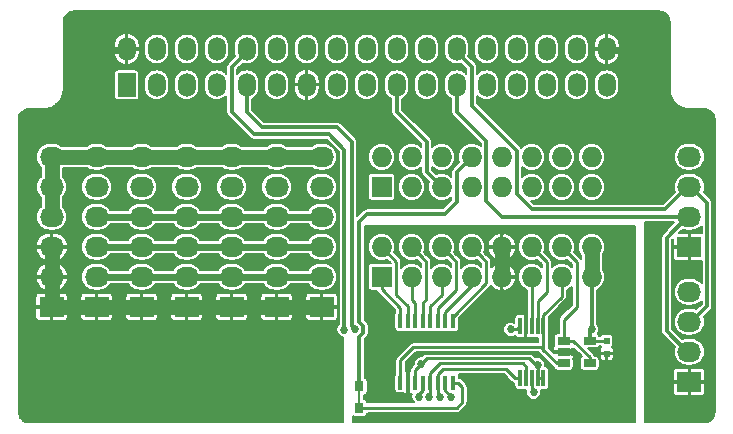
<source format=gtl>
G04 #@! TF.FileFunction,Copper,L1,Top,Signal*
%FSLAX46Y46*%
G04 Gerber Fmt 4.6, Leading zero omitted, Abs format (unit mm)*
G04 Created by KiCad (PCBNEW Rev-6964-Dev Build) date Sun Oct 16 19:16:18 2016*
%MOMM*%
%LPD*%
G01*
G04 APERTURE LIST*
%ADD10C,0.101600*%
%ADD11O,1.500000X2.000000*%
%ADD12R,1.500000X2.000000*%
%ADD13R,2.032000X1.727200*%
%ADD14O,2.032000X1.727200*%
%ADD15R,1.727200X1.727200*%
%ADD16O,1.727200X1.727200*%
%ADD17R,0.500000X0.600000*%
%ADD18R,0.400000X1.200000*%
%ADD19R,0.300000X1.400000*%
%ADD20R,1.060000X0.650000*%
%ADD21R,0.800000X0.900000*%
%ADD22C,0.685800*%
%ADD23C,1.168400*%
%ADD24C,1.270000*%
%ADD25C,0.254000*%
%ADD26C,0.304800*%
%ADD27C,0.203200*%
%ADD28C,0.609600*%
G04 APERTURE END LIST*
D10*
D11*
X161925000Y-77220000D03*
X161925000Y-80260000D03*
X159385000Y-80260000D03*
X159385000Y-77220000D03*
X154305000Y-80260000D03*
X154305000Y-77220000D03*
X156845000Y-77220000D03*
X156845000Y-80260000D03*
X151765000Y-80260000D03*
X151765000Y-77220000D03*
X149225000Y-77220000D03*
X149225000Y-80260000D03*
X146685000Y-80260000D03*
X146685000Y-77220000D03*
X144145000Y-77220000D03*
X144145000Y-80260000D03*
X141605000Y-80260000D03*
X141605000Y-77220000D03*
X139065000Y-77220000D03*
X139065000Y-80260000D03*
X136525000Y-80260000D03*
X136525000Y-77220000D03*
X133985000Y-77220000D03*
X133985000Y-80260000D03*
X131445000Y-80260000D03*
X131445000Y-77220000D03*
X128905000Y-77220000D03*
X128905000Y-80260000D03*
D12*
X121285000Y-80260000D03*
D11*
X121285000Y-77220000D03*
X123825000Y-80260000D03*
X123825000Y-77220000D03*
X126365000Y-80260000D03*
X126365000Y-77220000D03*
D13*
X168910000Y-105410000D03*
D14*
X168910000Y-102870000D03*
X168910000Y-100330000D03*
X168910000Y-97790000D03*
D13*
X114935000Y-99060000D03*
D14*
X114935000Y-96520000D03*
X114935000Y-93980000D03*
X114935000Y-91440000D03*
X114935000Y-88900000D03*
X114935000Y-86360000D03*
D13*
X137795000Y-99060000D03*
D14*
X137795000Y-96520000D03*
X137795000Y-93980000D03*
X137795000Y-91440000D03*
X137795000Y-88900000D03*
X137795000Y-86360000D03*
D13*
X133985000Y-99060000D03*
D14*
X133985000Y-96520000D03*
X133985000Y-93980000D03*
X133985000Y-91440000D03*
X133985000Y-88900000D03*
X133985000Y-86360000D03*
D13*
X130175000Y-99060000D03*
D14*
X130175000Y-96520000D03*
X130175000Y-93980000D03*
X130175000Y-91440000D03*
X130175000Y-88900000D03*
X130175000Y-86360000D03*
D13*
X126365000Y-99060000D03*
D14*
X126365000Y-96520000D03*
X126365000Y-93980000D03*
X126365000Y-91440000D03*
X126365000Y-88900000D03*
X126365000Y-86360000D03*
D13*
X122555000Y-99060000D03*
D14*
X122555000Y-96520000D03*
X122555000Y-93980000D03*
X122555000Y-91440000D03*
X122555000Y-88900000D03*
X122555000Y-86360000D03*
D13*
X118745000Y-99060000D03*
D14*
X118745000Y-96520000D03*
X118745000Y-93980000D03*
X118745000Y-91440000D03*
X118745000Y-88900000D03*
X118745000Y-86360000D03*
D15*
X142875000Y-88900000D03*
D16*
X142875000Y-86360000D03*
X145415000Y-88900000D03*
X145415000Y-86360000D03*
X147955000Y-88900000D03*
X147955000Y-86360000D03*
X150495000Y-88900000D03*
X150495000Y-86360000D03*
X153035000Y-88900000D03*
X153035000Y-86360000D03*
X155575000Y-88900000D03*
X155575000Y-86360000D03*
X158115000Y-88900000D03*
X158115000Y-86360000D03*
X160655000Y-88900000D03*
X160655000Y-86360000D03*
D15*
X142875000Y-96520000D03*
D16*
X142875000Y-93980000D03*
X145415000Y-96520000D03*
X145415000Y-93980000D03*
X147955000Y-96520000D03*
X147955000Y-93980000D03*
X150495000Y-96520000D03*
X150495000Y-93980000D03*
X153035000Y-96520000D03*
X153035000Y-93980000D03*
X155575000Y-96520000D03*
X155575000Y-93980000D03*
X158115000Y-96520000D03*
X158115000Y-93980000D03*
X160655000Y-96520000D03*
X160655000Y-93980000D03*
D13*
X168910000Y-93980000D03*
D14*
X168910000Y-91440000D03*
X168910000Y-88900000D03*
X168910000Y-86360000D03*
D17*
X161925000Y-101917500D03*
X161925000Y-103017500D03*
D18*
X148907500Y-100270000D03*
X148272500Y-100270000D03*
X147637500Y-100270000D03*
X147002500Y-100270000D03*
X146367500Y-100270000D03*
X145732500Y-100270000D03*
X145097500Y-100270000D03*
X144462500Y-100270000D03*
X144462500Y-105470000D03*
X145097500Y-105470000D03*
X145732500Y-105470000D03*
X146367500Y-105470000D03*
X147002500Y-105470000D03*
X147637500Y-105470000D03*
X148272500Y-105470000D03*
X148907500Y-105470000D03*
D19*
X156575000Y-100670000D03*
X156075000Y-100670000D03*
X155575000Y-100670000D03*
X155075000Y-100670000D03*
X154575000Y-100670000D03*
X154575000Y-105070000D03*
X155075000Y-105070000D03*
X155575000Y-105070000D03*
X156075000Y-105070000D03*
X156575000Y-105070000D03*
D20*
X158285000Y-101920000D03*
X158285000Y-102870000D03*
X158285000Y-103820000D03*
X160485000Y-103820000D03*
X160485000Y-101920000D03*
D21*
X140970000Y-107580000D03*
X140970000Y-105780000D03*
D22*
X164846000Y-82550000D03*
D23*
X162560000Y-92710000D03*
D22*
X159069000Y-102870000D03*
D23*
X166370000Y-77470000D03*
X117475000Y-77470000D03*
D22*
X145161000Y-103886000D03*
X154813000Y-99314000D03*
X156083000Y-103949500D03*
X146240500Y-103886000D03*
X160655000Y-100965000D03*
X153797000Y-100965000D03*
X147821685Y-106665555D03*
X148710642Y-106655667D03*
X146922356Y-106660255D03*
X146033405Y-106649879D03*
X139686449Y-100970420D03*
X155738415Y-106283243D03*
X140589000Y-100965000D03*
D24*
X114935000Y-88900000D02*
X114935000Y-91440000D01*
X114935000Y-86360000D02*
X114935000Y-88900000D01*
X118745000Y-86360000D02*
X114935000Y-86360000D01*
X133985000Y-86360000D02*
X137795000Y-86360000D01*
X130175000Y-86360000D02*
X133985000Y-86360000D01*
X126365000Y-86360000D02*
X130175000Y-86360000D01*
X122555000Y-86360000D02*
X126365000Y-86360000D01*
X118745000Y-86360000D02*
X122555000Y-86360000D01*
D25*
X158285000Y-102870000D02*
X159069000Y-102870000D01*
D26*
X161925000Y-77470000D02*
X166370000Y-77470000D01*
X121285000Y-77470000D02*
X117475000Y-77470000D01*
D25*
X145161000Y-103886000D02*
X146114914Y-102932086D01*
X146114914Y-102932086D02*
X156018086Y-102932086D01*
X156018086Y-102932086D02*
X157162500Y-104076500D01*
X157162500Y-104076500D02*
X157162500Y-104648000D01*
X157162500Y-104648000D02*
X157480000Y-104965500D01*
X157480000Y-104965500D02*
X159004000Y-104965500D01*
X159004000Y-104965500D02*
X159258000Y-104711500D01*
X159258000Y-104711500D02*
X159258000Y-103059000D01*
X159258000Y-103059000D02*
X159069000Y-102870000D01*
X145097500Y-104013000D02*
X145097500Y-103949500D01*
X145097500Y-103949500D02*
X145161000Y-103886000D01*
X155075000Y-100670000D02*
X155075000Y-99576000D01*
X155075000Y-99576000D02*
X154813000Y-99314000D01*
X145097500Y-105470000D02*
X145097500Y-104013000D01*
D24*
X114935000Y-99060000D02*
X118745000Y-99060000D01*
X114935000Y-96520000D02*
X114935000Y-99060000D01*
X114935000Y-93980000D02*
X114935000Y-96520000D01*
X153035000Y-93980000D02*
X153035000Y-96520000D01*
X122555000Y-99060000D02*
X118745000Y-99060000D01*
X126365000Y-99060000D02*
X122555000Y-99060000D01*
X130175000Y-99060000D02*
X126365000Y-99060000D01*
X133985000Y-99060000D02*
X130175000Y-99060000D01*
X137795000Y-99060000D02*
X133985000Y-99060000D01*
D25*
X146737203Y-103389297D02*
X155315092Y-103389297D01*
X146240500Y-103886000D02*
X146737203Y-103389297D01*
X155315092Y-103389297D02*
X156075000Y-104149205D01*
X156075000Y-104149205D02*
X156075000Y-103957500D01*
X156075000Y-103957500D02*
X156083000Y-103949500D01*
X156075000Y-104149205D02*
X156075000Y-105070000D01*
X153797000Y-100965000D02*
X154280000Y-100965000D01*
X146240500Y-103886000D02*
X145732500Y-104394000D01*
X145732500Y-104394000D02*
X145732500Y-105470000D01*
X161925000Y-101917500D02*
X160487500Y-101917500D01*
X160487500Y-101917500D02*
X160485000Y-101920000D01*
X154280000Y-100965000D02*
X154575000Y-100670000D01*
X156075000Y-105070000D02*
X156575000Y-105070000D01*
D26*
X160655000Y-96520000D02*
X160655000Y-100965000D01*
X160655000Y-100965000D02*
X160485000Y-101135000D01*
X160485000Y-101135000D02*
X160485000Y-101920000D01*
D24*
X160655000Y-93980000D02*
X160655000Y-96520000D01*
D25*
X148907500Y-100270000D02*
X148907500Y-99870000D01*
X148907500Y-99870000D02*
X151739601Y-97037899D01*
X151739601Y-97037899D02*
X151739601Y-95224601D01*
X151739601Y-95224601D02*
X151358599Y-94843599D01*
X151358599Y-94843599D02*
X150495000Y-93980000D01*
X148272500Y-100270000D02*
X148272500Y-99452031D01*
X148272500Y-99452031D02*
X150495000Y-97229531D01*
X150495000Y-97229531D02*
X150495000Y-96520000D01*
X147637500Y-100270000D02*
X147637500Y-99156119D01*
X147637500Y-99156119D02*
X149199601Y-97594018D01*
X149199601Y-97594018D02*
X149199601Y-95224601D01*
X148818599Y-94843599D02*
X147955000Y-93980000D01*
X149199601Y-95224601D02*
X148818599Y-94843599D01*
X147955000Y-96520000D02*
X147955000Y-98025049D01*
X147955000Y-98025049D02*
X147002500Y-98977549D01*
X147002500Y-98977549D02*
X147002500Y-99416000D01*
X147002500Y-99416000D02*
X147002500Y-100270000D01*
X146367500Y-100270000D02*
X146367500Y-98697283D01*
X146367500Y-98697283D02*
X146659601Y-98405182D01*
X146659601Y-98405182D02*
X146659601Y-95224601D01*
X146659601Y-95224601D02*
X146278599Y-94843599D01*
X146278599Y-94843599D02*
X145415000Y-93980000D01*
X145415000Y-96520000D02*
X145415000Y-98431752D01*
X145415000Y-98431752D02*
X145732500Y-98749252D01*
X145732500Y-98749252D02*
X145732500Y-99416000D01*
X145732500Y-99416000D02*
X145732500Y-100270000D01*
X148907500Y-105470000D02*
X149361500Y-105470000D01*
X149361500Y-105470000D02*
X149709203Y-105817703D01*
X149709203Y-105817703D02*
X149709203Y-107136457D01*
X149709203Y-107136457D02*
X149265660Y-107580000D01*
X149265660Y-107580000D02*
X141624000Y-107580000D01*
X141624000Y-107580000D02*
X140970000Y-107580000D01*
D26*
X150495000Y-86360000D02*
X149225000Y-87630000D01*
X149225000Y-87630000D02*
X149225000Y-90170000D01*
X149225000Y-90170000D02*
X148223055Y-91171945D01*
X148223055Y-91171945D02*
X141650241Y-91171945D01*
X141650241Y-91171945D02*
X140970000Y-91852186D01*
X140970000Y-91852186D02*
X140970000Y-100334730D01*
X140970000Y-100334730D02*
X141324311Y-100689041D01*
X141324311Y-100689041D02*
X141324311Y-101260285D01*
X140970000Y-101614596D02*
X140970000Y-105780000D01*
X141324311Y-101260285D02*
X140970000Y-101614596D01*
D27*
X140970000Y-107580000D02*
X140970000Y-105780000D01*
D25*
X142875000Y-93980000D02*
X144119601Y-95224601D01*
X145097500Y-98998227D02*
X145097500Y-100270000D01*
X144119601Y-95224601D02*
X144119601Y-98020328D01*
X144119601Y-98020328D02*
X145097500Y-98998227D01*
X142875000Y-96520000D02*
X142875000Y-97534538D01*
X142875000Y-97534538D02*
X144462500Y-99122038D01*
X144462500Y-99122038D02*
X144462500Y-100270000D01*
X156075000Y-100670000D02*
X156075000Y-98560000D01*
X156075000Y-98560000D02*
X156845000Y-97790000D01*
X156845000Y-97790000D02*
X156845000Y-95250000D01*
X156845000Y-95250000D02*
X155575000Y-93980000D01*
X155575000Y-100670000D02*
X155575000Y-99695000D01*
X155575000Y-96520000D02*
X155575000Y-99695000D01*
X159385000Y-99060000D02*
X158285000Y-100160000D01*
X158285000Y-100160000D02*
X158285000Y-101920000D01*
X159385000Y-95250000D02*
X159385000Y-99060000D01*
X158115000Y-93980000D02*
X159385000Y-95250000D01*
X160485000Y-103289808D02*
X160485000Y-103820000D01*
X159115192Y-101920000D02*
X160485000Y-103289808D01*
X158285000Y-101920000D02*
X159115192Y-101920000D01*
D26*
X168910000Y-100330000D02*
X169062400Y-100330000D01*
X169062400Y-100330000D02*
X170411815Y-98980585D01*
X169062400Y-88900000D02*
X168910000Y-88900000D01*
X170411815Y-98980585D02*
X170411815Y-90249415D01*
X170411815Y-90249415D02*
X169062400Y-88900000D01*
X149225000Y-77470000D02*
X150495000Y-78740000D01*
X150495000Y-78740000D02*
X150495000Y-82015582D01*
X150495000Y-82015582D02*
X154305000Y-85825582D01*
X154305000Y-85825582D02*
X154305000Y-89535000D01*
X154305000Y-89535000D02*
X155575000Y-90805000D01*
X155575000Y-90805000D02*
X166852600Y-90805000D01*
X168757600Y-88900000D02*
X168910000Y-88900000D01*
X166852600Y-90805000D02*
X168757600Y-88900000D01*
X168910000Y-102870000D02*
X168757600Y-102870000D01*
X168757600Y-102870000D02*
X166990133Y-101102533D01*
X166990133Y-101102533D02*
X166990133Y-93207467D01*
X166990133Y-93207467D02*
X168757600Y-91440000D01*
X168757600Y-91440000D02*
X168910000Y-91440000D01*
X167005000Y-91440000D02*
X153035000Y-91440000D01*
X168910000Y-91440000D02*
X167005000Y-91440000D01*
X153035000Y-91440000D02*
X152809503Y-91214503D01*
X152809503Y-91214503D02*
X151714201Y-90119201D01*
X151714201Y-90119201D02*
X151714201Y-85039201D01*
X151714201Y-85039201D02*
X149225000Y-82550000D01*
X149225000Y-82550000D02*
X149225000Y-80010000D01*
D25*
X147637500Y-106481370D02*
X147821685Y-106665555D01*
X147637500Y-105470000D02*
X147637500Y-106481370D01*
X147637500Y-104710638D02*
X147637500Y-105470000D01*
X154575000Y-105070000D02*
X154171000Y-105070000D01*
X153404719Y-104303719D02*
X148044419Y-104303719D01*
X154171000Y-105070000D02*
X153404719Y-104303719D01*
X148044419Y-104303719D02*
X147637500Y-104710638D01*
D26*
X137795000Y-93980000D02*
X137947400Y-93980000D01*
D28*
X122555000Y-93980000D02*
X118745000Y-93980000D01*
X126365000Y-93980000D02*
X122555000Y-93980000D01*
X130175000Y-93980000D02*
X126365000Y-93980000D01*
X133985000Y-93980000D02*
X130175000Y-93980000D01*
X137795000Y-93980000D02*
X133985000Y-93980000D01*
D25*
X148272500Y-106161369D02*
X148710642Y-106599511D01*
X148710642Y-106599511D02*
X148710642Y-106655667D01*
X148272500Y-105470000D02*
X148272500Y-106161369D01*
D28*
X137795000Y-91440000D02*
X133985000Y-91440000D01*
X133985000Y-91440000D02*
X130175000Y-91440000D01*
X126365000Y-91440000D02*
X130175000Y-91440000D01*
X122555000Y-91440000D02*
X126365000Y-91440000D01*
X118745000Y-91440000D02*
X122555000Y-91440000D01*
D25*
X147002500Y-106580111D02*
X146922356Y-106660255D01*
X147002500Y-105470000D02*
X147002500Y-106580111D01*
X147002500Y-104616000D02*
X147002500Y-105470000D01*
X147771992Y-103846508D02*
X147002500Y-104616000D01*
X155075000Y-104116000D02*
X154805508Y-103846508D01*
X155075000Y-105070000D02*
X155075000Y-104116000D01*
X154805508Y-103846508D02*
X147771992Y-103846508D01*
D26*
X137947400Y-96520000D02*
X137795000Y-96520000D01*
D28*
X133985000Y-96520000D02*
X137795000Y-96520000D01*
X130175000Y-96520000D02*
X133985000Y-96520000D01*
X126365000Y-96520000D02*
X130175000Y-96520000D01*
X122555000Y-96520000D02*
X126365000Y-96520000D01*
X118745000Y-96520000D02*
X122555000Y-96520000D01*
D26*
X146685000Y-85090000D02*
X144145000Y-82550000D01*
X144145000Y-82550000D02*
X144145000Y-80010000D01*
X146685000Y-87630000D02*
X146685000Y-85090000D01*
X147955000Y-88900000D02*
X146685000Y-87630000D01*
D25*
X156575000Y-100670000D02*
X156575000Y-99716000D01*
X156575000Y-99716000D02*
X158115000Y-98176000D01*
X158115000Y-98176000D02*
X158115000Y-97741314D01*
X158115000Y-97741314D02*
X158115000Y-96520000D01*
X156527500Y-102665857D02*
X157681643Y-103820000D01*
X156336518Y-102474875D02*
X156527500Y-102665857D01*
X156527500Y-102665857D02*
X156575000Y-102618357D01*
X156575000Y-102618357D02*
X156575000Y-100670000D01*
X157681643Y-103820000D02*
X158285000Y-103820000D01*
X158285000Y-103820000D02*
X157794768Y-103820000D01*
X144462500Y-105470000D02*
X144462500Y-103576623D01*
X144462500Y-103576623D02*
X145564248Y-102474875D01*
X145564248Y-102474875D02*
X156336518Y-102474875D01*
X146033405Y-106437435D02*
X146033405Y-106649879D01*
X146367500Y-106103340D02*
X146033405Y-106437435D01*
X146367500Y-105470000D02*
X146367500Y-106103340D01*
D26*
X131445000Y-77470000D02*
X130175000Y-78740000D01*
X139706045Y-100950824D02*
X139686449Y-100970420D01*
X130175000Y-78740000D02*
X130175000Y-82550000D01*
X130175000Y-82550000D02*
X132080000Y-84455000D01*
X132080000Y-84455000D02*
X138430000Y-84455000D01*
X138430000Y-84455000D02*
X139706045Y-85731045D01*
X139706045Y-85731045D02*
X139706045Y-100950824D01*
X140589000Y-100965000D02*
X140335000Y-100711000D01*
X140335000Y-100711000D02*
X140335000Y-85090000D01*
X140335000Y-85090000D02*
X139065000Y-83820000D01*
X139065000Y-83820000D02*
X132715000Y-83820000D01*
X132715000Y-83820000D02*
X131445000Y-82550000D01*
X131445000Y-82550000D02*
X131445000Y-80010000D01*
D25*
X155575000Y-105070000D02*
X155575000Y-106119828D01*
X155575000Y-106119828D02*
X155738415Y-106283243D01*
D27*
G36*
X164363400Y-108840200D02*
X140436600Y-108840200D01*
X140436600Y-108304304D01*
X140452794Y-108312960D01*
X140510249Y-108330389D01*
X140570000Y-108336274D01*
X141370000Y-108336274D01*
X141429751Y-108330389D01*
X141487206Y-108312960D01*
X141540157Y-108284658D01*
X141586568Y-108246568D01*
X141624658Y-108200157D01*
X141652960Y-108147206D01*
X141670389Y-108089751D01*
X141676274Y-108030000D01*
X141676274Y-108011800D01*
X149265660Y-108011800D01*
X149305321Y-108007911D01*
X149345090Y-108004432D01*
X149347275Y-108003797D01*
X149349530Y-108003576D01*
X149387671Y-107992061D01*
X149426017Y-107980920D01*
X149428033Y-107979875D01*
X149430206Y-107979219D01*
X149465398Y-107960507D01*
X149500835Y-107942138D01*
X149502612Y-107940720D01*
X149504614Y-107939655D01*
X149535508Y-107914459D01*
X149566696Y-107889562D01*
X149569857Y-107886445D01*
X149569921Y-107886393D01*
X149569970Y-107886334D01*
X149570989Y-107885329D01*
X150014532Y-107441785D01*
X150039824Y-107410994D01*
X150065487Y-107380410D01*
X150066582Y-107378418D01*
X150068022Y-107376665D01*
X150086854Y-107341543D01*
X150106086Y-107306561D01*
X150106773Y-107304395D01*
X150107845Y-107302396D01*
X150119502Y-107264269D01*
X150131567Y-107226233D01*
X150131820Y-107223976D01*
X150132484Y-107221805D01*
X150136517Y-107182101D01*
X150140961Y-107142486D01*
X150140992Y-107138054D01*
X150141001Y-107137964D01*
X150140993Y-107137880D01*
X150141003Y-107136457D01*
X150141003Y-105817703D01*
X150137109Y-105777992D01*
X150133634Y-105738273D01*
X150133001Y-105736093D01*
X150132779Y-105733833D01*
X150121251Y-105695650D01*
X150110123Y-105657346D01*
X150109078Y-105655330D01*
X150108422Y-105653157D01*
X150089689Y-105617925D01*
X150071340Y-105582528D01*
X150069925Y-105580755D01*
X150068858Y-105578749D01*
X150043640Y-105547828D01*
X150018765Y-105516667D01*
X150015652Y-105513510D01*
X150015596Y-105513442D01*
X150015533Y-105513390D01*
X150014531Y-105512374D01*
X149666829Y-105164671D01*
X149636013Y-105139359D01*
X149605453Y-105113716D01*
X149603461Y-105112621D01*
X149601708Y-105111181D01*
X149566586Y-105092349D01*
X149531604Y-105073117D01*
X149529438Y-105072430D01*
X149527439Y-105071358D01*
X149489353Y-105059715D01*
X149451276Y-105047636D01*
X149449014Y-105047382D01*
X149446848Y-105046720D01*
X149413774Y-105043360D01*
X149413774Y-104870000D01*
X149407889Y-104810249D01*
X149390460Y-104752794D01*
X149381227Y-104735519D01*
X153225861Y-104735519D01*
X153865671Y-105375329D01*
X153896487Y-105400641D01*
X153927047Y-105426284D01*
X153929039Y-105427379D01*
X153930792Y-105428819D01*
X153965914Y-105447651D01*
X154000896Y-105466883D01*
X154003062Y-105467570D01*
X154005061Y-105468642D01*
X154043147Y-105480285D01*
X154081224Y-105492364D01*
X154083486Y-105492618D01*
X154085652Y-105493280D01*
X154118726Y-105496640D01*
X154118726Y-105770000D01*
X154124611Y-105829751D01*
X154142040Y-105887206D01*
X154170342Y-105940157D01*
X154208432Y-105986568D01*
X154254843Y-106024658D01*
X154307794Y-106052960D01*
X154365249Y-106070389D01*
X154425000Y-106076274D01*
X154725000Y-106076274D01*
X154784751Y-106070389D01*
X154825000Y-106058179D01*
X154865249Y-106070389D01*
X154925000Y-106076274D01*
X155122407Y-106076274D01*
X155118046Y-106086450D01*
X155091637Y-106210695D01*
X155089864Y-106337703D01*
X155112793Y-106462637D01*
X155159553Y-106580738D01*
X155228361Y-106687507D01*
X155316597Y-106778878D01*
X155420899Y-106851370D01*
X155537296Y-106902223D01*
X155661354Y-106929499D01*
X155788346Y-106932159D01*
X155913437Y-106910102D01*
X156031861Y-106864168D01*
X156139108Y-106796107D01*
X156231093Y-106708511D01*
X156304312Y-106604717D01*
X156355976Y-106488678D01*
X156384117Y-106364814D01*
X156386143Y-106219733D01*
X156361471Y-106095131D01*
X156349276Y-106065544D01*
X156365249Y-106070389D01*
X156425000Y-106076274D01*
X156725000Y-106076274D01*
X156784751Y-106070389D01*
X156842206Y-106052960D01*
X156895157Y-106024658D01*
X156941568Y-105986568D01*
X156979658Y-105940157D01*
X157007960Y-105887206D01*
X157025389Y-105829751D01*
X157031274Y-105770000D01*
X157031274Y-104370000D01*
X157025389Y-104310249D01*
X157007960Y-104252794D01*
X156979658Y-104199843D01*
X156941568Y-104153432D01*
X156895157Y-104115342D01*
X156842206Y-104087040D01*
X156784751Y-104069611D01*
X156725000Y-104063726D01*
X156721283Y-104063726D01*
X156728702Y-104031071D01*
X156730728Y-103885990D01*
X156706056Y-103761388D01*
X156657652Y-103643952D01*
X156587360Y-103538154D01*
X156497857Y-103448024D01*
X156392552Y-103376995D01*
X156275457Y-103327772D01*
X156151031Y-103302231D01*
X156024013Y-103301345D01*
X155899243Y-103325146D01*
X155872432Y-103335979D01*
X155620421Y-103083968D01*
X155589605Y-103058656D01*
X155559045Y-103033013D01*
X155557053Y-103031918D01*
X155555300Y-103030478D01*
X155520178Y-103011646D01*
X155485196Y-102992414D01*
X155483030Y-102991727D01*
X155481031Y-102990655D01*
X155442945Y-102979012D01*
X155404868Y-102966933D01*
X155402606Y-102966679D01*
X155400440Y-102966017D01*
X155360781Y-102961988D01*
X155321121Y-102957539D01*
X155316690Y-102957508D01*
X155316600Y-102957499D01*
X155316516Y-102957507D01*
X155315092Y-102957497D01*
X146737203Y-102957497D01*
X146697542Y-102961386D01*
X146657773Y-102964865D01*
X146655588Y-102965500D01*
X146653333Y-102965721D01*
X146615192Y-102977236D01*
X146576846Y-102988377D01*
X146574830Y-102989422D01*
X146572657Y-102990078D01*
X146537465Y-103008790D01*
X146502028Y-103027159D01*
X146500251Y-103028577D01*
X146498249Y-103029642D01*
X146467355Y-103054838D01*
X146436167Y-103079735D01*
X146433006Y-103082852D01*
X146432942Y-103082904D01*
X146432893Y-103082963D01*
X146431874Y-103083968D01*
X146277329Y-103238513D01*
X146181513Y-103237845D01*
X146056743Y-103261646D01*
X145938971Y-103309229D01*
X145832685Y-103378780D01*
X145741932Y-103467652D01*
X145670170Y-103572458D01*
X145620131Y-103689207D01*
X145593722Y-103813452D01*
X145592184Y-103923659D01*
X145427171Y-104088671D01*
X145401859Y-104119487D01*
X145376216Y-104150047D01*
X145375121Y-104152039D01*
X145373681Y-104153792D01*
X145354849Y-104188914D01*
X145335617Y-104223896D01*
X145334930Y-104226062D01*
X145333858Y-104228061D01*
X145322215Y-104266147D01*
X145310136Y-104304224D01*
X145309882Y-104306486D01*
X145309220Y-104308652D01*
X145305191Y-104348311D01*
X145300742Y-104387971D01*
X145300711Y-104392402D01*
X145300702Y-104392492D01*
X145300710Y-104392576D01*
X145300700Y-104394000D01*
X145300700Y-104514400D01*
X145237200Y-104514400D01*
X145148300Y-104603300D01*
X145148300Y-105419200D01*
X145168300Y-105419200D01*
X145168300Y-105520800D01*
X145148300Y-105520800D01*
X145148300Y-106336700D01*
X145237200Y-106425600D01*
X145332523Y-106425600D01*
X145401224Y-106411935D01*
X145437030Y-106397103D01*
X145413036Y-106453086D01*
X145386627Y-106577331D01*
X145384854Y-106704339D01*
X145407783Y-106829273D01*
X145454543Y-106947374D01*
X145523351Y-107054143D01*
X145611587Y-107145514D01*
X145615452Y-107148200D01*
X141676274Y-107148200D01*
X141676274Y-107130000D01*
X141670389Y-107070249D01*
X141652960Y-107012794D01*
X141624658Y-106959843D01*
X141586568Y-106913432D01*
X141540157Y-106875342D01*
X141487206Y-106847040D01*
X141429751Y-106829611D01*
X141376400Y-106824356D01*
X141376400Y-106535644D01*
X141429751Y-106530389D01*
X141487206Y-106512960D01*
X141540157Y-106484658D01*
X141586568Y-106446568D01*
X141624658Y-106400157D01*
X141652960Y-106347206D01*
X141670389Y-106289751D01*
X141676274Y-106230000D01*
X141676274Y-105330000D01*
X141670389Y-105270249D01*
X141652960Y-105212794D01*
X141624658Y-105159843D01*
X141586568Y-105113432D01*
X141540157Y-105075342D01*
X141487206Y-105047040D01*
X141429751Y-105029611D01*
X141427200Y-105029360D01*
X141427200Y-104870000D01*
X143956226Y-104870000D01*
X143956226Y-106070000D01*
X143962111Y-106129751D01*
X143979540Y-106187206D01*
X144007842Y-106240157D01*
X144045932Y-106286568D01*
X144092343Y-106324658D01*
X144145294Y-106352960D01*
X144202749Y-106370389D01*
X144262500Y-106376274D01*
X144662500Y-106376274D01*
X144708960Y-106371698D01*
X144729061Y-106385129D01*
X144793776Y-106411935D01*
X144862477Y-106425600D01*
X144957800Y-106425600D01*
X145046700Y-106336700D01*
X145046700Y-105520800D01*
X145026700Y-105520800D01*
X145026700Y-105419200D01*
X145046700Y-105419200D01*
X145046700Y-104603300D01*
X144957800Y-104514400D01*
X144894300Y-104514400D01*
X144894300Y-103755481D01*
X145743106Y-102906675D01*
X156157661Y-102906675D01*
X156222100Y-102971114D01*
X156222171Y-102971186D01*
X157376315Y-104125329D01*
X157407106Y-104150621D01*
X157437690Y-104176284D01*
X157439682Y-104177379D01*
X157441435Y-104178819D01*
X157452649Y-104184832D01*
X157454611Y-104204751D01*
X157472040Y-104262206D01*
X157500342Y-104315157D01*
X157538432Y-104361568D01*
X157584843Y-104399658D01*
X157637794Y-104427960D01*
X157695249Y-104445389D01*
X157755000Y-104451274D01*
X158815000Y-104451274D01*
X158874751Y-104445389D01*
X158932206Y-104427960D01*
X158985157Y-104399658D01*
X159031568Y-104361568D01*
X159069658Y-104315157D01*
X159097960Y-104262206D01*
X159115389Y-104204751D01*
X159121274Y-104145000D01*
X159121274Y-103495000D01*
X159115389Y-103435249D01*
X159105010Y-103401033D01*
X159130129Y-103363439D01*
X159156935Y-103298724D01*
X159170600Y-103230023D01*
X159170600Y-103009700D01*
X159081700Y-102920800D01*
X158335800Y-102920800D01*
X158335800Y-102940800D01*
X158234200Y-102940800D01*
X158234200Y-102920800D01*
X157488300Y-102920800D01*
X157440700Y-102968400D01*
X157006800Y-102534499D01*
X157006800Y-101489376D01*
X157007960Y-101487206D01*
X157025389Y-101429751D01*
X157031274Y-101370000D01*
X157031274Y-99970000D01*
X157025389Y-99910249D01*
X157017480Y-99884178D01*
X158420329Y-98481329D01*
X158445641Y-98450513D01*
X158471284Y-98419953D01*
X158472379Y-98417961D01*
X158473819Y-98416208D01*
X158492651Y-98381086D01*
X158511883Y-98346104D01*
X158512570Y-98343938D01*
X158513642Y-98341939D01*
X158525299Y-98303812D01*
X158537364Y-98265776D01*
X158537617Y-98263519D01*
X158538281Y-98261348D01*
X158542314Y-98221644D01*
X158546758Y-98182029D01*
X158546789Y-98177597D01*
X158546798Y-98177507D01*
X158546790Y-98177423D01*
X158546800Y-98176000D01*
X158546800Y-97610708D01*
X158552690Y-97608975D01*
X158754773Y-97503328D01*
X158932487Y-97360443D01*
X158953200Y-97335758D01*
X158953200Y-98881142D01*
X157979671Y-99854671D01*
X157954359Y-99885487D01*
X157928716Y-99916047D01*
X157927621Y-99918039D01*
X157926181Y-99919792D01*
X157907349Y-99954914D01*
X157888117Y-99989896D01*
X157887430Y-99992062D01*
X157886358Y-99994061D01*
X157874715Y-100032147D01*
X157862636Y-100070224D01*
X157862382Y-100072486D01*
X157861720Y-100074652D01*
X157857691Y-100114311D01*
X157853242Y-100153971D01*
X157853211Y-100158402D01*
X157853202Y-100158492D01*
X157853210Y-100158576D01*
X157853200Y-100160000D01*
X157853200Y-101288726D01*
X157755000Y-101288726D01*
X157695249Y-101294611D01*
X157637794Y-101312040D01*
X157584843Y-101340342D01*
X157538432Y-101378432D01*
X157500342Y-101424843D01*
X157472040Y-101477794D01*
X157454611Y-101535249D01*
X157448726Y-101595000D01*
X157448726Y-102245000D01*
X157454611Y-102304751D01*
X157464990Y-102338967D01*
X157439871Y-102376561D01*
X157413065Y-102441276D01*
X157399400Y-102509977D01*
X157399400Y-102730300D01*
X157488300Y-102819200D01*
X158234200Y-102819200D01*
X158234200Y-102799200D01*
X158335800Y-102799200D01*
X158335800Y-102819200D01*
X159081700Y-102819200D01*
X159170600Y-102730300D01*
X159170600Y-102586066D01*
X159810932Y-103226398D01*
X159784843Y-103240342D01*
X159738432Y-103278432D01*
X159700342Y-103324843D01*
X159672040Y-103377794D01*
X159654611Y-103435249D01*
X159648726Y-103495000D01*
X159648726Y-104145000D01*
X159654611Y-104204751D01*
X159672040Y-104262206D01*
X159700342Y-104315157D01*
X159738432Y-104361568D01*
X159784843Y-104399658D01*
X159837794Y-104427960D01*
X159895249Y-104445389D01*
X159955000Y-104451274D01*
X161015000Y-104451274D01*
X161074751Y-104445389D01*
X161132206Y-104427960D01*
X161185157Y-104399658D01*
X161231568Y-104361568D01*
X161269658Y-104315157D01*
X161297960Y-104262206D01*
X161315389Y-104204751D01*
X161321274Y-104145000D01*
X161321274Y-103495000D01*
X161315389Y-103435249D01*
X161297960Y-103377794D01*
X161269658Y-103324843D01*
X161231568Y-103278432D01*
X161185157Y-103240342D01*
X161132206Y-103212040D01*
X161074751Y-103194611D01*
X161015000Y-103188726D01*
X160903380Y-103188726D01*
X160897061Y-103167797D01*
X160893983Y-103157200D01*
X161319400Y-103157200D01*
X161319400Y-103352524D01*
X161333066Y-103421225D01*
X161359872Y-103485940D01*
X161398788Y-103544182D01*
X161448319Y-103593713D01*
X161506561Y-103632629D01*
X161571276Y-103659435D01*
X161639977Y-103673100D01*
X161785300Y-103673100D01*
X161874200Y-103584200D01*
X161874200Y-103068300D01*
X161975800Y-103068300D01*
X161975800Y-103584200D01*
X162064700Y-103673100D01*
X162210023Y-103673100D01*
X162278724Y-103659435D01*
X162343439Y-103632629D01*
X162401681Y-103593713D01*
X162451212Y-103544182D01*
X162490128Y-103485940D01*
X162516934Y-103421225D01*
X162530600Y-103352524D01*
X162530600Y-103157200D01*
X162441700Y-103068300D01*
X161975800Y-103068300D01*
X161874200Y-103068300D01*
X161408300Y-103068300D01*
X161319400Y-103157200D01*
X160893983Y-103157200D01*
X160885920Y-103129451D01*
X160884875Y-103127435D01*
X160884219Y-103125262D01*
X160865507Y-103090070D01*
X160847138Y-103054633D01*
X160845720Y-103052856D01*
X160844655Y-103050854D01*
X160819459Y-103019960D01*
X160794562Y-102988772D01*
X160791445Y-102985611D01*
X160791393Y-102985547D01*
X160791334Y-102985498D01*
X160790329Y-102984479D01*
X160357124Y-102551274D01*
X161015000Y-102551274D01*
X161074751Y-102545389D01*
X161132206Y-102527960D01*
X161185157Y-102499658D01*
X161231568Y-102461568D01*
X161269658Y-102415157D01*
X161297960Y-102362206D01*
X161301875Y-102349300D01*
X161399840Y-102349300D01*
X161420342Y-102387657D01*
X161458432Y-102434068D01*
X161458742Y-102434323D01*
X161448319Y-102441287D01*
X161398788Y-102490818D01*
X161359872Y-102549060D01*
X161333066Y-102613775D01*
X161319400Y-102682476D01*
X161319400Y-102877800D01*
X161408300Y-102966700D01*
X161874200Y-102966700D01*
X161874200Y-102946700D01*
X161975800Y-102946700D01*
X161975800Y-102966700D01*
X162441700Y-102966700D01*
X162530600Y-102877800D01*
X162530600Y-102682476D01*
X162516934Y-102613775D01*
X162490128Y-102549060D01*
X162451212Y-102490818D01*
X162401681Y-102441287D01*
X162391258Y-102434323D01*
X162391568Y-102434068D01*
X162429658Y-102387657D01*
X162457960Y-102334706D01*
X162475389Y-102277251D01*
X162481274Y-102217500D01*
X162481274Y-101617500D01*
X162475389Y-101557749D01*
X162457960Y-101500294D01*
X162429658Y-101447343D01*
X162391568Y-101400932D01*
X162345157Y-101362842D01*
X162292206Y-101334540D01*
X162234751Y-101317111D01*
X162175000Y-101311226D01*
X161675000Y-101311226D01*
X161615249Y-101317111D01*
X161557794Y-101334540D01*
X161504843Y-101362842D01*
X161458432Y-101400932D01*
X161420342Y-101447343D01*
X161399840Y-101485700D01*
X161300358Y-101485700D01*
X161297960Y-101477794D01*
X161269658Y-101424843D01*
X161231568Y-101378432D01*
X161185157Y-101340342D01*
X161183516Y-101339465D01*
X161220897Y-101286474D01*
X161272561Y-101170435D01*
X161300702Y-101046571D01*
X161302728Y-100901490D01*
X161278056Y-100776888D01*
X161229652Y-100659452D01*
X161159360Y-100553654D01*
X161112200Y-100506164D01*
X161112200Y-97598775D01*
X161294773Y-97503328D01*
X161472487Y-97360443D01*
X161619063Y-97185760D01*
X161728918Y-96985935D01*
X161797868Y-96768577D01*
X161823286Y-96541966D01*
X161823400Y-96525653D01*
X161823400Y-96514347D01*
X161801148Y-96287404D01*
X161735240Y-96069104D01*
X161628185Y-95867764D01*
X161594800Y-95826830D01*
X161594800Y-94674676D01*
X161619063Y-94645760D01*
X161728918Y-94445935D01*
X161797868Y-94228577D01*
X161823286Y-94001966D01*
X161823400Y-93985653D01*
X161823400Y-93974347D01*
X161801148Y-93747404D01*
X161735240Y-93529104D01*
X161628185Y-93327764D01*
X161484062Y-93151052D01*
X161308361Y-93005700D01*
X161107773Y-92897242D01*
X160889939Y-92829811D01*
X160663157Y-92805975D01*
X160436064Y-92826643D01*
X160217310Y-92891025D01*
X160015227Y-92996672D01*
X159837513Y-93139557D01*
X159690937Y-93314240D01*
X159581082Y-93514065D01*
X159512132Y-93731423D01*
X159486714Y-93958034D01*
X159486600Y-93974347D01*
X159486600Y-93985653D01*
X159508852Y-94212596D01*
X159574760Y-94430896D01*
X159681815Y-94632236D01*
X159715200Y-94673170D01*
X159715200Y-94974817D01*
X159694562Y-94948964D01*
X159691445Y-94945803D01*
X159691393Y-94945739D01*
X159691334Y-94945690D01*
X159690329Y-94944671D01*
X159189562Y-94443904D01*
X159257868Y-94228577D01*
X159283286Y-94001966D01*
X159283400Y-93985653D01*
X159283400Y-93974347D01*
X159261148Y-93747404D01*
X159195240Y-93529104D01*
X159088185Y-93327764D01*
X158944062Y-93151052D01*
X158768361Y-93005700D01*
X158567773Y-92897242D01*
X158349939Y-92829811D01*
X158123157Y-92805975D01*
X157896064Y-92826643D01*
X157677310Y-92891025D01*
X157475227Y-92996672D01*
X157297513Y-93139557D01*
X157150937Y-93314240D01*
X157041082Y-93514065D01*
X156972132Y-93731423D01*
X156946714Y-93958034D01*
X156946600Y-93974347D01*
X156946600Y-93985653D01*
X156968852Y-94212596D01*
X157034760Y-94430896D01*
X157141815Y-94632236D01*
X157285938Y-94808948D01*
X157461639Y-94954300D01*
X157662227Y-95062758D01*
X157880061Y-95130189D01*
X158106843Y-95154025D01*
X158333936Y-95133357D01*
X158552690Y-95068975D01*
X158579369Y-95055027D01*
X158953200Y-95428858D01*
X158953200Y-95702256D01*
X158944062Y-95691052D01*
X158768361Y-95545700D01*
X158567773Y-95437242D01*
X158349939Y-95369811D01*
X158123157Y-95345975D01*
X157896064Y-95366643D01*
X157677310Y-95431025D01*
X157475227Y-95536672D01*
X157297513Y-95679557D01*
X157276800Y-95704242D01*
X157276800Y-95250000D01*
X157272906Y-95210289D01*
X157269431Y-95170570D01*
X157268798Y-95168390D01*
X157268576Y-95166130D01*
X157257048Y-95127947D01*
X157245920Y-95089643D01*
X157244875Y-95087627D01*
X157244219Y-95085454D01*
X157225507Y-95050262D01*
X157207138Y-95014825D01*
X157205720Y-95013048D01*
X157204655Y-95011046D01*
X157179459Y-94980152D01*
X157154562Y-94948964D01*
X157151445Y-94945803D01*
X157151393Y-94945739D01*
X157151334Y-94945690D01*
X157150329Y-94944671D01*
X156649562Y-94443904D01*
X156717868Y-94228577D01*
X156743286Y-94001966D01*
X156743400Y-93985653D01*
X156743400Y-93974347D01*
X156721148Y-93747404D01*
X156655240Y-93529104D01*
X156548185Y-93327764D01*
X156404062Y-93151052D01*
X156228361Y-93005700D01*
X156027773Y-92897242D01*
X155809939Y-92829811D01*
X155583157Y-92805975D01*
X155356064Y-92826643D01*
X155137310Y-92891025D01*
X154935227Y-92996672D01*
X154757513Y-93139557D01*
X154610937Y-93314240D01*
X154501082Y-93514065D01*
X154432132Y-93731423D01*
X154406714Y-93958034D01*
X154406600Y-93974347D01*
X154406600Y-93985653D01*
X154428852Y-94212596D01*
X154494760Y-94430896D01*
X154601815Y-94632236D01*
X154745938Y-94808948D01*
X154921639Y-94954300D01*
X155122227Y-95062758D01*
X155340061Y-95130189D01*
X155566843Y-95154025D01*
X155793936Y-95133357D01*
X156012690Y-95068975D01*
X156039369Y-95055027D01*
X156413200Y-95428858D01*
X156413200Y-95702256D01*
X156404062Y-95691052D01*
X156228361Y-95545700D01*
X156027773Y-95437242D01*
X155809939Y-95369811D01*
X155583157Y-95345975D01*
X155356064Y-95366643D01*
X155137310Y-95431025D01*
X154935227Y-95536672D01*
X154757513Y-95679557D01*
X154610937Y-95854240D01*
X154501082Y-96054065D01*
X154432132Y-96271423D01*
X154406714Y-96498034D01*
X154406600Y-96514347D01*
X154406600Y-96525653D01*
X154428852Y-96752596D01*
X154494760Y-96970896D01*
X154601815Y-97172236D01*
X154745938Y-97348948D01*
X154921639Y-97494300D01*
X155122227Y-97602758D01*
X155143200Y-97609250D01*
X155143200Y-99685900D01*
X155125800Y-99703300D01*
X155125800Y-99906329D01*
X155124611Y-99910249D01*
X155118726Y-99970000D01*
X155118726Y-101370000D01*
X155124611Y-101429751D01*
X155125800Y-101433671D01*
X155125800Y-101636700D01*
X155214700Y-101725600D01*
X155260023Y-101725600D01*
X155328724Y-101711935D01*
X155393439Y-101685129D01*
X155409044Y-101674702D01*
X155425000Y-101676274D01*
X155725000Y-101676274D01*
X155784751Y-101670389D01*
X155825000Y-101658179D01*
X155865249Y-101670389D01*
X155925000Y-101676274D01*
X156143200Y-101676274D01*
X156143200Y-102043075D01*
X145564248Y-102043075D01*
X145524587Y-102046964D01*
X145484818Y-102050443D01*
X145482633Y-102051078D01*
X145480378Y-102051299D01*
X145442237Y-102062814D01*
X145403891Y-102073955D01*
X145401875Y-102075000D01*
X145399702Y-102075656D01*
X145364510Y-102094368D01*
X145329073Y-102112737D01*
X145327296Y-102114155D01*
X145325294Y-102115220D01*
X145294400Y-102140416D01*
X145263212Y-102165313D01*
X145260051Y-102168430D01*
X145259987Y-102168482D01*
X145259938Y-102168541D01*
X145258919Y-102169546D01*
X144157171Y-103271294D01*
X144131859Y-103302110D01*
X144106216Y-103332670D01*
X144105121Y-103334662D01*
X144103681Y-103336415D01*
X144084849Y-103371537D01*
X144065617Y-103406519D01*
X144064930Y-103408685D01*
X144063858Y-103410684D01*
X144052215Y-103448770D01*
X144040136Y-103486847D01*
X144039882Y-103489109D01*
X144039220Y-103491275D01*
X144035191Y-103530934D01*
X144030742Y-103570594D01*
X144030711Y-103575025D01*
X144030702Y-103575115D01*
X144030710Y-103575199D01*
X144030700Y-103576623D01*
X144030700Y-104671992D01*
X144007842Y-104699843D01*
X143979540Y-104752794D01*
X143962111Y-104810249D01*
X143956226Y-104870000D01*
X141427200Y-104870000D01*
X141427200Y-101803974D01*
X141647600Y-101583575D01*
X141674422Y-101550921D01*
X141701553Y-101518588D01*
X141702711Y-101516482D01*
X141704237Y-101514624D01*
X141724181Y-101477429D01*
X141744540Y-101440395D01*
X141745268Y-101438100D01*
X141746402Y-101435985D01*
X141758740Y-101395629D01*
X141771520Y-101355342D01*
X141771788Y-101352954D01*
X141772491Y-101350654D01*
X141776760Y-101308622D01*
X141781466Y-101266669D01*
X141781499Y-101261968D01*
X141781508Y-101261881D01*
X141781500Y-101261800D01*
X141781511Y-101260285D01*
X141781511Y-100689041D01*
X141777389Y-100646998D01*
X141773709Y-100604938D01*
X141773039Y-100602631D01*
X141772804Y-100600237D01*
X141760593Y-100559794D01*
X141748814Y-100519251D01*
X141747708Y-100517116D01*
X141747013Y-100514816D01*
X141727178Y-100477510D01*
X141707751Y-100440032D01*
X141706253Y-100438156D01*
X141705123Y-100436030D01*
X141678389Y-100403251D01*
X141652082Y-100370297D01*
X141648784Y-100366952D01*
X141648727Y-100366882D01*
X141648662Y-100366829D01*
X141647600Y-100365751D01*
X141427200Y-100145352D01*
X141427200Y-95656400D01*
X141705126Y-95656400D01*
X141705126Y-97383600D01*
X141711011Y-97443351D01*
X141728440Y-97500806D01*
X141756742Y-97553757D01*
X141794832Y-97600168D01*
X141841243Y-97638258D01*
X141894194Y-97666560D01*
X141951649Y-97683989D01*
X142011400Y-97689874D01*
X142472621Y-97689874D01*
X142474080Y-97694895D01*
X142475125Y-97696911D01*
X142475781Y-97699084D01*
X142494493Y-97734276D01*
X142512862Y-97769713D01*
X142514280Y-97771490D01*
X142515345Y-97773492D01*
X142540541Y-97804386D01*
X142565438Y-97835574D01*
X142568555Y-97838735D01*
X142568607Y-97838799D01*
X142568666Y-97838848D01*
X142569671Y-97839867D01*
X144030700Y-99300896D01*
X144030700Y-99471992D01*
X144007842Y-99499843D01*
X143979540Y-99552794D01*
X143962111Y-99610249D01*
X143956226Y-99670000D01*
X143956226Y-100870000D01*
X143962111Y-100929751D01*
X143979540Y-100987206D01*
X144007842Y-101040157D01*
X144045932Y-101086568D01*
X144092343Y-101124658D01*
X144145294Y-101152960D01*
X144202749Y-101170389D01*
X144262500Y-101176274D01*
X144662500Y-101176274D01*
X144722251Y-101170389D01*
X144779706Y-101152960D01*
X144780000Y-101152803D01*
X144780294Y-101152960D01*
X144837749Y-101170389D01*
X144897500Y-101176274D01*
X145297500Y-101176274D01*
X145357251Y-101170389D01*
X145414706Y-101152960D01*
X145415000Y-101152803D01*
X145415294Y-101152960D01*
X145472749Y-101170389D01*
X145532500Y-101176274D01*
X145932500Y-101176274D01*
X145992251Y-101170389D01*
X146049706Y-101152960D01*
X146050000Y-101152803D01*
X146050294Y-101152960D01*
X146107749Y-101170389D01*
X146167500Y-101176274D01*
X146567500Y-101176274D01*
X146627251Y-101170389D01*
X146684706Y-101152960D01*
X146685000Y-101152803D01*
X146685294Y-101152960D01*
X146742749Y-101170389D01*
X146802500Y-101176274D01*
X147202500Y-101176274D01*
X147262251Y-101170389D01*
X147319706Y-101152960D01*
X147320000Y-101152803D01*
X147320294Y-101152960D01*
X147377749Y-101170389D01*
X147437500Y-101176274D01*
X147837500Y-101176274D01*
X147897251Y-101170389D01*
X147954706Y-101152960D01*
X147955000Y-101152803D01*
X147955294Y-101152960D01*
X148012749Y-101170389D01*
X148072500Y-101176274D01*
X148472500Y-101176274D01*
X148532251Y-101170389D01*
X148589706Y-101152960D01*
X148590000Y-101152803D01*
X148590294Y-101152960D01*
X148647749Y-101170389D01*
X148707500Y-101176274D01*
X149107500Y-101176274D01*
X149167251Y-101170389D01*
X149224706Y-101152960D01*
X149277657Y-101124658D01*
X149324068Y-101086568D01*
X149362158Y-101040157D01*
X149373220Y-101019460D01*
X153148449Y-101019460D01*
X153171378Y-101144394D01*
X153218138Y-101262495D01*
X153286946Y-101369264D01*
X153375182Y-101460635D01*
X153479484Y-101533127D01*
X153595881Y-101583980D01*
X153719939Y-101611256D01*
X153846931Y-101613916D01*
X153972022Y-101591859D01*
X154090446Y-101545925D01*
X154152408Y-101506603D01*
X154170342Y-101540157D01*
X154208432Y-101586568D01*
X154254843Y-101624658D01*
X154307794Y-101652960D01*
X154365249Y-101670389D01*
X154425000Y-101676274D01*
X154725000Y-101676274D01*
X154740956Y-101674702D01*
X154756561Y-101685129D01*
X154821276Y-101711935D01*
X154889977Y-101725600D01*
X154935300Y-101725600D01*
X155024200Y-101636700D01*
X155024200Y-101433671D01*
X155025389Y-101429751D01*
X155031274Y-101370000D01*
X155031274Y-99970000D01*
X155025389Y-99910249D01*
X155024200Y-99906329D01*
X155024200Y-99703300D01*
X154935300Y-99614400D01*
X154889977Y-99614400D01*
X154821276Y-99628065D01*
X154756561Y-99654871D01*
X154740956Y-99665298D01*
X154725000Y-99663726D01*
X154425000Y-99663726D01*
X154365249Y-99669611D01*
X154307794Y-99687040D01*
X154254843Y-99715342D01*
X154208432Y-99753432D01*
X154170342Y-99799843D01*
X154142040Y-99852794D01*
X154124611Y-99910249D01*
X154118726Y-99970000D01*
X154118726Y-100400706D01*
X154106552Y-100392495D01*
X153989457Y-100343272D01*
X153865031Y-100317731D01*
X153738013Y-100316845D01*
X153613243Y-100340646D01*
X153495471Y-100388229D01*
X153389185Y-100457780D01*
X153298432Y-100546652D01*
X153226670Y-100651458D01*
X153176631Y-100768207D01*
X153150222Y-100892452D01*
X153148449Y-101019460D01*
X149373220Y-101019460D01*
X149390460Y-100987206D01*
X149407889Y-100929751D01*
X149413774Y-100870000D01*
X149413774Y-99974384D01*
X152044930Y-97343227D01*
X152070222Y-97312436D01*
X152093210Y-97285040D01*
X152174972Y-97384180D01*
X152360090Y-97535358D01*
X152571145Y-97647517D01*
X152794266Y-97715197D01*
X152984200Y-97649158D01*
X152984200Y-96570800D01*
X153085800Y-96570800D01*
X153085800Y-97649158D01*
X153275734Y-97715197D01*
X153498855Y-97647517D01*
X153709910Y-97535358D01*
X153895028Y-97384180D01*
X154047096Y-97199792D01*
X154160270Y-96989280D01*
X154230200Y-96760734D01*
X154164244Y-96570800D01*
X153085800Y-96570800D01*
X152984200Y-96570800D01*
X152964200Y-96570800D01*
X152964200Y-96469200D01*
X152984200Y-96469200D01*
X152984200Y-95390842D01*
X153085800Y-95390842D01*
X153085800Y-96469200D01*
X154164244Y-96469200D01*
X154230200Y-96279266D01*
X154160270Y-96050720D01*
X154047096Y-95840208D01*
X153895028Y-95655820D01*
X153709910Y-95504642D01*
X153498855Y-95392483D01*
X153275734Y-95324803D01*
X153085800Y-95390842D01*
X152984200Y-95390842D01*
X152794266Y-95324803D01*
X152571145Y-95392483D01*
X152360090Y-95504642D01*
X152174972Y-95655820D01*
X152171401Y-95660150D01*
X152171401Y-95224601D01*
X152167512Y-95184940D01*
X152164033Y-95145171D01*
X152163398Y-95142986D01*
X152163177Y-95140731D01*
X152151662Y-95102590D01*
X152140521Y-95064244D01*
X152139476Y-95062228D01*
X152138820Y-95060055D01*
X152120108Y-95024863D01*
X152101739Y-94989426D01*
X152100321Y-94987649D01*
X152099256Y-94985647D01*
X152074060Y-94954753D01*
X152049163Y-94923565D01*
X152046046Y-94920404D01*
X152045994Y-94920340D01*
X152045935Y-94920291D01*
X152044930Y-94919272D01*
X151663928Y-94538270D01*
X151663922Y-94538265D01*
X151569562Y-94443905D01*
X151637868Y-94228577D01*
X151638747Y-94220734D01*
X151839800Y-94220734D01*
X151909730Y-94449280D01*
X152022904Y-94659792D01*
X152174972Y-94844180D01*
X152360090Y-94995358D01*
X152571145Y-95107517D01*
X152794266Y-95175197D01*
X152984200Y-95109158D01*
X152984200Y-94030800D01*
X153085800Y-94030800D01*
X153085800Y-95109158D01*
X153275734Y-95175197D01*
X153498855Y-95107517D01*
X153709910Y-94995358D01*
X153895028Y-94844180D01*
X154047096Y-94659792D01*
X154160270Y-94449280D01*
X154230200Y-94220734D01*
X154164244Y-94030800D01*
X153085800Y-94030800D01*
X152984200Y-94030800D01*
X151905756Y-94030800D01*
X151839800Y-94220734D01*
X151638747Y-94220734D01*
X151663286Y-94001966D01*
X151663400Y-93985653D01*
X151663400Y-93974347D01*
X151641148Y-93747404D01*
X151638692Y-93739266D01*
X151839800Y-93739266D01*
X151905756Y-93929200D01*
X152984200Y-93929200D01*
X152984200Y-92850842D01*
X153085800Y-92850842D01*
X153085800Y-93929200D01*
X154164244Y-93929200D01*
X154230200Y-93739266D01*
X154160270Y-93510720D01*
X154047096Y-93300208D01*
X153895028Y-93115820D01*
X153709910Y-92964642D01*
X153498855Y-92852483D01*
X153275734Y-92784803D01*
X153085800Y-92850842D01*
X152984200Y-92850842D01*
X152794266Y-92784803D01*
X152571145Y-92852483D01*
X152360090Y-92964642D01*
X152174972Y-93115820D01*
X152022904Y-93300208D01*
X151909730Y-93510720D01*
X151839800Y-93739266D01*
X151638692Y-93739266D01*
X151575240Y-93529104D01*
X151468185Y-93327764D01*
X151324062Y-93151052D01*
X151148361Y-93005700D01*
X150947773Y-92897242D01*
X150729939Y-92829811D01*
X150503157Y-92805975D01*
X150276064Y-92826643D01*
X150057310Y-92891025D01*
X149855227Y-92996672D01*
X149677513Y-93139557D01*
X149530937Y-93314240D01*
X149421082Y-93514065D01*
X149352132Y-93731423D01*
X149326714Y-93958034D01*
X149326600Y-93974347D01*
X149326600Y-93985653D01*
X149348852Y-94212596D01*
X149414760Y-94430896D01*
X149521815Y-94632236D01*
X149665938Y-94808948D01*
X149841639Y-94954300D01*
X150042227Y-95062758D01*
X150260061Y-95130189D01*
X150486843Y-95154025D01*
X150713936Y-95133357D01*
X150932690Y-95068975D01*
X150959370Y-95055027D01*
X151053199Y-95148856D01*
X151053270Y-95148928D01*
X151307801Y-95403459D01*
X151307801Y-95677600D01*
X151148361Y-95545700D01*
X150947773Y-95437242D01*
X150729939Y-95369811D01*
X150503157Y-95345975D01*
X150276064Y-95366643D01*
X150057310Y-95431025D01*
X149855227Y-95536672D01*
X149677513Y-95679557D01*
X149631401Y-95734511D01*
X149631401Y-95224601D01*
X149627512Y-95184940D01*
X149624033Y-95145171D01*
X149623398Y-95142986D01*
X149623177Y-95140731D01*
X149611662Y-95102590D01*
X149600521Y-95064244D01*
X149599476Y-95062228D01*
X149598820Y-95060055D01*
X149580108Y-95024863D01*
X149561739Y-94989426D01*
X149560321Y-94987649D01*
X149559256Y-94985647D01*
X149534060Y-94954753D01*
X149509163Y-94923565D01*
X149506046Y-94920404D01*
X149505994Y-94920340D01*
X149505935Y-94920291D01*
X149504930Y-94919272D01*
X149123928Y-94538270D01*
X149123922Y-94538265D01*
X149029562Y-94443905D01*
X149097868Y-94228577D01*
X149123286Y-94001966D01*
X149123400Y-93985653D01*
X149123400Y-93974347D01*
X149101148Y-93747404D01*
X149035240Y-93529104D01*
X148928185Y-93327764D01*
X148784062Y-93151052D01*
X148608361Y-93005700D01*
X148407773Y-92897242D01*
X148189939Y-92829811D01*
X147963157Y-92805975D01*
X147736064Y-92826643D01*
X147517310Y-92891025D01*
X147315227Y-92996672D01*
X147137513Y-93139557D01*
X146990937Y-93314240D01*
X146881082Y-93514065D01*
X146812132Y-93731423D01*
X146786714Y-93958034D01*
X146786600Y-93974347D01*
X146786600Y-93985653D01*
X146808852Y-94212596D01*
X146874760Y-94430896D01*
X146981815Y-94632236D01*
X147125938Y-94808948D01*
X147301639Y-94954300D01*
X147502227Y-95062758D01*
X147720061Y-95130189D01*
X147946843Y-95154025D01*
X148173936Y-95133357D01*
X148392690Y-95068975D01*
X148419370Y-95055027D01*
X148513199Y-95148856D01*
X148513270Y-95148928D01*
X148767801Y-95403459D01*
X148767801Y-95677600D01*
X148608361Y-95545700D01*
X148407773Y-95437242D01*
X148189939Y-95369811D01*
X147963157Y-95345975D01*
X147736064Y-95366643D01*
X147517310Y-95431025D01*
X147315227Y-95536672D01*
X147137513Y-95679557D01*
X147091401Y-95734511D01*
X147091401Y-95224601D01*
X147087512Y-95184940D01*
X147084033Y-95145171D01*
X147083398Y-95142986D01*
X147083177Y-95140731D01*
X147071662Y-95102590D01*
X147060521Y-95064244D01*
X147059476Y-95062228D01*
X147058820Y-95060055D01*
X147040108Y-95024863D01*
X147021739Y-94989426D01*
X147020321Y-94987649D01*
X147019256Y-94985647D01*
X146994060Y-94954753D01*
X146969163Y-94923565D01*
X146966046Y-94920404D01*
X146965994Y-94920340D01*
X146965935Y-94920291D01*
X146964930Y-94919272D01*
X146583928Y-94538270D01*
X146583922Y-94538265D01*
X146489562Y-94443905D01*
X146557868Y-94228577D01*
X146583286Y-94001966D01*
X146583400Y-93985653D01*
X146583400Y-93974347D01*
X146561148Y-93747404D01*
X146495240Y-93529104D01*
X146388185Y-93327764D01*
X146244062Y-93151052D01*
X146068361Y-93005700D01*
X145867773Y-92897242D01*
X145649939Y-92829811D01*
X145423157Y-92805975D01*
X145196064Y-92826643D01*
X144977310Y-92891025D01*
X144775227Y-92996672D01*
X144597513Y-93139557D01*
X144450937Y-93314240D01*
X144341082Y-93514065D01*
X144272132Y-93731423D01*
X144246714Y-93958034D01*
X144246600Y-93974347D01*
X144246600Y-93985653D01*
X144268852Y-94212596D01*
X144334760Y-94430896D01*
X144441815Y-94632236D01*
X144585938Y-94808948D01*
X144761639Y-94954300D01*
X144962227Y-95062758D01*
X145180061Y-95130189D01*
X145406843Y-95154025D01*
X145633936Y-95133357D01*
X145852690Y-95068975D01*
X145879370Y-95055027D01*
X145973199Y-95148856D01*
X145973270Y-95148928D01*
X146227801Y-95403459D01*
X146227801Y-95677600D01*
X146068361Y-95545700D01*
X145867773Y-95437242D01*
X145649939Y-95369811D01*
X145423157Y-95345975D01*
X145196064Y-95366643D01*
X144977310Y-95431025D01*
X144775227Y-95536672D01*
X144597513Y-95679557D01*
X144551401Y-95734511D01*
X144551401Y-95224601D01*
X144547516Y-95184981D01*
X144544033Y-95145171D01*
X144543398Y-95142986D01*
X144543177Y-95140731D01*
X144531676Y-95102636D01*
X144520522Y-95064244D01*
X144519475Y-95062224D01*
X144518820Y-95060055D01*
X144500127Y-95024898D01*
X144481739Y-94989426D01*
X144480321Y-94987649D01*
X144479256Y-94985647D01*
X144454060Y-94954753D01*
X144429163Y-94923565D01*
X144426050Y-94920408D01*
X144425994Y-94920340D01*
X144425931Y-94920288D01*
X144424930Y-94919273D01*
X143949562Y-94443905D01*
X144017868Y-94228577D01*
X144043286Y-94001966D01*
X144043400Y-93985653D01*
X144043400Y-93974347D01*
X144021148Y-93747404D01*
X143955240Y-93529104D01*
X143848185Y-93327764D01*
X143704062Y-93151052D01*
X143528361Y-93005700D01*
X143327773Y-92897242D01*
X143109939Y-92829811D01*
X142883157Y-92805975D01*
X142656064Y-92826643D01*
X142437310Y-92891025D01*
X142235227Y-92996672D01*
X142057513Y-93139557D01*
X141910937Y-93314240D01*
X141801082Y-93514065D01*
X141732132Y-93731423D01*
X141706714Y-93958034D01*
X141706600Y-93974347D01*
X141706600Y-93985653D01*
X141728852Y-94212596D01*
X141794760Y-94430896D01*
X141901815Y-94632236D01*
X142045938Y-94808948D01*
X142221639Y-94954300D01*
X142422227Y-95062758D01*
X142640061Y-95130189D01*
X142866843Y-95154025D01*
X143093936Y-95133357D01*
X143312690Y-95068975D01*
X143339370Y-95055027D01*
X143634469Y-95350126D01*
X142011400Y-95350126D01*
X141951649Y-95356011D01*
X141894194Y-95373440D01*
X141841243Y-95401742D01*
X141794832Y-95439832D01*
X141756742Y-95486243D01*
X141728440Y-95539194D01*
X141711011Y-95596649D01*
X141705126Y-95656400D01*
X141427200Y-95656400D01*
X141427200Y-92176600D01*
X164363400Y-92176600D01*
X164363400Y-108840200D01*
X164363400Y-108840200D01*
G37*
X164363400Y-108840200D02*
X140436600Y-108840200D01*
X140436600Y-108304304D01*
X140452794Y-108312960D01*
X140510249Y-108330389D01*
X140570000Y-108336274D01*
X141370000Y-108336274D01*
X141429751Y-108330389D01*
X141487206Y-108312960D01*
X141540157Y-108284658D01*
X141586568Y-108246568D01*
X141624658Y-108200157D01*
X141652960Y-108147206D01*
X141670389Y-108089751D01*
X141676274Y-108030000D01*
X141676274Y-108011800D01*
X149265660Y-108011800D01*
X149305321Y-108007911D01*
X149345090Y-108004432D01*
X149347275Y-108003797D01*
X149349530Y-108003576D01*
X149387671Y-107992061D01*
X149426017Y-107980920D01*
X149428033Y-107979875D01*
X149430206Y-107979219D01*
X149465398Y-107960507D01*
X149500835Y-107942138D01*
X149502612Y-107940720D01*
X149504614Y-107939655D01*
X149535508Y-107914459D01*
X149566696Y-107889562D01*
X149569857Y-107886445D01*
X149569921Y-107886393D01*
X149569970Y-107886334D01*
X149570989Y-107885329D01*
X150014532Y-107441785D01*
X150039824Y-107410994D01*
X150065487Y-107380410D01*
X150066582Y-107378418D01*
X150068022Y-107376665D01*
X150086854Y-107341543D01*
X150106086Y-107306561D01*
X150106773Y-107304395D01*
X150107845Y-107302396D01*
X150119502Y-107264269D01*
X150131567Y-107226233D01*
X150131820Y-107223976D01*
X150132484Y-107221805D01*
X150136517Y-107182101D01*
X150140961Y-107142486D01*
X150140992Y-107138054D01*
X150141001Y-107137964D01*
X150140993Y-107137880D01*
X150141003Y-107136457D01*
X150141003Y-105817703D01*
X150137109Y-105777992D01*
X150133634Y-105738273D01*
X150133001Y-105736093D01*
X150132779Y-105733833D01*
X150121251Y-105695650D01*
X150110123Y-105657346D01*
X150109078Y-105655330D01*
X150108422Y-105653157D01*
X150089689Y-105617925D01*
X150071340Y-105582528D01*
X150069925Y-105580755D01*
X150068858Y-105578749D01*
X150043640Y-105547828D01*
X150018765Y-105516667D01*
X150015652Y-105513510D01*
X150015596Y-105513442D01*
X150015533Y-105513390D01*
X150014531Y-105512374D01*
X149666829Y-105164671D01*
X149636013Y-105139359D01*
X149605453Y-105113716D01*
X149603461Y-105112621D01*
X149601708Y-105111181D01*
X149566586Y-105092349D01*
X149531604Y-105073117D01*
X149529438Y-105072430D01*
X149527439Y-105071358D01*
X149489353Y-105059715D01*
X149451276Y-105047636D01*
X149449014Y-105047382D01*
X149446848Y-105046720D01*
X149413774Y-105043360D01*
X149413774Y-104870000D01*
X149407889Y-104810249D01*
X149390460Y-104752794D01*
X149381227Y-104735519D01*
X153225861Y-104735519D01*
X153865671Y-105375329D01*
X153896487Y-105400641D01*
X153927047Y-105426284D01*
X153929039Y-105427379D01*
X153930792Y-105428819D01*
X153965914Y-105447651D01*
X154000896Y-105466883D01*
X154003062Y-105467570D01*
X154005061Y-105468642D01*
X154043147Y-105480285D01*
X154081224Y-105492364D01*
X154083486Y-105492618D01*
X154085652Y-105493280D01*
X154118726Y-105496640D01*
X154118726Y-105770000D01*
X154124611Y-105829751D01*
X154142040Y-105887206D01*
X154170342Y-105940157D01*
X154208432Y-105986568D01*
X154254843Y-106024658D01*
X154307794Y-106052960D01*
X154365249Y-106070389D01*
X154425000Y-106076274D01*
X154725000Y-106076274D01*
X154784751Y-106070389D01*
X154825000Y-106058179D01*
X154865249Y-106070389D01*
X154925000Y-106076274D01*
X155122407Y-106076274D01*
X155118046Y-106086450D01*
X155091637Y-106210695D01*
X155089864Y-106337703D01*
X155112793Y-106462637D01*
X155159553Y-106580738D01*
X155228361Y-106687507D01*
X155316597Y-106778878D01*
X155420899Y-106851370D01*
X155537296Y-106902223D01*
X155661354Y-106929499D01*
X155788346Y-106932159D01*
X155913437Y-106910102D01*
X156031861Y-106864168D01*
X156139108Y-106796107D01*
X156231093Y-106708511D01*
X156304312Y-106604717D01*
X156355976Y-106488678D01*
X156384117Y-106364814D01*
X156386143Y-106219733D01*
X156361471Y-106095131D01*
X156349276Y-106065544D01*
X156365249Y-106070389D01*
X156425000Y-106076274D01*
X156725000Y-106076274D01*
X156784751Y-106070389D01*
X156842206Y-106052960D01*
X156895157Y-106024658D01*
X156941568Y-105986568D01*
X156979658Y-105940157D01*
X157007960Y-105887206D01*
X157025389Y-105829751D01*
X157031274Y-105770000D01*
X157031274Y-104370000D01*
X157025389Y-104310249D01*
X157007960Y-104252794D01*
X156979658Y-104199843D01*
X156941568Y-104153432D01*
X156895157Y-104115342D01*
X156842206Y-104087040D01*
X156784751Y-104069611D01*
X156725000Y-104063726D01*
X156721283Y-104063726D01*
X156728702Y-104031071D01*
X156730728Y-103885990D01*
X156706056Y-103761388D01*
X156657652Y-103643952D01*
X156587360Y-103538154D01*
X156497857Y-103448024D01*
X156392552Y-103376995D01*
X156275457Y-103327772D01*
X156151031Y-103302231D01*
X156024013Y-103301345D01*
X155899243Y-103325146D01*
X155872432Y-103335979D01*
X155620421Y-103083968D01*
X155589605Y-103058656D01*
X155559045Y-103033013D01*
X155557053Y-103031918D01*
X155555300Y-103030478D01*
X155520178Y-103011646D01*
X155485196Y-102992414D01*
X155483030Y-102991727D01*
X155481031Y-102990655D01*
X155442945Y-102979012D01*
X155404868Y-102966933D01*
X155402606Y-102966679D01*
X155400440Y-102966017D01*
X155360781Y-102961988D01*
X155321121Y-102957539D01*
X155316690Y-102957508D01*
X155316600Y-102957499D01*
X155316516Y-102957507D01*
X155315092Y-102957497D01*
X146737203Y-102957497D01*
X146697542Y-102961386D01*
X146657773Y-102964865D01*
X146655588Y-102965500D01*
X146653333Y-102965721D01*
X146615192Y-102977236D01*
X146576846Y-102988377D01*
X146574830Y-102989422D01*
X146572657Y-102990078D01*
X146537465Y-103008790D01*
X146502028Y-103027159D01*
X146500251Y-103028577D01*
X146498249Y-103029642D01*
X146467355Y-103054838D01*
X146436167Y-103079735D01*
X146433006Y-103082852D01*
X146432942Y-103082904D01*
X146432893Y-103082963D01*
X146431874Y-103083968D01*
X146277329Y-103238513D01*
X146181513Y-103237845D01*
X146056743Y-103261646D01*
X145938971Y-103309229D01*
X145832685Y-103378780D01*
X145741932Y-103467652D01*
X145670170Y-103572458D01*
X145620131Y-103689207D01*
X145593722Y-103813452D01*
X145592184Y-103923659D01*
X145427171Y-104088671D01*
X145401859Y-104119487D01*
X145376216Y-104150047D01*
X145375121Y-104152039D01*
X145373681Y-104153792D01*
X145354849Y-104188914D01*
X145335617Y-104223896D01*
X145334930Y-104226062D01*
X145333858Y-104228061D01*
X145322215Y-104266147D01*
X145310136Y-104304224D01*
X145309882Y-104306486D01*
X145309220Y-104308652D01*
X145305191Y-104348311D01*
X145300742Y-104387971D01*
X145300711Y-104392402D01*
X145300702Y-104392492D01*
X145300710Y-104392576D01*
X145300700Y-104394000D01*
X145300700Y-104514400D01*
X145237200Y-104514400D01*
X145148300Y-104603300D01*
X145148300Y-105419200D01*
X145168300Y-105419200D01*
X145168300Y-105520800D01*
X145148300Y-105520800D01*
X145148300Y-106336700D01*
X145237200Y-106425600D01*
X145332523Y-106425600D01*
X145401224Y-106411935D01*
X145437030Y-106397103D01*
X145413036Y-106453086D01*
X145386627Y-106577331D01*
X145384854Y-106704339D01*
X145407783Y-106829273D01*
X145454543Y-106947374D01*
X145523351Y-107054143D01*
X145611587Y-107145514D01*
X145615452Y-107148200D01*
X141676274Y-107148200D01*
X141676274Y-107130000D01*
X141670389Y-107070249D01*
X141652960Y-107012794D01*
X141624658Y-106959843D01*
X141586568Y-106913432D01*
X141540157Y-106875342D01*
X141487206Y-106847040D01*
X141429751Y-106829611D01*
X141376400Y-106824356D01*
X141376400Y-106535644D01*
X141429751Y-106530389D01*
X141487206Y-106512960D01*
X141540157Y-106484658D01*
X141586568Y-106446568D01*
X141624658Y-106400157D01*
X141652960Y-106347206D01*
X141670389Y-106289751D01*
X141676274Y-106230000D01*
X141676274Y-105330000D01*
X141670389Y-105270249D01*
X141652960Y-105212794D01*
X141624658Y-105159843D01*
X141586568Y-105113432D01*
X141540157Y-105075342D01*
X141487206Y-105047040D01*
X141429751Y-105029611D01*
X141427200Y-105029360D01*
X141427200Y-104870000D01*
X143956226Y-104870000D01*
X143956226Y-106070000D01*
X143962111Y-106129751D01*
X143979540Y-106187206D01*
X144007842Y-106240157D01*
X144045932Y-106286568D01*
X144092343Y-106324658D01*
X144145294Y-106352960D01*
X144202749Y-106370389D01*
X144262500Y-106376274D01*
X144662500Y-106376274D01*
X144708960Y-106371698D01*
X144729061Y-106385129D01*
X144793776Y-106411935D01*
X144862477Y-106425600D01*
X144957800Y-106425600D01*
X145046700Y-106336700D01*
X145046700Y-105520800D01*
X145026700Y-105520800D01*
X145026700Y-105419200D01*
X145046700Y-105419200D01*
X145046700Y-104603300D01*
X144957800Y-104514400D01*
X144894300Y-104514400D01*
X144894300Y-103755481D01*
X145743106Y-102906675D01*
X156157661Y-102906675D01*
X156222100Y-102971114D01*
X156222171Y-102971186D01*
X157376315Y-104125329D01*
X157407106Y-104150621D01*
X157437690Y-104176284D01*
X157439682Y-104177379D01*
X157441435Y-104178819D01*
X157452649Y-104184832D01*
X157454611Y-104204751D01*
X157472040Y-104262206D01*
X157500342Y-104315157D01*
X157538432Y-104361568D01*
X157584843Y-104399658D01*
X157637794Y-104427960D01*
X157695249Y-104445389D01*
X157755000Y-104451274D01*
X158815000Y-104451274D01*
X158874751Y-104445389D01*
X158932206Y-104427960D01*
X158985157Y-104399658D01*
X159031568Y-104361568D01*
X159069658Y-104315157D01*
X159097960Y-104262206D01*
X159115389Y-104204751D01*
X159121274Y-104145000D01*
X159121274Y-103495000D01*
X159115389Y-103435249D01*
X159105010Y-103401033D01*
X159130129Y-103363439D01*
X159156935Y-103298724D01*
X159170600Y-103230023D01*
X159170600Y-103009700D01*
X159081700Y-102920800D01*
X158335800Y-102920800D01*
X158335800Y-102940800D01*
X158234200Y-102940800D01*
X158234200Y-102920800D01*
X157488300Y-102920800D01*
X157440700Y-102968400D01*
X157006800Y-102534499D01*
X157006800Y-101489376D01*
X157007960Y-101487206D01*
X157025389Y-101429751D01*
X157031274Y-101370000D01*
X157031274Y-99970000D01*
X157025389Y-99910249D01*
X157017480Y-99884178D01*
X158420329Y-98481329D01*
X158445641Y-98450513D01*
X158471284Y-98419953D01*
X158472379Y-98417961D01*
X158473819Y-98416208D01*
X158492651Y-98381086D01*
X158511883Y-98346104D01*
X158512570Y-98343938D01*
X158513642Y-98341939D01*
X158525299Y-98303812D01*
X158537364Y-98265776D01*
X158537617Y-98263519D01*
X158538281Y-98261348D01*
X158542314Y-98221644D01*
X158546758Y-98182029D01*
X158546789Y-98177597D01*
X158546798Y-98177507D01*
X158546790Y-98177423D01*
X158546800Y-98176000D01*
X158546800Y-97610708D01*
X158552690Y-97608975D01*
X158754773Y-97503328D01*
X158932487Y-97360443D01*
X158953200Y-97335758D01*
X158953200Y-98881142D01*
X157979671Y-99854671D01*
X157954359Y-99885487D01*
X157928716Y-99916047D01*
X157927621Y-99918039D01*
X157926181Y-99919792D01*
X157907349Y-99954914D01*
X157888117Y-99989896D01*
X157887430Y-99992062D01*
X157886358Y-99994061D01*
X157874715Y-100032147D01*
X157862636Y-100070224D01*
X157862382Y-100072486D01*
X157861720Y-100074652D01*
X157857691Y-100114311D01*
X157853242Y-100153971D01*
X157853211Y-100158402D01*
X157853202Y-100158492D01*
X157853210Y-100158576D01*
X157853200Y-100160000D01*
X157853200Y-101288726D01*
X157755000Y-101288726D01*
X157695249Y-101294611D01*
X157637794Y-101312040D01*
X157584843Y-101340342D01*
X157538432Y-101378432D01*
X157500342Y-101424843D01*
X157472040Y-101477794D01*
X157454611Y-101535249D01*
X157448726Y-101595000D01*
X157448726Y-102245000D01*
X157454611Y-102304751D01*
X157464990Y-102338967D01*
X157439871Y-102376561D01*
X157413065Y-102441276D01*
X157399400Y-102509977D01*
X157399400Y-102730300D01*
X157488300Y-102819200D01*
X158234200Y-102819200D01*
X158234200Y-102799200D01*
X158335800Y-102799200D01*
X158335800Y-102819200D01*
X159081700Y-102819200D01*
X159170600Y-102730300D01*
X159170600Y-102586066D01*
X159810932Y-103226398D01*
X159784843Y-103240342D01*
X159738432Y-103278432D01*
X159700342Y-103324843D01*
X159672040Y-103377794D01*
X159654611Y-103435249D01*
X159648726Y-103495000D01*
X159648726Y-104145000D01*
X159654611Y-104204751D01*
X159672040Y-104262206D01*
X159700342Y-104315157D01*
X159738432Y-104361568D01*
X159784843Y-104399658D01*
X159837794Y-104427960D01*
X159895249Y-104445389D01*
X159955000Y-104451274D01*
X161015000Y-104451274D01*
X161074751Y-104445389D01*
X161132206Y-104427960D01*
X161185157Y-104399658D01*
X161231568Y-104361568D01*
X161269658Y-104315157D01*
X161297960Y-104262206D01*
X161315389Y-104204751D01*
X161321274Y-104145000D01*
X161321274Y-103495000D01*
X161315389Y-103435249D01*
X161297960Y-103377794D01*
X161269658Y-103324843D01*
X161231568Y-103278432D01*
X161185157Y-103240342D01*
X161132206Y-103212040D01*
X161074751Y-103194611D01*
X161015000Y-103188726D01*
X160903380Y-103188726D01*
X160897061Y-103167797D01*
X160893983Y-103157200D01*
X161319400Y-103157200D01*
X161319400Y-103352524D01*
X161333066Y-103421225D01*
X161359872Y-103485940D01*
X161398788Y-103544182D01*
X161448319Y-103593713D01*
X161506561Y-103632629D01*
X161571276Y-103659435D01*
X161639977Y-103673100D01*
X161785300Y-103673100D01*
X161874200Y-103584200D01*
X161874200Y-103068300D01*
X161975800Y-103068300D01*
X161975800Y-103584200D01*
X162064700Y-103673100D01*
X162210023Y-103673100D01*
X162278724Y-103659435D01*
X162343439Y-103632629D01*
X162401681Y-103593713D01*
X162451212Y-103544182D01*
X162490128Y-103485940D01*
X162516934Y-103421225D01*
X162530600Y-103352524D01*
X162530600Y-103157200D01*
X162441700Y-103068300D01*
X161975800Y-103068300D01*
X161874200Y-103068300D01*
X161408300Y-103068300D01*
X161319400Y-103157200D01*
X160893983Y-103157200D01*
X160885920Y-103129451D01*
X160884875Y-103127435D01*
X160884219Y-103125262D01*
X160865507Y-103090070D01*
X160847138Y-103054633D01*
X160845720Y-103052856D01*
X160844655Y-103050854D01*
X160819459Y-103019960D01*
X160794562Y-102988772D01*
X160791445Y-102985611D01*
X160791393Y-102985547D01*
X160791334Y-102985498D01*
X160790329Y-102984479D01*
X160357124Y-102551274D01*
X161015000Y-102551274D01*
X161074751Y-102545389D01*
X161132206Y-102527960D01*
X161185157Y-102499658D01*
X161231568Y-102461568D01*
X161269658Y-102415157D01*
X161297960Y-102362206D01*
X161301875Y-102349300D01*
X161399840Y-102349300D01*
X161420342Y-102387657D01*
X161458432Y-102434068D01*
X161458742Y-102434323D01*
X161448319Y-102441287D01*
X161398788Y-102490818D01*
X161359872Y-102549060D01*
X161333066Y-102613775D01*
X161319400Y-102682476D01*
X161319400Y-102877800D01*
X161408300Y-102966700D01*
X161874200Y-102966700D01*
X161874200Y-102946700D01*
X161975800Y-102946700D01*
X161975800Y-102966700D01*
X162441700Y-102966700D01*
X162530600Y-102877800D01*
X162530600Y-102682476D01*
X162516934Y-102613775D01*
X162490128Y-102549060D01*
X162451212Y-102490818D01*
X162401681Y-102441287D01*
X162391258Y-102434323D01*
X162391568Y-102434068D01*
X162429658Y-102387657D01*
X162457960Y-102334706D01*
X162475389Y-102277251D01*
X162481274Y-102217500D01*
X162481274Y-101617500D01*
X162475389Y-101557749D01*
X162457960Y-101500294D01*
X162429658Y-101447343D01*
X162391568Y-101400932D01*
X162345157Y-101362842D01*
X162292206Y-101334540D01*
X162234751Y-101317111D01*
X162175000Y-101311226D01*
X161675000Y-101311226D01*
X161615249Y-101317111D01*
X161557794Y-101334540D01*
X161504843Y-101362842D01*
X161458432Y-101400932D01*
X161420342Y-101447343D01*
X161399840Y-101485700D01*
X161300358Y-101485700D01*
X161297960Y-101477794D01*
X161269658Y-101424843D01*
X161231568Y-101378432D01*
X161185157Y-101340342D01*
X161183516Y-101339465D01*
X161220897Y-101286474D01*
X161272561Y-101170435D01*
X161300702Y-101046571D01*
X161302728Y-100901490D01*
X161278056Y-100776888D01*
X161229652Y-100659452D01*
X161159360Y-100553654D01*
X161112200Y-100506164D01*
X161112200Y-97598775D01*
X161294773Y-97503328D01*
X161472487Y-97360443D01*
X161619063Y-97185760D01*
X161728918Y-96985935D01*
X161797868Y-96768577D01*
X161823286Y-96541966D01*
X161823400Y-96525653D01*
X161823400Y-96514347D01*
X161801148Y-96287404D01*
X161735240Y-96069104D01*
X161628185Y-95867764D01*
X161594800Y-95826830D01*
X161594800Y-94674676D01*
X161619063Y-94645760D01*
X161728918Y-94445935D01*
X161797868Y-94228577D01*
X161823286Y-94001966D01*
X161823400Y-93985653D01*
X161823400Y-93974347D01*
X161801148Y-93747404D01*
X161735240Y-93529104D01*
X161628185Y-93327764D01*
X161484062Y-93151052D01*
X161308361Y-93005700D01*
X161107773Y-92897242D01*
X160889939Y-92829811D01*
X160663157Y-92805975D01*
X160436064Y-92826643D01*
X160217310Y-92891025D01*
X160015227Y-92996672D01*
X159837513Y-93139557D01*
X159690937Y-93314240D01*
X159581082Y-93514065D01*
X159512132Y-93731423D01*
X159486714Y-93958034D01*
X159486600Y-93974347D01*
X159486600Y-93985653D01*
X159508852Y-94212596D01*
X159574760Y-94430896D01*
X159681815Y-94632236D01*
X159715200Y-94673170D01*
X159715200Y-94974817D01*
X159694562Y-94948964D01*
X159691445Y-94945803D01*
X159691393Y-94945739D01*
X159691334Y-94945690D01*
X159690329Y-94944671D01*
X159189562Y-94443904D01*
X159257868Y-94228577D01*
X159283286Y-94001966D01*
X159283400Y-93985653D01*
X159283400Y-93974347D01*
X159261148Y-93747404D01*
X159195240Y-93529104D01*
X159088185Y-93327764D01*
X158944062Y-93151052D01*
X158768361Y-93005700D01*
X158567773Y-92897242D01*
X158349939Y-92829811D01*
X158123157Y-92805975D01*
X157896064Y-92826643D01*
X157677310Y-92891025D01*
X157475227Y-92996672D01*
X157297513Y-93139557D01*
X157150937Y-93314240D01*
X157041082Y-93514065D01*
X156972132Y-93731423D01*
X156946714Y-93958034D01*
X156946600Y-93974347D01*
X156946600Y-93985653D01*
X156968852Y-94212596D01*
X157034760Y-94430896D01*
X157141815Y-94632236D01*
X157285938Y-94808948D01*
X157461639Y-94954300D01*
X157662227Y-95062758D01*
X157880061Y-95130189D01*
X158106843Y-95154025D01*
X158333936Y-95133357D01*
X158552690Y-95068975D01*
X158579369Y-95055027D01*
X158953200Y-95428858D01*
X158953200Y-95702256D01*
X158944062Y-95691052D01*
X158768361Y-95545700D01*
X158567773Y-95437242D01*
X158349939Y-95369811D01*
X158123157Y-95345975D01*
X157896064Y-95366643D01*
X157677310Y-95431025D01*
X157475227Y-95536672D01*
X157297513Y-95679557D01*
X157276800Y-95704242D01*
X157276800Y-95250000D01*
X157272906Y-95210289D01*
X157269431Y-95170570D01*
X157268798Y-95168390D01*
X157268576Y-95166130D01*
X157257048Y-95127947D01*
X157245920Y-95089643D01*
X157244875Y-95087627D01*
X157244219Y-95085454D01*
X157225507Y-95050262D01*
X157207138Y-95014825D01*
X157205720Y-95013048D01*
X157204655Y-95011046D01*
X157179459Y-94980152D01*
X157154562Y-94948964D01*
X157151445Y-94945803D01*
X157151393Y-94945739D01*
X157151334Y-94945690D01*
X157150329Y-94944671D01*
X156649562Y-94443904D01*
X156717868Y-94228577D01*
X156743286Y-94001966D01*
X156743400Y-93985653D01*
X156743400Y-93974347D01*
X156721148Y-93747404D01*
X156655240Y-93529104D01*
X156548185Y-93327764D01*
X156404062Y-93151052D01*
X156228361Y-93005700D01*
X156027773Y-92897242D01*
X155809939Y-92829811D01*
X155583157Y-92805975D01*
X155356064Y-92826643D01*
X155137310Y-92891025D01*
X154935227Y-92996672D01*
X154757513Y-93139557D01*
X154610937Y-93314240D01*
X154501082Y-93514065D01*
X154432132Y-93731423D01*
X154406714Y-93958034D01*
X154406600Y-93974347D01*
X154406600Y-93985653D01*
X154428852Y-94212596D01*
X154494760Y-94430896D01*
X154601815Y-94632236D01*
X154745938Y-94808948D01*
X154921639Y-94954300D01*
X155122227Y-95062758D01*
X155340061Y-95130189D01*
X155566843Y-95154025D01*
X155793936Y-95133357D01*
X156012690Y-95068975D01*
X156039369Y-95055027D01*
X156413200Y-95428858D01*
X156413200Y-95702256D01*
X156404062Y-95691052D01*
X156228361Y-95545700D01*
X156027773Y-95437242D01*
X155809939Y-95369811D01*
X155583157Y-95345975D01*
X155356064Y-95366643D01*
X155137310Y-95431025D01*
X154935227Y-95536672D01*
X154757513Y-95679557D01*
X154610937Y-95854240D01*
X154501082Y-96054065D01*
X154432132Y-96271423D01*
X154406714Y-96498034D01*
X154406600Y-96514347D01*
X154406600Y-96525653D01*
X154428852Y-96752596D01*
X154494760Y-96970896D01*
X154601815Y-97172236D01*
X154745938Y-97348948D01*
X154921639Y-97494300D01*
X155122227Y-97602758D01*
X155143200Y-97609250D01*
X155143200Y-99685900D01*
X155125800Y-99703300D01*
X155125800Y-99906329D01*
X155124611Y-99910249D01*
X155118726Y-99970000D01*
X155118726Y-101370000D01*
X155124611Y-101429751D01*
X155125800Y-101433671D01*
X155125800Y-101636700D01*
X155214700Y-101725600D01*
X155260023Y-101725600D01*
X155328724Y-101711935D01*
X155393439Y-101685129D01*
X155409044Y-101674702D01*
X155425000Y-101676274D01*
X155725000Y-101676274D01*
X155784751Y-101670389D01*
X155825000Y-101658179D01*
X155865249Y-101670389D01*
X155925000Y-101676274D01*
X156143200Y-101676274D01*
X156143200Y-102043075D01*
X145564248Y-102043075D01*
X145524587Y-102046964D01*
X145484818Y-102050443D01*
X145482633Y-102051078D01*
X145480378Y-102051299D01*
X145442237Y-102062814D01*
X145403891Y-102073955D01*
X145401875Y-102075000D01*
X145399702Y-102075656D01*
X145364510Y-102094368D01*
X145329073Y-102112737D01*
X145327296Y-102114155D01*
X145325294Y-102115220D01*
X145294400Y-102140416D01*
X145263212Y-102165313D01*
X145260051Y-102168430D01*
X145259987Y-102168482D01*
X145259938Y-102168541D01*
X145258919Y-102169546D01*
X144157171Y-103271294D01*
X144131859Y-103302110D01*
X144106216Y-103332670D01*
X144105121Y-103334662D01*
X144103681Y-103336415D01*
X144084849Y-103371537D01*
X144065617Y-103406519D01*
X144064930Y-103408685D01*
X144063858Y-103410684D01*
X144052215Y-103448770D01*
X144040136Y-103486847D01*
X144039882Y-103489109D01*
X144039220Y-103491275D01*
X144035191Y-103530934D01*
X144030742Y-103570594D01*
X144030711Y-103575025D01*
X144030702Y-103575115D01*
X144030710Y-103575199D01*
X144030700Y-103576623D01*
X144030700Y-104671992D01*
X144007842Y-104699843D01*
X143979540Y-104752794D01*
X143962111Y-104810249D01*
X143956226Y-104870000D01*
X141427200Y-104870000D01*
X141427200Y-101803974D01*
X141647600Y-101583575D01*
X141674422Y-101550921D01*
X141701553Y-101518588D01*
X141702711Y-101516482D01*
X141704237Y-101514624D01*
X141724181Y-101477429D01*
X141744540Y-101440395D01*
X141745268Y-101438100D01*
X141746402Y-101435985D01*
X141758740Y-101395629D01*
X141771520Y-101355342D01*
X141771788Y-101352954D01*
X141772491Y-101350654D01*
X141776760Y-101308622D01*
X141781466Y-101266669D01*
X141781499Y-101261968D01*
X141781508Y-101261881D01*
X141781500Y-101261800D01*
X141781511Y-101260285D01*
X141781511Y-100689041D01*
X141777389Y-100646998D01*
X141773709Y-100604938D01*
X141773039Y-100602631D01*
X141772804Y-100600237D01*
X141760593Y-100559794D01*
X141748814Y-100519251D01*
X141747708Y-100517116D01*
X141747013Y-100514816D01*
X141727178Y-100477510D01*
X141707751Y-100440032D01*
X141706253Y-100438156D01*
X141705123Y-100436030D01*
X141678389Y-100403251D01*
X141652082Y-100370297D01*
X141648784Y-100366952D01*
X141648727Y-100366882D01*
X141648662Y-100366829D01*
X141647600Y-100365751D01*
X141427200Y-100145352D01*
X141427200Y-95656400D01*
X141705126Y-95656400D01*
X141705126Y-97383600D01*
X141711011Y-97443351D01*
X141728440Y-97500806D01*
X141756742Y-97553757D01*
X141794832Y-97600168D01*
X141841243Y-97638258D01*
X141894194Y-97666560D01*
X141951649Y-97683989D01*
X142011400Y-97689874D01*
X142472621Y-97689874D01*
X142474080Y-97694895D01*
X142475125Y-97696911D01*
X142475781Y-97699084D01*
X142494493Y-97734276D01*
X142512862Y-97769713D01*
X142514280Y-97771490D01*
X142515345Y-97773492D01*
X142540541Y-97804386D01*
X142565438Y-97835574D01*
X142568555Y-97838735D01*
X142568607Y-97838799D01*
X142568666Y-97838848D01*
X142569671Y-97839867D01*
X144030700Y-99300896D01*
X144030700Y-99471992D01*
X144007842Y-99499843D01*
X143979540Y-99552794D01*
X143962111Y-99610249D01*
X143956226Y-99670000D01*
X143956226Y-100870000D01*
X143962111Y-100929751D01*
X143979540Y-100987206D01*
X144007842Y-101040157D01*
X144045932Y-101086568D01*
X144092343Y-101124658D01*
X144145294Y-101152960D01*
X144202749Y-101170389D01*
X144262500Y-101176274D01*
X144662500Y-101176274D01*
X144722251Y-101170389D01*
X144779706Y-101152960D01*
X144780000Y-101152803D01*
X144780294Y-101152960D01*
X144837749Y-101170389D01*
X144897500Y-101176274D01*
X145297500Y-101176274D01*
X145357251Y-101170389D01*
X145414706Y-101152960D01*
X145415000Y-101152803D01*
X145415294Y-101152960D01*
X145472749Y-101170389D01*
X145532500Y-101176274D01*
X145932500Y-101176274D01*
X145992251Y-101170389D01*
X146049706Y-101152960D01*
X146050000Y-101152803D01*
X146050294Y-101152960D01*
X146107749Y-101170389D01*
X146167500Y-101176274D01*
X146567500Y-101176274D01*
X146627251Y-101170389D01*
X146684706Y-101152960D01*
X146685000Y-101152803D01*
X146685294Y-101152960D01*
X146742749Y-101170389D01*
X146802500Y-101176274D01*
X147202500Y-101176274D01*
X147262251Y-101170389D01*
X147319706Y-101152960D01*
X147320000Y-101152803D01*
X147320294Y-101152960D01*
X147377749Y-101170389D01*
X147437500Y-101176274D01*
X147837500Y-101176274D01*
X147897251Y-101170389D01*
X147954706Y-101152960D01*
X147955000Y-101152803D01*
X147955294Y-101152960D01*
X148012749Y-101170389D01*
X148072500Y-101176274D01*
X148472500Y-101176274D01*
X148532251Y-101170389D01*
X148589706Y-101152960D01*
X148590000Y-101152803D01*
X148590294Y-101152960D01*
X148647749Y-101170389D01*
X148707500Y-101176274D01*
X149107500Y-101176274D01*
X149167251Y-101170389D01*
X149224706Y-101152960D01*
X149277657Y-101124658D01*
X149324068Y-101086568D01*
X149362158Y-101040157D01*
X149373220Y-101019460D01*
X153148449Y-101019460D01*
X153171378Y-101144394D01*
X153218138Y-101262495D01*
X153286946Y-101369264D01*
X153375182Y-101460635D01*
X153479484Y-101533127D01*
X153595881Y-101583980D01*
X153719939Y-101611256D01*
X153846931Y-101613916D01*
X153972022Y-101591859D01*
X154090446Y-101545925D01*
X154152408Y-101506603D01*
X154170342Y-101540157D01*
X154208432Y-101586568D01*
X154254843Y-101624658D01*
X154307794Y-101652960D01*
X154365249Y-101670389D01*
X154425000Y-101676274D01*
X154725000Y-101676274D01*
X154740956Y-101674702D01*
X154756561Y-101685129D01*
X154821276Y-101711935D01*
X154889977Y-101725600D01*
X154935300Y-101725600D01*
X155024200Y-101636700D01*
X155024200Y-101433671D01*
X155025389Y-101429751D01*
X155031274Y-101370000D01*
X155031274Y-99970000D01*
X155025389Y-99910249D01*
X155024200Y-99906329D01*
X155024200Y-99703300D01*
X154935300Y-99614400D01*
X154889977Y-99614400D01*
X154821276Y-99628065D01*
X154756561Y-99654871D01*
X154740956Y-99665298D01*
X154725000Y-99663726D01*
X154425000Y-99663726D01*
X154365249Y-99669611D01*
X154307794Y-99687040D01*
X154254843Y-99715342D01*
X154208432Y-99753432D01*
X154170342Y-99799843D01*
X154142040Y-99852794D01*
X154124611Y-99910249D01*
X154118726Y-99970000D01*
X154118726Y-100400706D01*
X154106552Y-100392495D01*
X153989457Y-100343272D01*
X153865031Y-100317731D01*
X153738013Y-100316845D01*
X153613243Y-100340646D01*
X153495471Y-100388229D01*
X153389185Y-100457780D01*
X153298432Y-100546652D01*
X153226670Y-100651458D01*
X153176631Y-100768207D01*
X153150222Y-100892452D01*
X153148449Y-101019460D01*
X149373220Y-101019460D01*
X149390460Y-100987206D01*
X149407889Y-100929751D01*
X149413774Y-100870000D01*
X149413774Y-99974384D01*
X152044930Y-97343227D01*
X152070222Y-97312436D01*
X152093210Y-97285040D01*
X152174972Y-97384180D01*
X152360090Y-97535358D01*
X152571145Y-97647517D01*
X152794266Y-97715197D01*
X152984200Y-97649158D01*
X152984200Y-96570800D01*
X153085800Y-96570800D01*
X153085800Y-97649158D01*
X153275734Y-97715197D01*
X153498855Y-97647517D01*
X153709910Y-97535358D01*
X153895028Y-97384180D01*
X154047096Y-97199792D01*
X154160270Y-96989280D01*
X154230200Y-96760734D01*
X154164244Y-96570800D01*
X153085800Y-96570800D01*
X152984200Y-96570800D01*
X152964200Y-96570800D01*
X152964200Y-96469200D01*
X152984200Y-96469200D01*
X152984200Y-95390842D01*
X153085800Y-95390842D01*
X153085800Y-96469200D01*
X154164244Y-96469200D01*
X154230200Y-96279266D01*
X154160270Y-96050720D01*
X154047096Y-95840208D01*
X153895028Y-95655820D01*
X153709910Y-95504642D01*
X153498855Y-95392483D01*
X153275734Y-95324803D01*
X153085800Y-95390842D01*
X152984200Y-95390842D01*
X152794266Y-95324803D01*
X152571145Y-95392483D01*
X152360090Y-95504642D01*
X152174972Y-95655820D01*
X152171401Y-95660150D01*
X152171401Y-95224601D01*
X152167512Y-95184940D01*
X152164033Y-95145171D01*
X152163398Y-95142986D01*
X152163177Y-95140731D01*
X152151662Y-95102590D01*
X152140521Y-95064244D01*
X152139476Y-95062228D01*
X152138820Y-95060055D01*
X152120108Y-95024863D01*
X152101739Y-94989426D01*
X152100321Y-94987649D01*
X152099256Y-94985647D01*
X152074060Y-94954753D01*
X152049163Y-94923565D01*
X152046046Y-94920404D01*
X152045994Y-94920340D01*
X152045935Y-94920291D01*
X152044930Y-94919272D01*
X151663928Y-94538270D01*
X151663922Y-94538265D01*
X151569562Y-94443905D01*
X151637868Y-94228577D01*
X151638747Y-94220734D01*
X151839800Y-94220734D01*
X151909730Y-94449280D01*
X152022904Y-94659792D01*
X152174972Y-94844180D01*
X152360090Y-94995358D01*
X152571145Y-95107517D01*
X152794266Y-95175197D01*
X152984200Y-95109158D01*
X152984200Y-94030800D01*
X153085800Y-94030800D01*
X153085800Y-95109158D01*
X153275734Y-95175197D01*
X153498855Y-95107517D01*
X153709910Y-94995358D01*
X153895028Y-94844180D01*
X154047096Y-94659792D01*
X154160270Y-94449280D01*
X154230200Y-94220734D01*
X154164244Y-94030800D01*
X153085800Y-94030800D01*
X152984200Y-94030800D01*
X151905756Y-94030800D01*
X151839800Y-94220734D01*
X151638747Y-94220734D01*
X151663286Y-94001966D01*
X151663400Y-93985653D01*
X151663400Y-93974347D01*
X151641148Y-93747404D01*
X151638692Y-93739266D01*
X151839800Y-93739266D01*
X151905756Y-93929200D01*
X152984200Y-93929200D01*
X152984200Y-92850842D01*
X153085800Y-92850842D01*
X153085800Y-93929200D01*
X154164244Y-93929200D01*
X154230200Y-93739266D01*
X154160270Y-93510720D01*
X154047096Y-93300208D01*
X153895028Y-93115820D01*
X153709910Y-92964642D01*
X153498855Y-92852483D01*
X153275734Y-92784803D01*
X153085800Y-92850842D01*
X152984200Y-92850842D01*
X152794266Y-92784803D01*
X152571145Y-92852483D01*
X152360090Y-92964642D01*
X152174972Y-93115820D01*
X152022904Y-93300208D01*
X151909730Y-93510720D01*
X151839800Y-93739266D01*
X151638692Y-93739266D01*
X151575240Y-93529104D01*
X151468185Y-93327764D01*
X151324062Y-93151052D01*
X151148361Y-93005700D01*
X150947773Y-92897242D01*
X150729939Y-92829811D01*
X150503157Y-92805975D01*
X150276064Y-92826643D01*
X150057310Y-92891025D01*
X149855227Y-92996672D01*
X149677513Y-93139557D01*
X149530937Y-93314240D01*
X149421082Y-93514065D01*
X149352132Y-93731423D01*
X149326714Y-93958034D01*
X149326600Y-93974347D01*
X149326600Y-93985653D01*
X149348852Y-94212596D01*
X149414760Y-94430896D01*
X149521815Y-94632236D01*
X149665938Y-94808948D01*
X149841639Y-94954300D01*
X150042227Y-95062758D01*
X150260061Y-95130189D01*
X150486843Y-95154025D01*
X150713936Y-95133357D01*
X150932690Y-95068975D01*
X150959370Y-95055027D01*
X151053199Y-95148856D01*
X151053270Y-95148928D01*
X151307801Y-95403459D01*
X151307801Y-95677600D01*
X151148361Y-95545700D01*
X150947773Y-95437242D01*
X150729939Y-95369811D01*
X150503157Y-95345975D01*
X150276064Y-95366643D01*
X150057310Y-95431025D01*
X149855227Y-95536672D01*
X149677513Y-95679557D01*
X149631401Y-95734511D01*
X149631401Y-95224601D01*
X149627512Y-95184940D01*
X149624033Y-95145171D01*
X149623398Y-95142986D01*
X149623177Y-95140731D01*
X149611662Y-95102590D01*
X149600521Y-95064244D01*
X149599476Y-95062228D01*
X149598820Y-95060055D01*
X149580108Y-95024863D01*
X149561739Y-94989426D01*
X149560321Y-94987649D01*
X149559256Y-94985647D01*
X149534060Y-94954753D01*
X149509163Y-94923565D01*
X149506046Y-94920404D01*
X149505994Y-94920340D01*
X149505935Y-94920291D01*
X149504930Y-94919272D01*
X149123928Y-94538270D01*
X149123922Y-94538265D01*
X149029562Y-94443905D01*
X149097868Y-94228577D01*
X149123286Y-94001966D01*
X149123400Y-93985653D01*
X149123400Y-93974347D01*
X149101148Y-93747404D01*
X149035240Y-93529104D01*
X148928185Y-93327764D01*
X148784062Y-93151052D01*
X148608361Y-93005700D01*
X148407773Y-92897242D01*
X148189939Y-92829811D01*
X147963157Y-92805975D01*
X147736064Y-92826643D01*
X147517310Y-92891025D01*
X147315227Y-92996672D01*
X147137513Y-93139557D01*
X146990937Y-93314240D01*
X146881082Y-93514065D01*
X146812132Y-93731423D01*
X146786714Y-93958034D01*
X146786600Y-93974347D01*
X146786600Y-93985653D01*
X146808852Y-94212596D01*
X146874760Y-94430896D01*
X146981815Y-94632236D01*
X147125938Y-94808948D01*
X147301639Y-94954300D01*
X147502227Y-95062758D01*
X147720061Y-95130189D01*
X147946843Y-95154025D01*
X148173936Y-95133357D01*
X148392690Y-95068975D01*
X148419370Y-95055027D01*
X148513199Y-95148856D01*
X148513270Y-95148928D01*
X148767801Y-95403459D01*
X148767801Y-95677600D01*
X148608361Y-95545700D01*
X148407773Y-95437242D01*
X148189939Y-95369811D01*
X147963157Y-95345975D01*
X147736064Y-95366643D01*
X147517310Y-95431025D01*
X147315227Y-95536672D01*
X147137513Y-95679557D01*
X147091401Y-95734511D01*
X147091401Y-95224601D01*
X147087512Y-95184940D01*
X147084033Y-95145171D01*
X147083398Y-95142986D01*
X147083177Y-95140731D01*
X147071662Y-95102590D01*
X147060521Y-95064244D01*
X147059476Y-95062228D01*
X147058820Y-95060055D01*
X147040108Y-95024863D01*
X147021739Y-94989426D01*
X147020321Y-94987649D01*
X147019256Y-94985647D01*
X146994060Y-94954753D01*
X146969163Y-94923565D01*
X146966046Y-94920404D01*
X146965994Y-94920340D01*
X146965935Y-94920291D01*
X146964930Y-94919272D01*
X146583928Y-94538270D01*
X146583922Y-94538265D01*
X146489562Y-94443905D01*
X146557868Y-94228577D01*
X146583286Y-94001966D01*
X146583400Y-93985653D01*
X146583400Y-93974347D01*
X146561148Y-93747404D01*
X146495240Y-93529104D01*
X146388185Y-93327764D01*
X146244062Y-93151052D01*
X146068361Y-93005700D01*
X145867773Y-92897242D01*
X145649939Y-92829811D01*
X145423157Y-92805975D01*
X145196064Y-92826643D01*
X144977310Y-92891025D01*
X144775227Y-92996672D01*
X144597513Y-93139557D01*
X144450937Y-93314240D01*
X144341082Y-93514065D01*
X144272132Y-93731423D01*
X144246714Y-93958034D01*
X144246600Y-93974347D01*
X144246600Y-93985653D01*
X144268852Y-94212596D01*
X144334760Y-94430896D01*
X144441815Y-94632236D01*
X144585938Y-94808948D01*
X144761639Y-94954300D01*
X144962227Y-95062758D01*
X145180061Y-95130189D01*
X145406843Y-95154025D01*
X145633936Y-95133357D01*
X145852690Y-95068975D01*
X145879370Y-95055027D01*
X145973199Y-95148856D01*
X145973270Y-95148928D01*
X146227801Y-95403459D01*
X146227801Y-95677600D01*
X146068361Y-95545700D01*
X145867773Y-95437242D01*
X145649939Y-95369811D01*
X145423157Y-95345975D01*
X145196064Y-95366643D01*
X144977310Y-95431025D01*
X144775227Y-95536672D01*
X144597513Y-95679557D01*
X144551401Y-95734511D01*
X144551401Y-95224601D01*
X144547516Y-95184981D01*
X144544033Y-95145171D01*
X144543398Y-95142986D01*
X144543177Y-95140731D01*
X144531676Y-95102636D01*
X144520522Y-95064244D01*
X144519475Y-95062224D01*
X144518820Y-95060055D01*
X144500127Y-95024898D01*
X144481739Y-94989426D01*
X144480321Y-94987649D01*
X144479256Y-94985647D01*
X144454060Y-94954753D01*
X144429163Y-94923565D01*
X144426050Y-94920408D01*
X144425994Y-94920340D01*
X144425931Y-94920288D01*
X144424930Y-94919273D01*
X143949562Y-94443905D01*
X144017868Y-94228577D01*
X144043286Y-94001966D01*
X144043400Y-93985653D01*
X144043400Y-93974347D01*
X144021148Y-93747404D01*
X143955240Y-93529104D01*
X143848185Y-93327764D01*
X143704062Y-93151052D01*
X143528361Y-93005700D01*
X143327773Y-92897242D01*
X143109939Y-92829811D01*
X142883157Y-92805975D01*
X142656064Y-92826643D01*
X142437310Y-92891025D01*
X142235227Y-92996672D01*
X142057513Y-93139557D01*
X141910937Y-93314240D01*
X141801082Y-93514065D01*
X141732132Y-93731423D01*
X141706714Y-93958034D01*
X141706600Y-93974347D01*
X141706600Y-93985653D01*
X141728852Y-94212596D01*
X141794760Y-94430896D01*
X141901815Y-94632236D01*
X142045938Y-94808948D01*
X142221639Y-94954300D01*
X142422227Y-95062758D01*
X142640061Y-95130189D01*
X142866843Y-95154025D01*
X143093936Y-95133357D01*
X143312690Y-95068975D01*
X143339370Y-95055027D01*
X143634469Y-95350126D01*
X142011400Y-95350126D01*
X141951649Y-95356011D01*
X141894194Y-95373440D01*
X141841243Y-95401742D01*
X141794832Y-95439832D01*
X141756742Y-95486243D01*
X141728440Y-95539194D01*
X141711011Y-95596649D01*
X141705126Y-95656400D01*
X141427200Y-95656400D01*
X141427200Y-92176600D01*
X164363400Y-92176600D01*
X164363400Y-108840200D01*
G36*
X166542550Y-74058540D02*
X166708534Y-74108654D01*
X166861621Y-74190051D01*
X166995984Y-74299635D01*
X167106499Y-74433225D01*
X167188964Y-74585741D01*
X167240235Y-74751367D01*
X167260200Y-74941328D01*
X167260200Y-80645000D01*
X167260207Y-80645066D01*
X167260202Y-80646328D01*
X167260233Y-80655194D01*
X167261910Y-80671702D01*
X167261794Y-80688287D01*
X167262312Y-80693565D01*
X167288220Y-80940068D01*
X167295145Y-80973805D01*
X167301592Y-81007603D01*
X167303125Y-81012680D01*
X167376420Y-81249456D01*
X167389771Y-81281218D01*
X167402654Y-81313104D01*
X167405143Y-81317787D01*
X167523031Y-81535816D01*
X167542286Y-81564363D01*
X167561130Y-81593160D01*
X167564474Y-81597260D01*
X167564480Y-81597268D01*
X167564487Y-81597275D01*
X167722474Y-81788249D01*
X167746914Y-81812519D01*
X167770984Y-81837099D01*
X167775070Y-81840479D01*
X167967148Y-81997134D01*
X167995812Y-82016178D01*
X168024223Y-82035632D01*
X168028888Y-82038154D01*
X168247736Y-82154517D01*
X168279578Y-82167641D01*
X168311200Y-82181195D01*
X168316266Y-82182763D01*
X168553547Y-82254403D01*
X168587345Y-82261095D01*
X168620986Y-82268246D01*
X168626258Y-82268800D01*
X168626260Y-82268800D01*
X168872938Y-82292987D01*
X168888866Y-82292987D01*
X168904697Y-82294763D01*
X168910000Y-82294800D01*
X170161428Y-82294800D01*
X170352550Y-82313540D01*
X170518534Y-82363654D01*
X170671621Y-82445051D01*
X170805984Y-82554635D01*
X170916499Y-82688225D01*
X170998964Y-82840741D01*
X171050235Y-83006367D01*
X171070200Y-83196328D01*
X171070200Y-107931428D01*
X171051460Y-108122550D01*
X171001346Y-108288536D01*
X170919948Y-108441624D01*
X170810365Y-108575984D01*
X170676779Y-108686497D01*
X170524257Y-108768965D01*
X170358637Y-108820233D01*
X170168671Y-108840200D01*
X165201600Y-108840200D01*
X165201600Y-105549700D01*
X167538400Y-105549700D01*
X167538400Y-106308623D01*
X167552065Y-106377324D01*
X167578871Y-106442039D01*
X167617787Y-106500281D01*
X167667318Y-106549812D01*
X167725560Y-106588728D01*
X167790275Y-106615534D01*
X167858976Y-106629200D01*
X168770300Y-106629200D01*
X168859200Y-106540300D01*
X168859200Y-105460800D01*
X168960800Y-105460800D01*
X168960800Y-106540300D01*
X169049700Y-106629200D01*
X169961024Y-106629200D01*
X170029725Y-106615534D01*
X170094440Y-106588728D01*
X170152682Y-106549812D01*
X170202213Y-106500281D01*
X170241129Y-106442039D01*
X170267935Y-106377324D01*
X170281600Y-106308623D01*
X170281600Y-105549700D01*
X170192700Y-105460800D01*
X168960800Y-105460800D01*
X168859200Y-105460800D01*
X167627300Y-105460800D01*
X167538400Y-105549700D01*
X165201600Y-105549700D01*
X165201600Y-104511377D01*
X167538400Y-104511377D01*
X167538400Y-105270300D01*
X167627300Y-105359200D01*
X168859200Y-105359200D01*
X168859200Y-104279700D01*
X168960800Y-104279700D01*
X168960800Y-105359200D01*
X170192700Y-105359200D01*
X170281600Y-105270300D01*
X170281600Y-104511377D01*
X170267935Y-104442676D01*
X170241129Y-104377961D01*
X170202213Y-104319719D01*
X170152682Y-104270188D01*
X170094440Y-104231272D01*
X170029725Y-104204466D01*
X169961024Y-104190800D01*
X169049700Y-104190800D01*
X168960800Y-104279700D01*
X168859200Y-104279700D01*
X168770300Y-104190800D01*
X167858976Y-104190800D01*
X167790275Y-104204466D01*
X167725560Y-104231272D01*
X167667318Y-104270188D01*
X167617787Y-104319719D01*
X167578871Y-104377961D01*
X167552065Y-104442676D01*
X167538400Y-104511377D01*
X165201600Y-104511377D01*
X165201600Y-91897200D01*
X167653822Y-91897200D01*
X166666844Y-92884178D01*
X166640042Y-92916806D01*
X166612891Y-92949164D01*
X166611733Y-92951270D01*
X166610207Y-92953128D01*
X166590263Y-92990323D01*
X166569904Y-93027357D01*
X166569176Y-93029652D01*
X166568042Y-93031767D01*
X166555691Y-93072164D01*
X166542924Y-93112410D01*
X166542657Y-93114793D01*
X166541952Y-93117098D01*
X166537673Y-93159224D01*
X166532978Y-93201083D01*
X166532945Y-93205773D01*
X166532935Y-93205871D01*
X166532944Y-93205962D01*
X166532933Y-93207467D01*
X166532933Y-101102533D01*
X166537055Y-101144576D01*
X166540735Y-101186636D01*
X166541405Y-101188943D01*
X166541640Y-101191337D01*
X166553837Y-101231733D01*
X166565629Y-101272323D01*
X166566738Y-101274462D01*
X166567431Y-101276758D01*
X166587248Y-101314029D01*
X166606693Y-101351542D01*
X166608191Y-101353418D01*
X166609321Y-101355544D01*
X166636043Y-101388308D01*
X166662361Y-101421276D01*
X166665656Y-101424618D01*
X166665717Y-101424692D01*
X166665786Y-101424749D01*
X166666844Y-101425822D01*
X167670356Y-102429334D01*
X167606673Y-102635061D01*
X167582837Y-102861843D01*
X167603505Y-103088936D01*
X167667887Y-103307690D01*
X167773534Y-103509773D01*
X167916419Y-103687487D01*
X168091102Y-103834063D01*
X168290927Y-103943918D01*
X168508285Y-104012868D01*
X168734896Y-104038286D01*
X168751209Y-104038400D01*
X169068791Y-104038400D01*
X169295734Y-104016148D01*
X169514034Y-103950240D01*
X169715374Y-103843185D01*
X169892086Y-103699062D01*
X170037438Y-103523361D01*
X170145896Y-103322773D01*
X170213327Y-103104939D01*
X170237163Y-102878157D01*
X170216495Y-102651064D01*
X170152113Y-102432310D01*
X170046466Y-102230227D01*
X169903581Y-102052513D01*
X169728898Y-101905937D01*
X169529073Y-101796082D01*
X169311715Y-101727132D01*
X169085104Y-101701714D01*
X169068791Y-101701600D01*
X168751209Y-101701600D01*
X168524266Y-101723852D01*
X168319770Y-101785592D01*
X167447333Y-100913155D01*
X167447333Y-94119700D01*
X167538400Y-94119700D01*
X167538400Y-94878623D01*
X167552065Y-94947324D01*
X167578871Y-95012039D01*
X167617787Y-95070281D01*
X167667318Y-95119812D01*
X167725560Y-95158728D01*
X167790275Y-95185534D01*
X167858976Y-95199200D01*
X168770300Y-95199200D01*
X168859200Y-95110300D01*
X168859200Y-94030800D01*
X167627300Y-94030800D01*
X167538400Y-94119700D01*
X167447333Y-94119700D01*
X167447333Y-93396845D01*
X167538400Y-93305778D01*
X167538400Y-93840300D01*
X167627300Y-93929200D01*
X168859200Y-93929200D01*
X168859200Y-92849700D01*
X168770300Y-92760800D01*
X168083378Y-92760800D01*
X168320788Y-92523390D01*
X168508285Y-92582868D01*
X168734896Y-92608286D01*
X168751209Y-92608400D01*
X169068791Y-92608400D01*
X169295734Y-92586148D01*
X169514034Y-92520240D01*
X169715374Y-92413185D01*
X169892086Y-92269062D01*
X169954615Y-92193477D01*
X169954615Y-92760800D01*
X169049700Y-92760800D01*
X168960800Y-92849700D01*
X168960800Y-93929200D01*
X168980800Y-93929200D01*
X168980800Y-94030800D01*
X168960800Y-94030800D01*
X168960800Y-95110300D01*
X169049700Y-95199200D01*
X169954615Y-95199200D01*
X169954615Y-97035987D01*
X169903581Y-96972513D01*
X169728898Y-96825937D01*
X169529073Y-96716082D01*
X169311715Y-96647132D01*
X169085104Y-96621714D01*
X169068791Y-96621600D01*
X168751209Y-96621600D01*
X168524266Y-96643852D01*
X168305966Y-96709760D01*
X168104626Y-96816815D01*
X167927914Y-96960938D01*
X167782562Y-97136639D01*
X167674104Y-97337227D01*
X167606673Y-97555061D01*
X167582837Y-97781843D01*
X167603505Y-98008936D01*
X167667887Y-98227690D01*
X167773534Y-98429773D01*
X167916419Y-98607487D01*
X168091102Y-98754063D01*
X168290927Y-98863918D01*
X168508285Y-98932868D01*
X168734896Y-98958286D01*
X168751209Y-98958400D01*
X169068791Y-98958400D01*
X169295734Y-98936148D01*
X169514034Y-98870240D01*
X169715374Y-98763185D01*
X169892086Y-98619062D01*
X169954615Y-98543477D01*
X169954615Y-98791207D01*
X169499212Y-99246610D01*
X169311715Y-99187132D01*
X169085104Y-99161714D01*
X169068791Y-99161600D01*
X168751209Y-99161600D01*
X168524266Y-99183852D01*
X168305966Y-99249760D01*
X168104626Y-99356815D01*
X167927914Y-99500938D01*
X167782562Y-99676639D01*
X167674104Y-99877227D01*
X167606673Y-100095061D01*
X167582837Y-100321843D01*
X167603505Y-100548936D01*
X167667887Y-100767690D01*
X167773534Y-100969773D01*
X167916419Y-101147487D01*
X168091102Y-101294063D01*
X168290927Y-101403918D01*
X168508285Y-101472868D01*
X168734896Y-101498286D01*
X168751209Y-101498400D01*
X169068791Y-101498400D01*
X169295734Y-101476148D01*
X169514034Y-101410240D01*
X169715374Y-101303185D01*
X169892086Y-101159062D01*
X170037438Y-100983361D01*
X170145896Y-100782773D01*
X170213327Y-100564939D01*
X170237163Y-100338157D01*
X170216495Y-100111064D01*
X170152113Y-99892310D01*
X170150244Y-99888734D01*
X170735104Y-99303874D01*
X170761906Y-99271246D01*
X170789057Y-99238888D01*
X170790215Y-99236782D01*
X170791741Y-99234924D01*
X170811685Y-99197729D01*
X170832044Y-99160695D01*
X170832772Y-99158400D01*
X170833906Y-99156285D01*
X170846257Y-99115888D01*
X170859024Y-99075642D01*
X170859291Y-99073259D01*
X170859996Y-99070954D01*
X170864275Y-99028828D01*
X170868970Y-98986969D01*
X170869003Y-98982279D01*
X170869013Y-98982181D01*
X170869004Y-98982090D01*
X170869015Y-98980585D01*
X170869015Y-90249415D01*
X170864893Y-90207372D01*
X170861213Y-90165312D01*
X170860543Y-90163005D01*
X170860308Y-90160611D01*
X170848111Y-90120215D01*
X170836319Y-90079625D01*
X170835210Y-90077486D01*
X170834517Y-90075190D01*
X170814700Y-90037919D01*
X170795255Y-90000406D01*
X170793757Y-89998530D01*
X170792627Y-89996404D01*
X170765898Y-89963631D01*
X170739587Y-89930672D01*
X170736292Y-89927330D01*
X170736231Y-89927256D01*
X170736162Y-89927199D01*
X170735104Y-89926126D01*
X170149644Y-89340666D01*
X170213327Y-89134939D01*
X170237163Y-88908157D01*
X170216495Y-88681064D01*
X170152113Y-88462310D01*
X170046466Y-88260227D01*
X169903581Y-88082513D01*
X169728898Y-87935937D01*
X169529073Y-87826082D01*
X169311715Y-87757132D01*
X169085104Y-87731714D01*
X169068791Y-87731600D01*
X168751209Y-87731600D01*
X168524266Y-87753852D01*
X168305966Y-87819760D01*
X168104626Y-87926815D01*
X167927914Y-88070938D01*
X167782562Y-88246639D01*
X167674104Y-88447227D01*
X167606673Y-88665061D01*
X167582837Y-88891843D01*
X167603505Y-89118936D01*
X167667887Y-89337690D01*
X167669756Y-89341266D01*
X166663222Y-90347800D01*
X155764378Y-90347800D01*
X155481649Y-90065071D01*
X155566843Y-90074025D01*
X155793936Y-90053357D01*
X156012690Y-89988975D01*
X156214773Y-89883328D01*
X156392487Y-89740443D01*
X156539063Y-89565760D01*
X156648918Y-89365935D01*
X156717868Y-89148577D01*
X156743286Y-88921966D01*
X156743400Y-88905653D01*
X156743400Y-88894347D01*
X156946600Y-88894347D01*
X156946600Y-88905653D01*
X156968852Y-89132596D01*
X157034760Y-89350896D01*
X157141815Y-89552236D01*
X157285938Y-89728948D01*
X157461639Y-89874300D01*
X157662227Y-89982758D01*
X157880061Y-90050189D01*
X158106843Y-90074025D01*
X158333936Y-90053357D01*
X158552690Y-89988975D01*
X158754773Y-89883328D01*
X158932487Y-89740443D01*
X159079063Y-89565760D01*
X159188918Y-89365935D01*
X159257868Y-89148577D01*
X159283286Y-88921966D01*
X159283400Y-88905653D01*
X159283400Y-88894347D01*
X159486600Y-88894347D01*
X159486600Y-88905653D01*
X159508852Y-89132596D01*
X159574760Y-89350896D01*
X159681815Y-89552236D01*
X159825938Y-89728948D01*
X160001639Y-89874300D01*
X160202227Y-89982758D01*
X160420061Y-90050189D01*
X160646843Y-90074025D01*
X160873936Y-90053357D01*
X161092690Y-89988975D01*
X161294773Y-89883328D01*
X161472487Y-89740443D01*
X161619063Y-89565760D01*
X161728918Y-89365935D01*
X161797868Y-89148577D01*
X161823286Y-88921966D01*
X161823400Y-88905653D01*
X161823400Y-88894347D01*
X161801148Y-88667404D01*
X161735240Y-88449104D01*
X161628185Y-88247764D01*
X161484062Y-88071052D01*
X161308361Y-87925700D01*
X161107773Y-87817242D01*
X160889939Y-87749811D01*
X160663157Y-87725975D01*
X160436064Y-87746643D01*
X160217310Y-87811025D01*
X160015227Y-87916672D01*
X159837513Y-88059557D01*
X159690937Y-88234240D01*
X159581082Y-88434065D01*
X159512132Y-88651423D01*
X159486714Y-88878034D01*
X159486600Y-88894347D01*
X159283400Y-88894347D01*
X159261148Y-88667404D01*
X159195240Y-88449104D01*
X159088185Y-88247764D01*
X158944062Y-88071052D01*
X158768361Y-87925700D01*
X158567773Y-87817242D01*
X158349939Y-87749811D01*
X158123157Y-87725975D01*
X157896064Y-87746643D01*
X157677310Y-87811025D01*
X157475227Y-87916672D01*
X157297513Y-88059557D01*
X157150937Y-88234240D01*
X157041082Y-88434065D01*
X156972132Y-88651423D01*
X156946714Y-88878034D01*
X156946600Y-88894347D01*
X156743400Y-88894347D01*
X156721148Y-88667404D01*
X156655240Y-88449104D01*
X156548185Y-88247764D01*
X156404062Y-88071052D01*
X156228361Y-87925700D01*
X156027773Y-87817242D01*
X155809939Y-87749811D01*
X155583157Y-87725975D01*
X155356064Y-87746643D01*
X155137310Y-87811025D01*
X154935227Y-87916672D01*
X154762200Y-88055789D01*
X154762200Y-87202401D01*
X154921639Y-87334300D01*
X155122227Y-87442758D01*
X155340061Y-87510189D01*
X155566843Y-87534025D01*
X155793936Y-87513357D01*
X156012690Y-87448975D01*
X156214773Y-87343328D01*
X156392487Y-87200443D01*
X156539063Y-87025760D01*
X156648918Y-86825935D01*
X156717868Y-86608577D01*
X156743286Y-86381966D01*
X156743400Y-86365653D01*
X156743400Y-86354347D01*
X156946600Y-86354347D01*
X156946600Y-86365653D01*
X156968852Y-86592596D01*
X157034760Y-86810896D01*
X157141815Y-87012236D01*
X157285938Y-87188948D01*
X157461639Y-87334300D01*
X157662227Y-87442758D01*
X157880061Y-87510189D01*
X158106843Y-87534025D01*
X158333936Y-87513357D01*
X158552690Y-87448975D01*
X158754773Y-87343328D01*
X158932487Y-87200443D01*
X159079063Y-87025760D01*
X159188918Y-86825935D01*
X159257868Y-86608577D01*
X159283286Y-86381966D01*
X159283400Y-86365653D01*
X159283400Y-86354347D01*
X159486600Y-86354347D01*
X159486600Y-86365653D01*
X159508852Y-86592596D01*
X159574760Y-86810896D01*
X159681815Y-87012236D01*
X159825938Y-87188948D01*
X160001639Y-87334300D01*
X160202227Y-87442758D01*
X160420061Y-87510189D01*
X160646843Y-87534025D01*
X160873936Y-87513357D01*
X161092690Y-87448975D01*
X161294773Y-87343328D01*
X161472487Y-87200443D01*
X161619063Y-87025760D01*
X161728918Y-86825935D01*
X161797868Y-86608577D01*
X161823286Y-86381966D01*
X161823400Y-86365653D01*
X161823400Y-86354347D01*
X161823155Y-86351843D01*
X167582837Y-86351843D01*
X167603505Y-86578936D01*
X167667887Y-86797690D01*
X167773534Y-86999773D01*
X167916419Y-87177487D01*
X168091102Y-87324063D01*
X168290927Y-87433918D01*
X168508285Y-87502868D01*
X168734896Y-87528286D01*
X168751209Y-87528400D01*
X169068791Y-87528400D01*
X169295734Y-87506148D01*
X169514034Y-87440240D01*
X169715374Y-87333185D01*
X169892086Y-87189062D01*
X170037438Y-87013361D01*
X170145896Y-86812773D01*
X170213327Y-86594939D01*
X170237163Y-86368157D01*
X170216495Y-86141064D01*
X170152113Y-85922310D01*
X170046466Y-85720227D01*
X169903581Y-85542513D01*
X169728898Y-85395937D01*
X169529073Y-85286082D01*
X169311715Y-85217132D01*
X169085104Y-85191714D01*
X169068791Y-85191600D01*
X168751209Y-85191600D01*
X168524266Y-85213852D01*
X168305966Y-85279760D01*
X168104626Y-85386815D01*
X167927914Y-85530938D01*
X167782562Y-85706639D01*
X167674104Y-85907227D01*
X167606673Y-86125061D01*
X167582837Y-86351843D01*
X161823155Y-86351843D01*
X161801148Y-86127404D01*
X161735240Y-85909104D01*
X161628185Y-85707764D01*
X161484062Y-85531052D01*
X161308361Y-85385700D01*
X161107773Y-85277242D01*
X160889939Y-85209811D01*
X160663157Y-85185975D01*
X160436064Y-85206643D01*
X160217310Y-85271025D01*
X160015227Y-85376672D01*
X159837513Y-85519557D01*
X159690937Y-85694240D01*
X159581082Y-85894065D01*
X159512132Y-86111423D01*
X159486714Y-86338034D01*
X159486600Y-86354347D01*
X159283400Y-86354347D01*
X159261148Y-86127404D01*
X159195240Y-85909104D01*
X159088185Y-85707764D01*
X158944062Y-85531052D01*
X158768361Y-85385700D01*
X158567773Y-85277242D01*
X158349939Y-85209811D01*
X158123157Y-85185975D01*
X157896064Y-85206643D01*
X157677310Y-85271025D01*
X157475227Y-85376672D01*
X157297513Y-85519557D01*
X157150937Y-85694240D01*
X157041082Y-85894065D01*
X156972132Y-86111423D01*
X156946714Y-86338034D01*
X156946600Y-86354347D01*
X156743400Y-86354347D01*
X156721148Y-86127404D01*
X156655240Y-85909104D01*
X156548185Y-85707764D01*
X156404062Y-85531052D01*
X156228361Y-85385700D01*
X156027773Y-85277242D01*
X155809939Y-85209811D01*
X155583157Y-85185975D01*
X155356064Y-85206643D01*
X155137310Y-85271025D01*
X154935227Y-85376672D01*
X154757513Y-85519557D01*
X154696547Y-85592213D01*
X154688440Y-85576573D01*
X154686942Y-85574697D01*
X154685812Y-85572571D01*
X154659083Y-85539798D01*
X154632772Y-85506839D01*
X154629477Y-85503497D01*
X154629416Y-85503423D01*
X154629347Y-85503366D01*
X154628289Y-85502293D01*
X150952200Y-81826204D01*
X150952200Y-81180666D01*
X151016545Y-81259561D01*
X151175163Y-81390782D01*
X151356249Y-81488694D01*
X151552903Y-81549569D01*
X151757636Y-81571087D01*
X151962650Y-81552430D01*
X152160135Y-81494307D01*
X152342570Y-81398932D01*
X152503005Y-81269939D01*
X152635330Y-81112240D01*
X152734504Y-80931843D01*
X152796750Y-80735618D01*
X152819697Y-80531040D01*
X152819800Y-80516313D01*
X152819800Y-80003687D01*
X153250200Y-80003687D01*
X153250200Y-80516313D01*
X153270289Y-80721191D01*
X153329789Y-80918266D01*
X153426435Y-81100030D01*
X153556545Y-81259561D01*
X153715163Y-81390782D01*
X153896249Y-81488694D01*
X154092903Y-81549569D01*
X154297636Y-81571087D01*
X154502650Y-81552430D01*
X154700135Y-81494307D01*
X154882570Y-81398932D01*
X155043005Y-81269939D01*
X155175330Y-81112240D01*
X155274504Y-80931843D01*
X155336750Y-80735618D01*
X155359697Y-80531040D01*
X155359800Y-80516313D01*
X155359800Y-80003687D01*
X155790200Y-80003687D01*
X155790200Y-80516313D01*
X155810289Y-80721191D01*
X155869789Y-80918266D01*
X155966435Y-81100030D01*
X156096545Y-81259561D01*
X156255163Y-81390782D01*
X156436249Y-81488694D01*
X156632903Y-81549569D01*
X156837636Y-81571087D01*
X157042650Y-81552430D01*
X157240135Y-81494307D01*
X157422570Y-81398932D01*
X157583005Y-81269939D01*
X157715330Y-81112240D01*
X157814504Y-80931843D01*
X157876750Y-80735618D01*
X157899697Y-80531040D01*
X157899800Y-80516313D01*
X157899800Y-80003687D01*
X158330200Y-80003687D01*
X158330200Y-80516313D01*
X158350289Y-80721191D01*
X158409789Y-80918266D01*
X158506435Y-81100030D01*
X158636545Y-81259561D01*
X158795163Y-81390782D01*
X158976249Y-81488694D01*
X159172903Y-81549569D01*
X159377636Y-81571087D01*
X159582650Y-81552430D01*
X159780135Y-81494307D01*
X159962570Y-81398932D01*
X160123005Y-81269939D01*
X160255330Y-81112240D01*
X160354504Y-80931843D01*
X160416750Y-80735618D01*
X160439697Y-80531040D01*
X160439800Y-80516313D01*
X160439800Y-80003687D01*
X160870200Y-80003687D01*
X160870200Y-80516313D01*
X160890289Y-80721191D01*
X160949789Y-80918266D01*
X161046435Y-81100030D01*
X161176545Y-81259561D01*
X161335163Y-81390782D01*
X161516249Y-81488694D01*
X161712903Y-81549569D01*
X161917636Y-81571087D01*
X162122650Y-81552430D01*
X162320135Y-81494307D01*
X162502570Y-81398932D01*
X162663005Y-81269939D01*
X162795330Y-81112240D01*
X162894504Y-80931843D01*
X162956750Y-80735618D01*
X162979697Y-80531040D01*
X162979800Y-80516313D01*
X162979800Y-80003687D01*
X162959711Y-79798809D01*
X162900211Y-79601734D01*
X162803565Y-79419970D01*
X162673455Y-79260439D01*
X162514837Y-79129218D01*
X162333751Y-79031306D01*
X162137097Y-78970431D01*
X161932364Y-78948913D01*
X161727350Y-78967570D01*
X161529865Y-79025693D01*
X161347430Y-79121068D01*
X161186995Y-79250061D01*
X161054670Y-79407760D01*
X160955496Y-79588157D01*
X160893250Y-79784382D01*
X160870303Y-79988960D01*
X160870200Y-80003687D01*
X160439800Y-80003687D01*
X160419711Y-79798809D01*
X160360211Y-79601734D01*
X160263565Y-79419970D01*
X160133455Y-79260439D01*
X159974837Y-79129218D01*
X159793751Y-79031306D01*
X159597097Y-78970431D01*
X159392364Y-78948913D01*
X159187350Y-78967570D01*
X158989865Y-79025693D01*
X158807430Y-79121068D01*
X158646995Y-79250061D01*
X158514670Y-79407760D01*
X158415496Y-79588157D01*
X158353250Y-79784382D01*
X158330303Y-79988960D01*
X158330200Y-80003687D01*
X157899800Y-80003687D01*
X157879711Y-79798809D01*
X157820211Y-79601734D01*
X157723565Y-79419970D01*
X157593455Y-79260439D01*
X157434837Y-79129218D01*
X157253751Y-79031306D01*
X157057097Y-78970431D01*
X156852364Y-78948913D01*
X156647350Y-78967570D01*
X156449865Y-79025693D01*
X156267430Y-79121068D01*
X156106995Y-79250061D01*
X155974670Y-79407760D01*
X155875496Y-79588157D01*
X155813250Y-79784382D01*
X155790303Y-79988960D01*
X155790200Y-80003687D01*
X155359800Y-80003687D01*
X155339711Y-79798809D01*
X155280211Y-79601734D01*
X155183565Y-79419970D01*
X155053455Y-79260439D01*
X154894837Y-79129218D01*
X154713751Y-79031306D01*
X154517097Y-78970431D01*
X154312364Y-78948913D01*
X154107350Y-78967570D01*
X153909865Y-79025693D01*
X153727430Y-79121068D01*
X153566995Y-79250061D01*
X153434670Y-79407760D01*
X153335496Y-79588157D01*
X153273250Y-79784382D01*
X153250303Y-79988960D01*
X153250200Y-80003687D01*
X152819800Y-80003687D01*
X152799711Y-79798809D01*
X152740211Y-79601734D01*
X152643565Y-79419970D01*
X152513455Y-79260439D01*
X152354837Y-79129218D01*
X152173751Y-79031306D01*
X151977097Y-78970431D01*
X151772364Y-78948913D01*
X151567350Y-78967570D01*
X151369865Y-79025693D01*
X151187430Y-79121068D01*
X151026995Y-79250061D01*
X150952200Y-79339198D01*
X150952200Y-78740000D01*
X150948078Y-78697957D01*
X150944398Y-78655897D01*
X150943728Y-78653590D01*
X150943493Y-78651196D01*
X150931296Y-78610800D01*
X150919504Y-78570210D01*
X150918395Y-78568071D01*
X150917702Y-78565775D01*
X150897885Y-78528504D01*
X150878440Y-78490991D01*
X150876942Y-78489115D01*
X150875812Y-78486989D01*
X150849058Y-78454185D01*
X150822771Y-78421257D01*
X150819478Y-78417917D01*
X150819416Y-78417841D01*
X150819346Y-78417783D01*
X150818289Y-78416711D01*
X150218326Y-77816748D01*
X150256750Y-77695618D01*
X150279697Y-77491040D01*
X150279800Y-77476313D01*
X150279800Y-76963687D01*
X150710200Y-76963687D01*
X150710200Y-77476313D01*
X150730289Y-77681191D01*
X150789789Y-77878266D01*
X150886435Y-78060030D01*
X151016545Y-78219561D01*
X151175163Y-78350782D01*
X151356249Y-78448694D01*
X151552903Y-78509569D01*
X151757636Y-78531087D01*
X151962650Y-78512430D01*
X152160135Y-78454307D01*
X152342570Y-78358932D01*
X152503005Y-78229939D01*
X152635330Y-78072240D01*
X152734504Y-77891843D01*
X152796750Y-77695618D01*
X152819697Y-77491040D01*
X152819800Y-77476313D01*
X152819800Y-76963687D01*
X153250200Y-76963687D01*
X153250200Y-77476313D01*
X153270289Y-77681191D01*
X153329789Y-77878266D01*
X153426435Y-78060030D01*
X153556545Y-78219561D01*
X153715163Y-78350782D01*
X153896249Y-78448694D01*
X154092903Y-78509569D01*
X154297636Y-78531087D01*
X154502650Y-78512430D01*
X154700135Y-78454307D01*
X154882570Y-78358932D01*
X155043005Y-78229939D01*
X155175330Y-78072240D01*
X155274504Y-77891843D01*
X155336750Y-77695618D01*
X155359697Y-77491040D01*
X155359800Y-77476313D01*
X155359800Y-76963687D01*
X155790200Y-76963687D01*
X155790200Y-77476313D01*
X155810289Y-77681191D01*
X155869789Y-77878266D01*
X155966435Y-78060030D01*
X156096545Y-78219561D01*
X156255163Y-78350782D01*
X156436249Y-78448694D01*
X156632903Y-78509569D01*
X156837636Y-78531087D01*
X157042650Y-78512430D01*
X157240135Y-78454307D01*
X157422570Y-78358932D01*
X157583005Y-78229939D01*
X157715330Y-78072240D01*
X157814504Y-77891843D01*
X157876750Y-77695618D01*
X157899697Y-77491040D01*
X157899800Y-77476313D01*
X157899800Y-76963687D01*
X158330200Y-76963687D01*
X158330200Y-77476313D01*
X158350289Y-77681191D01*
X158409789Y-77878266D01*
X158506435Y-78060030D01*
X158636545Y-78219561D01*
X158795163Y-78350782D01*
X158976249Y-78448694D01*
X159172903Y-78509569D01*
X159377636Y-78531087D01*
X159582650Y-78512430D01*
X159780135Y-78454307D01*
X159962570Y-78358932D01*
X160123005Y-78229939D01*
X160255330Y-78072240D01*
X160354504Y-77891843D01*
X160416750Y-77695618D01*
X160439697Y-77491040D01*
X160439800Y-77476313D01*
X160439800Y-77270800D01*
X160819400Y-77270800D01*
X160819400Y-77520800D01*
X160850554Y-77735516D01*
X160922999Y-77940028D01*
X161033950Y-78126477D01*
X161179144Y-78287698D01*
X161353000Y-78417495D01*
X161548838Y-78510881D01*
X161702054Y-78552888D01*
X161874200Y-78485430D01*
X161874200Y-77270800D01*
X161975800Y-77270800D01*
X161975800Y-78485430D01*
X162147946Y-78552888D01*
X162301162Y-78510881D01*
X162497000Y-78417495D01*
X162670856Y-78287698D01*
X162816050Y-78126477D01*
X162927001Y-77940028D01*
X162999446Y-77735516D01*
X163030600Y-77520800D01*
X163030600Y-77270800D01*
X161975800Y-77270800D01*
X161874200Y-77270800D01*
X160819400Y-77270800D01*
X160439800Y-77270800D01*
X160439800Y-76963687D01*
X160435438Y-76919200D01*
X160819400Y-76919200D01*
X160819400Y-77169200D01*
X161874200Y-77169200D01*
X161874200Y-75954570D01*
X161975800Y-75954570D01*
X161975800Y-77169200D01*
X163030600Y-77169200D01*
X163030600Y-76919200D01*
X162999446Y-76704484D01*
X162927001Y-76499972D01*
X162816050Y-76313523D01*
X162670856Y-76152302D01*
X162497000Y-76022505D01*
X162301162Y-75929119D01*
X162147946Y-75887112D01*
X161975800Y-75954570D01*
X161874200Y-75954570D01*
X161702054Y-75887112D01*
X161548838Y-75929119D01*
X161353000Y-76022505D01*
X161179144Y-76152302D01*
X161033950Y-76313523D01*
X160922999Y-76499972D01*
X160850554Y-76704484D01*
X160819400Y-76919200D01*
X160435438Y-76919200D01*
X160419711Y-76758809D01*
X160360211Y-76561734D01*
X160263565Y-76379970D01*
X160133455Y-76220439D01*
X159974837Y-76089218D01*
X159793751Y-75991306D01*
X159597097Y-75930431D01*
X159392364Y-75908913D01*
X159187350Y-75927570D01*
X158989865Y-75985693D01*
X158807430Y-76081068D01*
X158646995Y-76210061D01*
X158514670Y-76367760D01*
X158415496Y-76548157D01*
X158353250Y-76744382D01*
X158330303Y-76948960D01*
X158330200Y-76963687D01*
X157899800Y-76963687D01*
X157879711Y-76758809D01*
X157820211Y-76561734D01*
X157723565Y-76379970D01*
X157593455Y-76220439D01*
X157434837Y-76089218D01*
X157253751Y-75991306D01*
X157057097Y-75930431D01*
X156852364Y-75908913D01*
X156647350Y-75927570D01*
X156449865Y-75985693D01*
X156267430Y-76081068D01*
X156106995Y-76210061D01*
X155974670Y-76367760D01*
X155875496Y-76548157D01*
X155813250Y-76744382D01*
X155790303Y-76948960D01*
X155790200Y-76963687D01*
X155359800Y-76963687D01*
X155339711Y-76758809D01*
X155280211Y-76561734D01*
X155183565Y-76379970D01*
X155053455Y-76220439D01*
X154894837Y-76089218D01*
X154713751Y-75991306D01*
X154517097Y-75930431D01*
X154312364Y-75908913D01*
X154107350Y-75927570D01*
X153909865Y-75985693D01*
X153727430Y-76081068D01*
X153566995Y-76210061D01*
X153434670Y-76367760D01*
X153335496Y-76548157D01*
X153273250Y-76744382D01*
X153250303Y-76948960D01*
X153250200Y-76963687D01*
X152819800Y-76963687D01*
X152799711Y-76758809D01*
X152740211Y-76561734D01*
X152643565Y-76379970D01*
X152513455Y-76220439D01*
X152354837Y-76089218D01*
X152173751Y-75991306D01*
X151977097Y-75930431D01*
X151772364Y-75908913D01*
X151567350Y-75927570D01*
X151369865Y-75985693D01*
X151187430Y-76081068D01*
X151026995Y-76210061D01*
X150894670Y-76367760D01*
X150795496Y-76548157D01*
X150733250Y-76744382D01*
X150710303Y-76948960D01*
X150710200Y-76963687D01*
X150279800Y-76963687D01*
X150259711Y-76758809D01*
X150200211Y-76561734D01*
X150103565Y-76379970D01*
X149973455Y-76220439D01*
X149814837Y-76089218D01*
X149633751Y-75991306D01*
X149437097Y-75930431D01*
X149232364Y-75908913D01*
X149027350Y-75927570D01*
X148829865Y-75985693D01*
X148647430Y-76081068D01*
X148486995Y-76210061D01*
X148354670Y-76367760D01*
X148255496Y-76548157D01*
X148193250Y-76744382D01*
X148170303Y-76948960D01*
X148170200Y-76963687D01*
X148170200Y-77476313D01*
X148190289Y-77681191D01*
X148249789Y-77878266D01*
X148346435Y-78060030D01*
X148476545Y-78219561D01*
X148635163Y-78350782D01*
X148816249Y-78448694D01*
X149012903Y-78509569D01*
X149217636Y-78531087D01*
X149422650Y-78512430D01*
X149575783Y-78467361D01*
X150037800Y-78929378D01*
X150037800Y-79339334D01*
X149973455Y-79260439D01*
X149814837Y-79129218D01*
X149633751Y-79031306D01*
X149437097Y-78970431D01*
X149232364Y-78948913D01*
X149027350Y-78967570D01*
X148829865Y-79025693D01*
X148647430Y-79121068D01*
X148486995Y-79250061D01*
X148354670Y-79407760D01*
X148255496Y-79588157D01*
X148193250Y-79784382D01*
X148170303Y-79988960D01*
X148170200Y-80003687D01*
X148170200Y-80516313D01*
X148190289Y-80721191D01*
X148249789Y-80918266D01*
X148346435Y-81100030D01*
X148476545Y-81259561D01*
X148635163Y-81390782D01*
X148767800Y-81462498D01*
X148767800Y-82550000D01*
X148771922Y-82592043D01*
X148775602Y-82634103D01*
X148776272Y-82636410D01*
X148776507Y-82638804D01*
X148788704Y-82679200D01*
X148800496Y-82719790D01*
X148801605Y-82721929D01*
X148802298Y-82724225D01*
X148822115Y-82761496D01*
X148841560Y-82799009D01*
X148843058Y-82800885D01*
X148844188Y-82803011D01*
X148870917Y-82835784D01*
X148897228Y-82868743D01*
X148900523Y-82872085D01*
X148900584Y-82872159D01*
X148900653Y-82872216D01*
X148901711Y-82873289D01*
X151257001Y-85228579D01*
X151257001Y-85475575D01*
X151148361Y-85385700D01*
X150947773Y-85277242D01*
X150729939Y-85209811D01*
X150503157Y-85185975D01*
X150276064Y-85206643D01*
X150057310Y-85271025D01*
X149855227Y-85376672D01*
X149677513Y-85519557D01*
X149530937Y-85694240D01*
X149421082Y-85894065D01*
X149352132Y-86111423D01*
X149326714Y-86338034D01*
X149326600Y-86354347D01*
X149326600Y-86365653D01*
X149348852Y-86592596D01*
X149410763Y-86797659D01*
X148901711Y-87306711D01*
X148874909Y-87339339D01*
X148847758Y-87371697D01*
X148846600Y-87373803D01*
X148845074Y-87375661D01*
X148825130Y-87412856D01*
X148804771Y-87449890D01*
X148804043Y-87452185D01*
X148802909Y-87454300D01*
X148790558Y-87494697D01*
X148777791Y-87534943D01*
X148777524Y-87537326D01*
X148776819Y-87539631D01*
X148772540Y-87581757D01*
X148767845Y-87623616D01*
X148767812Y-87628306D01*
X148767802Y-87628404D01*
X148767811Y-87628495D01*
X148767800Y-87630000D01*
X148767800Y-88057599D01*
X148608361Y-87925700D01*
X148407773Y-87817242D01*
X148189939Y-87749811D01*
X147963157Y-87725975D01*
X147736064Y-87746643D01*
X147517310Y-87811025D01*
X147514219Y-87812641D01*
X147142200Y-87440622D01*
X147142200Y-87202401D01*
X147301639Y-87334300D01*
X147502227Y-87442758D01*
X147720061Y-87510189D01*
X147946843Y-87534025D01*
X148173936Y-87513357D01*
X148392690Y-87448975D01*
X148594773Y-87343328D01*
X148772487Y-87200443D01*
X148919063Y-87025760D01*
X149028918Y-86825935D01*
X149097868Y-86608577D01*
X149123286Y-86381966D01*
X149123400Y-86365653D01*
X149123400Y-86354347D01*
X149101148Y-86127404D01*
X149035240Y-85909104D01*
X148928185Y-85707764D01*
X148784062Y-85531052D01*
X148608361Y-85385700D01*
X148407773Y-85277242D01*
X148189939Y-85209811D01*
X147963157Y-85185975D01*
X147736064Y-85206643D01*
X147517310Y-85271025D01*
X147315227Y-85376672D01*
X147142200Y-85515789D01*
X147142200Y-85090000D01*
X147138078Y-85047957D01*
X147134398Y-85005897D01*
X147133728Y-85003590D01*
X147133493Y-85001196D01*
X147121282Y-84960753D01*
X147109503Y-84920210D01*
X147108397Y-84918075D01*
X147107702Y-84915775D01*
X147087867Y-84878469D01*
X147068440Y-84840991D01*
X147066942Y-84839115D01*
X147065812Y-84836989D01*
X147039078Y-84804210D01*
X147012771Y-84771256D01*
X147009473Y-84767911D01*
X147009416Y-84767841D01*
X147009351Y-84767788D01*
X147008289Y-84766710D01*
X144602200Y-82360622D01*
X144602200Y-81461860D01*
X144722570Y-81398932D01*
X144883005Y-81269939D01*
X145015330Y-81112240D01*
X145114504Y-80931843D01*
X145176750Y-80735618D01*
X145199697Y-80531040D01*
X145199800Y-80516313D01*
X145199800Y-80003687D01*
X145630200Y-80003687D01*
X145630200Y-80516313D01*
X145650289Y-80721191D01*
X145709789Y-80918266D01*
X145806435Y-81100030D01*
X145936545Y-81259561D01*
X146095163Y-81390782D01*
X146276249Y-81488694D01*
X146472903Y-81549569D01*
X146677636Y-81571087D01*
X146882650Y-81552430D01*
X147080135Y-81494307D01*
X147262570Y-81398932D01*
X147423005Y-81269939D01*
X147555330Y-81112240D01*
X147654504Y-80931843D01*
X147716750Y-80735618D01*
X147739697Y-80531040D01*
X147739800Y-80516313D01*
X147739800Y-80003687D01*
X147719711Y-79798809D01*
X147660211Y-79601734D01*
X147563565Y-79419970D01*
X147433455Y-79260439D01*
X147274837Y-79129218D01*
X147093751Y-79031306D01*
X146897097Y-78970431D01*
X146692364Y-78948913D01*
X146487350Y-78967570D01*
X146289865Y-79025693D01*
X146107430Y-79121068D01*
X145946995Y-79250061D01*
X145814670Y-79407760D01*
X145715496Y-79588157D01*
X145653250Y-79784382D01*
X145630303Y-79988960D01*
X145630200Y-80003687D01*
X145199800Y-80003687D01*
X145179711Y-79798809D01*
X145120211Y-79601734D01*
X145023565Y-79419970D01*
X144893455Y-79260439D01*
X144734837Y-79129218D01*
X144553751Y-79031306D01*
X144357097Y-78970431D01*
X144152364Y-78948913D01*
X143947350Y-78967570D01*
X143749865Y-79025693D01*
X143567430Y-79121068D01*
X143406995Y-79250061D01*
X143274670Y-79407760D01*
X143175496Y-79588157D01*
X143113250Y-79784382D01*
X143090303Y-79988960D01*
X143090200Y-80003687D01*
X143090200Y-80516313D01*
X143110289Y-80721191D01*
X143169789Y-80918266D01*
X143266435Y-81100030D01*
X143396545Y-81259561D01*
X143555163Y-81390782D01*
X143687800Y-81462498D01*
X143687800Y-82550000D01*
X143691922Y-82592043D01*
X143695602Y-82634103D01*
X143696272Y-82636410D01*
X143696507Y-82638804D01*
X143708704Y-82679200D01*
X143720496Y-82719790D01*
X143721605Y-82721929D01*
X143722298Y-82724225D01*
X143742115Y-82761496D01*
X143761560Y-82799009D01*
X143763058Y-82800885D01*
X143764188Y-82803011D01*
X143790917Y-82835784D01*
X143817228Y-82868743D01*
X143820523Y-82872085D01*
X143820584Y-82872159D01*
X143820653Y-82872216D01*
X143821711Y-82873289D01*
X146227800Y-85279379D01*
X146227800Y-85517599D01*
X146068361Y-85385700D01*
X145867773Y-85277242D01*
X145649939Y-85209811D01*
X145423157Y-85185975D01*
X145196064Y-85206643D01*
X144977310Y-85271025D01*
X144775227Y-85376672D01*
X144597513Y-85519557D01*
X144450937Y-85694240D01*
X144341082Y-85894065D01*
X144272132Y-86111423D01*
X144246714Y-86338034D01*
X144246600Y-86354347D01*
X144246600Y-86365653D01*
X144268852Y-86592596D01*
X144334760Y-86810896D01*
X144441815Y-87012236D01*
X144585938Y-87188948D01*
X144761639Y-87334300D01*
X144962227Y-87442758D01*
X145180061Y-87510189D01*
X145406843Y-87534025D01*
X145633936Y-87513357D01*
X145852690Y-87448975D01*
X146054773Y-87343328D01*
X146227800Y-87204211D01*
X146227800Y-87630000D01*
X146231922Y-87672043D01*
X146235602Y-87714103D01*
X146236272Y-87716410D01*
X146236507Y-87718804D01*
X146248704Y-87759200D01*
X146260496Y-87799790D01*
X146261605Y-87801929D01*
X146262298Y-87804225D01*
X146282115Y-87841496D01*
X146301560Y-87879009D01*
X146303058Y-87880885D01*
X146304188Y-87883011D01*
X146330917Y-87915784D01*
X146357228Y-87948743D01*
X146360523Y-87952085D01*
X146360584Y-87952159D01*
X146360653Y-87952216D01*
X146361711Y-87953289D01*
X146871787Y-88463365D01*
X146812132Y-88651423D01*
X146786714Y-88878034D01*
X146786600Y-88894347D01*
X146786600Y-88905653D01*
X146808852Y-89132596D01*
X146874760Y-89350896D01*
X146981815Y-89552236D01*
X147125938Y-89728948D01*
X147301639Y-89874300D01*
X147502227Y-89982758D01*
X147720061Y-90050189D01*
X147946843Y-90074025D01*
X148173936Y-90053357D01*
X148392690Y-89988975D01*
X148594773Y-89883328D01*
X148767800Y-89744211D01*
X148767800Y-89980622D01*
X148033677Y-90714745D01*
X141650241Y-90714745D01*
X141608198Y-90718867D01*
X141566138Y-90722547D01*
X141563831Y-90723217D01*
X141561437Y-90723452D01*
X141521041Y-90735649D01*
X141480451Y-90747441D01*
X141478312Y-90748550D01*
X141476016Y-90749243D01*
X141438745Y-90769060D01*
X141401232Y-90788505D01*
X141399356Y-90790003D01*
X141397230Y-90791133D01*
X141364457Y-90817862D01*
X141331498Y-90844173D01*
X141328156Y-90847468D01*
X141328082Y-90847529D01*
X141328025Y-90847598D01*
X141326952Y-90848656D01*
X140792200Y-91383408D01*
X140792200Y-88036400D01*
X141705126Y-88036400D01*
X141705126Y-89763600D01*
X141711011Y-89823351D01*
X141728440Y-89880806D01*
X141756742Y-89933757D01*
X141794832Y-89980168D01*
X141841243Y-90018258D01*
X141894194Y-90046560D01*
X141951649Y-90063989D01*
X142011400Y-90069874D01*
X143738600Y-90069874D01*
X143798351Y-90063989D01*
X143855806Y-90046560D01*
X143908757Y-90018258D01*
X143955168Y-89980168D01*
X143993258Y-89933757D01*
X144021560Y-89880806D01*
X144038989Y-89823351D01*
X144044874Y-89763600D01*
X144044874Y-88894347D01*
X144246600Y-88894347D01*
X144246600Y-88905653D01*
X144268852Y-89132596D01*
X144334760Y-89350896D01*
X144441815Y-89552236D01*
X144585938Y-89728948D01*
X144761639Y-89874300D01*
X144962227Y-89982758D01*
X145180061Y-90050189D01*
X145406843Y-90074025D01*
X145633936Y-90053357D01*
X145852690Y-89988975D01*
X146054773Y-89883328D01*
X146232487Y-89740443D01*
X146379063Y-89565760D01*
X146488918Y-89365935D01*
X146557868Y-89148577D01*
X146583286Y-88921966D01*
X146583400Y-88905653D01*
X146583400Y-88894347D01*
X146561148Y-88667404D01*
X146495240Y-88449104D01*
X146388185Y-88247764D01*
X146244062Y-88071052D01*
X146068361Y-87925700D01*
X145867773Y-87817242D01*
X145649939Y-87749811D01*
X145423157Y-87725975D01*
X145196064Y-87746643D01*
X144977310Y-87811025D01*
X144775227Y-87916672D01*
X144597513Y-88059557D01*
X144450937Y-88234240D01*
X144341082Y-88434065D01*
X144272132Y-88651423D01*
X144246714Y-88878034D01*
X144246600Y-88894347D01*
X144044874Y-88894347D01*
X144044874Y-88036400D01*
X144038989Y-87976649D01*
X144021560Y-87919194D01*
X143993258Y-87866243D01*
X143955168Y-87819832D01*
X143908757Y-87781742D01*
X143855806Y-87753440D01*
X143798351Y-87736011D01*
X143738600Y-87730126D01*
X142011400Y-87730126D01*
X141951649Y-87736011D01*
X141894194Y-87753440D01*
X141841243Y-87781742D01*
X141794832Y-87819832D01*
X141756742Y-87866243D01*
X141728440Y-87919194D01*
X141711011Y-87976649D01*
X141705126Y-88036400D01*
X140792200Y-88036400D01*
X140792200Y-86354347D01*
X141706600Y-86354347D01*
X141706600Y-86365653D01*
X141728852Y-86592596D01*
X141794760Y-86810896D01*
X141901815Y-87012236D01*
X142045938Y-87188948D01*
X142221639Y-87334300D01*
X142422227Y-87442758D01*
X142640061Y-87510189D01*
X142866843Y-87534025D01*
X143093936Y-87513357D01*
X143312690Y-87448975D01*
X143514773Y-87343328D01*
X143692487Y-87200443D01*
X143839063Y-87025760D01*
X143948918Y-86825935D01*
X144017868Y-86608577D01*
X144043286Y-86381966D01*
X144043400Y-86365653D01*
X144043400Y-86354347D01*
X144021148Y-86127404D01*
X143955240Y-85909104D01*
X143848185Y-85707764D01*
X143704062Y-85531052D01*
X143528361Y-85385700D01*
X143327773Y-85277242D01*
X143109939Y-85209811D01*
X142883157Y-85185975D01*
X142656064Y-85206643D01*
X142437310Y-85271025D01*
X142235227Y-85376672D01*
X142057513Y-85519557D01*
X141910937Y-85694240D01*
X141801082Y-85894065D01*
X141732132Y-86111423D01*
X141706714Y-86338034D01*
X141706600Y-86354347D01*
X140792200Y-86354347D01*
X140792200Y-85090000D01*
X140788078Y-85047957D01*
X140784398Y-85005897D01*
X140783728Y-85003590D01*
X140783493Y-85001196D01*
X140771296Y-84960800D01*
X140759504Y-84920210D01*
X140758395Y-84918071D01*
X140757702Y-84915775D01*
X140737885Y-84878504D01*
X140718440Y-84840991D01*
X140716942Y-84839115D01*
X140715812Y-84836989D01*
X140689058Y-84804185D01*
X140662771Y-84771257D01*
X140659478Y-84767917D01*
X140659416Y-84767841D01*
X140659346Y-84767783D01*
X140658289Y-84766711D01*
X139388289Y-83496711D01*
X139355661Y-83469909D01*
X139323303Y-83442758D01*
X139321197Y-83441600D01*
X139319339Y-83440074D01*
X139282144Y-83420130D01*
X139245110Y-83399771D01*
X139242815Y-83399043D01*
X139240700Y-83397909D01*
X139200303Y-83385558D01*
X139160057Y-83372791D01*
X139157674Y-83372524D01*
X139155369Y-83371819D01*
X139113243Y-83367540D01*
X139071384Y-83362845D01*
X139066694Y-83362812D01*
X139066596Y-83362802D01*
X139066505Y-83362811D01*
X139065000Y-83362800D01*
X132904378Y-83362800D01*
X131902200Y-82360622D01*
X131902200Y-81461860D01*
X132022570Y-81398932D01*
X132183005Y-81269939D01*
X132315330Y-81112240D01*
X132414504Y-80931843D01*
X132476750Y-80735618D01*
X132499697Y-80531040D01*
X132499800Y-80516313D01*
X132499800Y-80003687D01*
X132930200Y-80003687D01*
X132930200Y-80516313D01*
X132950289Y-80721191D01*
X133009789Y-80918266D01*
X133106435Y-81100030D01*
X133236545Y-81259561D01*
X133395163Y-81390782D01*
X133576249Y-81488694D01*
X133772903Y-81549569D01*
X133977636Y-81571087D01*
X134182650Y-81552430D01*
X134380135Y-81494307D01*
X134562570Y-81398932D01*
X134723005Y-81269939D01*
X134855330Y-81112240D01*
X134954504Y-80931843D01*
X135016750Y-80735618D01*
X135039697Y-80531040D01*
X135039800Y-80516313D01*
X135039800Y-80310800D01*
X135419400Y-80310800D01*
X135419400Y-80560800D01*
X135450554Y-80775516D01*
X135522999Y-80980028D01*
X135633950Y-81166477D01*
X135779144Y-81327698D01*
X135953000Y-81457495D01*
X136148838Y-81550881D01*
X136302054Y-81592888D01*
X136474200Y-81525430D01*
X136474200Y-80310800D01*
X136575800Y-80310800D01*
X136575800Y-81525430D01*
X136747946Y-81592888D01*
X136901162Y-81550881D01*
X137097000Y-81457495D01*
X137270856Y-81327698D01*
X137416050Y-81166477D01*
X137527001Y-80980028D01*
X137599446Y-80775516D01*
X137630600Y-80560800D01*
X137630600Y-80310800D01*
X136575800Y-80310800D01*
X136474200Y-80310800D01*
X135419400Y-80310800D01*
X135039800Y-80310800D01*
X135039800Y-80003687D01*
X135035438Y-79959200D01*
X135419400Y-79959200D01*
X135419400Y-80209200D01*
X136474200Y-80209200D01*
X136474200Y-78994570D01*
X136575800Y-78994570D01*
X136575800Y-80209200D01*
X137630600Y-80209200D01*
X137630600Y-80003687D01*
X138010200Y-80003687D01*
X138010200Y-80516313D01*
X138030289Y-80721191D01*
X138089789Y-80918266D01*
X138186435Y-81100030D01*
X138316545Y-81259561D01*
X138475163Y-81390782D01*
X138656249Y-81488694D01*
X138852903Y-81549569D01*
X139057636Y-81571087D01*
X139262650Y-81552430D01*
X139460135Y-81494307D01*
X139642570Y-81398932D01*
X139803005Y-81269939D01*
X139935330Y-81112240D01*
X140034504Y-80931843D01*
X140096750Y-80735618D01*
X140119697Y-80531040D01*
X140119800Y-80516313D01*
X140119800Y-80003687D01*
X140550200Y-80003687D01*
X140550200Y-80516313D01*
X140570289Y-80721191D01*
X140629789Y-80918266D01*
X140726435Y-81100030D01*
X140856545Y-81259561D01*
X141015163Y-81390782D01*
X141196249Y-81488694D01*
X141392903Y-81549569D01*
X141597636Y-81571087D01*
X141802650Y-81552430D01*
X142000135Y-81494307D01*
X142182570Y-81398932D01*
X142343005Y-81269939D01*
X142475330Y-81112240D01*
X142574504Y-80931843D01*
X142636750Y-80735618D01*
X142659697Y-80531040D01*
X142659800Y-80516313D01*
X142659800Y-80003687D01*
X142639711Y-79798809D01*
X142580211Y-79601734D01*
X142483565Y-79419970D01*
X142353455Y-79260439D01*
X142194837Y-79129218D01*
X142013751Y-79031306D01*
X141817097Y-78970431D01*
X141612364Y-78948913D01*
X141407350Y-78967570D01*
X141209865Y-79025693D01*
X141027430Y-79121068D01*
X140866995Y-79250061D01*
X140734670Y-79407760D01*
X140635496Y-79588157D01*
X140573250Y-79784382D01*
X140550303Y-79988960D01*
X140550200Y-80003687D01*
X140119800Y-80003687D01*
X140099711Y-79798809D01*
X140040211Y-79601734D01*
X139943565Y-79419970D01*
X139813455Y-79260439D01*
X139654837Y-79129218D01*
X139473751Y-79031306D01*
X139277097Y-78970431D01*
X139072364Y-78948913D01*
X138867350Y-78967570D01*
X138669865Y-79025693D01*
X138487430Y-79121068D01*
X138326995Y-79250061D01*
X138194670Y-79407760D01*
X138095496Y-79588157D01*
X138033250Y-79784382D01*
X138010303Y-79988960D01*
X138010200Y-80003687D01*
X137630600Y-80003687D01*
X137630600Y-79959200D01*
X137599446Y-79744484D01*
X137527001Y-79539972D01*
X137416050Y-79353523D01*
X137270856Y-79192302D01*
X137097000Y-79062505D01*
X136901162Y-78969119D01*
X136747946Y-78927112D01*
X136575800Y-78994570D01*
X136474200Y-78994570D01*
X136302054Y-78927112D01*
X136148838Y-78969119D01*
X135953000Y-79062505D01*
X135779144Y-79192302D01*
X135633950Y-79353523D01*
X135522999Y-79539972D01*
X135450554Y-79744484D01*
X135419400Y-79959200D01*
X135035438Y-79959200D01*
X135019711Y-79798809D01*
X134960211Y-79601734D01*
X134863565Y-79419970D01*
X134733455Y-79260439D01*
X134574837Y-79129218D01*
X134393751Y-79031306D01*
X134197097Y-78970431D01*
X133992364Y-78948913D01*
X133787350Y-78967570D01*
X133589865Y-79025693D01*
X133407430Y-79121068D01*
X133246995Y-79250061D01*
X133114670Y-79407760D01*
X133015496Y-79588157D01*
X132953250Y-79784382D01*
X132930303Y-79988960D01*
X132930200Y-80003687D01*
X132499800Y-80003687D01*
X132479711Y-79798809D01*
X132420211Y-79601734D01*
X132323565Y-79419970D01*
X132193455Y-79260439D01*
X132034837Y-79129218D01*
X131853751Y-79031306D01*
X131657097Y-78970431D01*
X131452364Y-78948913D01*
X131247350Y-78967570D01*
X131049865Y-79025693D01*
X130867430Y-79121068D01*
X130706995Y-79250061D01*
X130632200Y-79339198D01*
X130632200Y-78929378D01*
X131094769Y-78466809D01*
X131232903Y-78509569D01*
X131437636Y-78531087D01*
X131642650Y-78512430D01*
X131840135Y-78454307D01*
X132022570Y-78358932D01*
X132183005Y-78229939D01*
X132315330Y-78072240D01*
X132414504Y-77891843D01*
X132476750Y-77695618D01*
X132499697Y-77491040D01*
X132499800Y-77476313D01*
X132499800Y-76963687D01*
X132930200Y-76963687D01*
X132930200Y-77476313D01*
X132950289Y-77681191D01*
X133009789Y-77878266D01*
X133106435Y-78060030D01*
X133236545Y-78219561D01*
X133395163Y-78350782D01*
X133576249Y-78448694D01*
X133772903Y-78509569D01*
X133977636Y-78531087D01*
X134182650Y-78512430D01*
X134380135Y-78454307D01*
X134562570Y-78358932D01*
X134723005Y-78229939D01*
X134855330Y-78072240D01*
X134954504Y-77891843D01*
X135016750Y-77695618D01*
X135039697Y-77491040D01*
X135039800Y-77476313D01*
X135039800Y-76963687D01*
X135470200Y-76963687D01*
X135470200Y-77476313D01*
X135490289Y-77681191D01*
X135549789Y-77878266D01*
X135646435Y-78060030D01*
X135776545Y-78219561D01*
X135935163Y-78350782D01*
X136116249Y-78448694D01*
X136312903Y-78509569D01*
X136517636Y-78531087D01*
X136722650Y-78512430D01*
X136920135Y-78454307D01*
X137102570Y-78358932D01*
X137263005Y-78229939D01*
X137395330Y-78072240D01*
X137494504Y-77891843D01*
X137556750Y-77695618D01*
X137579697Y-77491040D01*
X137579800Y-77476313D01*
X137579800Y-76963687D01*
X138010200Y-76963687D01*
X138010200Y-77476313D01*
X138030289Y-77681191D01*
X138089789Y-77878266D01*
X138186435Y-78060030D01*
X138316545Y-78219561D01*
X138475163Y-78350782D01*
X138656249Y-78448694D01*
X138852903Y-78509569D01*
X139057636Y-78531087D01*
X139262650Y-78512430D01*
X139460135Y-78454307D01*
X139642570Y-78358932D01*
X139803005Y-78229939D01*
X139935330Y-78072240D01*
X140034504Y-77891843D01*
X140096750Y-77695618D01*
X140119697Y-77491040D01*
X140119800Y-77476313D01*
X140119800Y-76963687D01*
X140550200Y-76963687D01*
X140550200Y-77476313D01*
X140570289Y-77681191D01*
X140629789Y-77878266D01*
X140726435Y-78060030D01*
X140856545Y-78219561D01*
X141015163Y-78350782D01*
X141196249Y-78448694D01*
X141392903Y-78509569D01*
X141597636Y-78531087D01*
X141802650Y-78512430D01*
X142000135Y-78454307D01*
X142182570Y-78358932D01*
X142343005Y-78229939D01*
X142475330Y-78072240D01*
X142574504Y-77891843D01*
X142636750Y-77695618D01*
X142659697Y-77491040D01*
X142659800Y-77476313D01*
X142659800Y-76963687D01*
X143090200Y-76963687D01*
X143090200Y-77476313D01*
X143110289Y-77681191D01*
X143169789Y-77878266D01*
X143266435Y-78060030D01*
X143396545Y-78219561D01*
X143555163Y-78350782D01*
X143736249Y-78448694D01*
X143932903Y-78509569D01*
X144137636Y-78531087D01*
X144342650Y-78512430D01*
X144540135Y-78454307D01*
X144722570Y-78358932D01*
X144883005Y-78229939D01*
X145015330Y-78072240D01*
X145114504Y-77891843D01*
X145176750Y-77695618D01*
X145199697Y-77491040D01*
X145199800Y-77476313D01*
X145199800Y-76963687D01*
X145630200Y-76963687D01*
X145630200Y-77476313D01*
X145650289Y-77681191D01*
X145709789Y-77878266D01*
X145806435Y-78060030D01*
X145936545Y-78219561D01*
X146095163Y-78350782D01*
X146276249Y-78448694D01*
X146472903Y-78509569D01*
X146677636Y-78531087D01*
X146882650Y-78512430D01*
X147080135Y-78454307D01*
X147262570Y-78358932D01*
X147423005Y-78229939D01*
X147555330Y-78072240D01*
X147654504Y-77891843D01*
X147716750Y-77695618D01*
X147739697Y-77491040D01*
X147739800Y-77476313D01*
X147739800Y-76963687D01*
X147719711Y-76758809D01*
X147660211Y-76561734D01*
X147563565Y-76379970D01*
X147433455Y-76220439D01*
X147274837Y-76089218D01*
X147093751Y-75991306D01*
X146897097Y-75930431D01*
X146692364Y-75908913D01*
X146487350Y-75927570D01*
X146289865Y-75985693D01*
X146107430Y-76081068D01*
X145946995Y-76210061D01*
X145814670Y-76367760D01*
X145715496Y-76548157D01*
X145653250Y-76744382D01*
X145630303Y-76948960D01*
X145630200Y-76963687D01*
X145199800Y-76963687D01*
X145179711Y-76758809D01*
X145120211Y-76561734D01*
X145023565Y-76379970D01*
X144893455Y-76220439D01*
X144734837Y-76089218D01*
X144553751Y-75991306D01*
X144357097Y-75930431D01*
X144152364Y-75908913D01*
X143947350Y-75927570D01*
X143749865Y-75985693D01*
X143567430Y-76081068D01*
X143406995Y-76210061D01*
X143274670Y-76367760D01*
X143175496Y-76548157D01*
X143113250Y-76744382D01*
X143090303Y-76948960D01*
X143090200Y-76963687D01*
X142659800Y-76963687D01*
X142639711Y-76758809D01*
X142580211Y-76561734D01*
X142483565Y-76379970D01*
X142353455Y-76220439D01*
X142194837Y-76089218D01*
X142013751Y-75991306D01*
X141817097Y-75930431D01*
X141612364Y-75908913D01*
X141407350Y-75927570D01*
X141209865Y-75985693D01*
X141027430Y-76081068D01*
X140866995Y-76210061D01*
X140734670Y-76367760D01*
X140635496Y-76548157D01*
X140573250Y-76744382D01*
X140550303Y-76948960D01*
X140550200Y-76963687D01*
X140119800Y-76963687D01*
X140099711Y-76758809D01*
X140040211Y-76561734D01*
X139943565Y-76379970D01*
X139813455Y-76220439D01*
X139654837Y-76089218D01*
X139473751Y-75991306D01*
X139277097Y-75930431D01*
X139072364Y-75908913D01*
X138867350Y-75927570D01*
X138669865Y-75985693D01*
X138487430Y-76081068D01*
X138326995Y-76210061D01*
X138194670Y-76367760D01*
X138095496Y-76548157D01*
X138033250Y-76744382D01*
X138010303Y-76948960D01*
X138010200Y-76963687D01*
X137579800Y-76963687D01*
X137559711Y-76758809D01*
X137500211Y-76561734D01*
X137403565Y-76379970D01*
X137273455Y-76220439D01*
X137114837Y-76089218D01*
X136933751Y-75991306D01*
X136737097Y-75930431D01*
X136532364Y-75908913D01*
X136327350Y-75927570D01*
X136129865Y-75985693D01*
X135947430Y-76081068D01*
X135786995Y-76210061D01*
X135654670Y-76367760D01*
X135555496Y-76548157D01*
X135493250Y-76744382D01*
X135470303Y-76948960D01*
X135470200Y-76963687D01*
X135039800Y-76963687D01*
X135019711Y-76758809D01*
X134960211Y-76561734D01*
X134863565Y-76379970D01*
X134733455Y-76220439D01*
X134574837Y-76089218D01*
X134393751Y-75991306D01*
X134197097Y-75930431D01*
X133992364Y-75908913D01*
X133787350Y-75927570D01*
X133589865Y-75985693D01*
X133407430Y-76081068D01*
X133246995Y-76210061D01*
X133114670Y-76367760D01*
X133015496Y-76548157D01*
X132953250Y-76744382D01*
X132930303Y-76948960D01*
X132930200Y-76963687D01*
X132499800Y-76963687D01*
X132479711Y-76758809D01*
X132420211Y-76561734D01*
X132323565Y-76379970D01*
X132193455Y-76220439D01*
X132034837Y-76089218D01*
X131853751Y-75991306D01*
X131657097Y-75930431D01*
X131452364Y-75908913D01*
X131247350Y-75927570D01*
X131049865Y-75985693D01*
X130867430Y-76081068D01*
X130706995Y-76210061D01*
X130574670Y-76367760D01*
X130475496Y-76548157D01*
X130413250Y-76744382D01*
X130390303Y-76948960D01*
X130390200Y-76963687D01*
X130390200Y-77476313D01*
X130410289Y-77681191D01*
X130451322Y-77817100D01*
X129851711Y-78416711D01*
X129824909Y-78449339D01*
X129797758Y-78481697D01*
X129796600Y-78483803D01*
X129795074Y-78485661D01*
X129775130Y-78522856D01*
X129754771Y-78559890D01*
X129754043Y-78562185D01*
X129752909Y-78564300D01*
X129740558Y-78604697D01*
X129727791Y-78644943D01*
X129727524Y-78647326D01*
X129726819Y-78649631D01*
X129722540Y-78691757D01*
X129717845Y-78733616D01*
X129717812Y-78738306D01*
X129717802Y-78738404D01*
X129717811Y-78738495D01*
X129717800Y-78740000D01*
X129717800Y-79339334D01*
X129653455Y-79260439D01*
X129494837Y-79129218D01*
X129313751Y-79031306D01*
X129117097Y-78970431D01*
X128912364Y-78948913D01*
X128707350Y-78967570D01*
X128509865Y-79025693D01*
X128327430Y-79121068D01*
X128166995Y-79250061D01*
X128034670Y-79407760D01*
X127935496Y-79588157D01*
X127873250Y-79784382D01*
X127850303Y-79988960D01*
X127850200Y-80003687D01*
X127850200Y-80516313D01*
X127870289Y-80721191D01*
X127929789Y-80918266D01*
X128026435Y-81100030D01*
X128156545Y-81259561D01*
X128315163Y-81390782D01*
X128496249Y-81488694D01*
X128692903Y-81549569D01*
X128897636Y-81571087D01*
X129102650Y-81552430D01*
X129300135Y-81494307D01*
X129482570Y-81398932D01*
X129643005Y-81269939D01*
X129717800Y-81180802D01*
X129717800Y-82550000D01*
X129721922Y-82592043D01*
X129725602Y-82634103D01*
X129726272Y-82636410D01*
X129726507Y-82638804D01*
X129738704Y-82679200D01*
X129750496Y-82719790D01*
X129751605Y-82721929D01*
X129752298Y-82724225D01*
X129772115Y-82761496D01*
X129791560Y-82799009D01*
X129793058Y-82800885D01*
X129794188Y-82803011D01*
X129820917Y-82835784D01*
X129847228Y-82868743D01*
X129850523Y-82872085D01*
X129850584Y-82872159D01*
X129850653Y-82872216D01*
X129851711Y-82873289D01*
X131756711Y-84778289D01*
X131789317Y-84805072D01*
X131821697Y-84832242D01*
X131823806Y-84833401D01*
X131825662Y-84834926D01*
X131862836Y-84854858D01*
X131899890Y-84875229D01*
X131902185Y-84875957D01*
X131904300Y-84877091D01*
X131944697Y-84889442D01*
X131984943Y-84902209D01*
X131987326Y-84902476D01*
X131989631Y-84903181D01*
X132031757Y-84907460D01*
X132073616Y-84912155D01*
X132078306Y-84912188D01*
X132078404Y-84912198D01*
X132078495Y-84912189D01*
X132080000Y-84912200D01*
X138240622Y-84912200D01*
X139248845Y-85920423D01*
X139248845Y-100492372D01*
X139187881Y-100552072D01*
X139116119Y-100656878D01*
X139066080Y-100773627D01*
X139039671Y-100897872D01*
X139037898Y-101024880D01*
X139060827Y-101149814D01*
X139107587Y-101267915D01*
X139176395Y-101374684D01*
X139264631Y-101466055D01*
X139368933Y-101538547D01*
X139485330Y-101589400D01*
X139598400Y-101614260D01*
X139598400Y-108840200D01*
X113048572Y-108840200D01*
X112857450Y-108821460D01*
X112691464Y-108771346D01*
X112538376Y-108689948D01*
X112404016Y-108580365D01*
X112293503Y-108446779D01*
X112211035Y-108294257D01*
X112159767Y-108128637D01*
X112139800Y-107938671D01*
X112139800Y-99199700D01*
X113563400Y-99199700D01*
X113563400Y-99958623D01*
X113577065Y-100027324D01*
X113603871Y-100092039D01*
X113642787Y-100150281D01*
X113692318Y-100199812D01*
X113750560Y-100238728D01*
X113815275Y-100265534D01*
X113883976Y-100279200D01*
X114795300Y-100279200D01*
X114884200Y-100190300D01*
X114884200Y-99110800D01*
X114985800Y-99110800D01*
X114985800Y-100190300D01*
X115074700Y-100279200D01*
X115986024Y-100279200D01*
X116054725Y-100265534D01*
X116119440Y-100238728D01*
X116177682Y-100199812D01*
X116227213Y-100150281D01*
X116266129Y-100092039D01*
X116292935Y-100027324D01*
X116306600Y-99958623D01*
X116306600Y-99199700D01*
X117373400Y-99199700D01*
X117373400Y-99958623D01*
X117387065Y-100027324D01*
X117413871Y-100092039D01*
X117452787Y-100150281D01*
X117502318Y-100199812D01*
X117560560Y-100238728D01*
X117625275Y-100265534D01*
X117693976Y-100279200D01*
X118605300Y-100279200D01*
X118694200Y-100190300D01*
X118694200Y-99110800D01*
X118795800Y-99110800D01*
X118795800Y-100190300D01*
X118884700Y-100279200D01*
X119796024Y-100279200D01*
X119864725Y-100265534D01*
X119929440Y-100238728D01*
X119987682Y-100199812D01*
X120037213Y-100150281D01*
X120076129Y-100092039D01*
X120102935Y-100027324D01*
X120116600Y-99958623D01*
X120116600Y-99199700D01*
X121183400Y-99199700D01*
X121183400Y-99958623D01*
X121197065Y-100027324D01*
X121223871Y-100092039D01*
X121262787Y-100150281D01*
X121312318Y-100199812D01*
X121370560Y-100238728D01*
X121435275Y-100265534D01*
X121503976Y-100279200D01*
X122415300Y-100279200D01*
X122504200Y-100190300D01*
X122504200Y-99110800D01*
X122605800Y-99110800D01*
X122605800Y-100190300D01*
X122694700Y-100279200D01*
X123606024Y-100279200D01*
X123674725Y-100265534D01*
X123739440Y-100238728D01*
X123797682Y-100199812D01*
X123847213Y-100150281D01*
X123886129Y-100092039D01*
X123912935Y-100027324D01*
X123926600Y-99958623D01*
X123926600Y-99199700D01*
X124993400Y-99199700D01*
X124993400Y-99958623D01*
X125007065Y-100027324D01*
X125033871Y-100092039D01*
X125072787Y-100150281D01*
X125122318Y-100199812D01*
X125180560Y-100238728D01*
X125245275Y-100265534D01*
X125313976Y-100279200D01*
X126225300Y-100279200D01*
X126314200Y-100190300D01*
X126314200Y-99110800D01*
X126415800Y-99110800D01*
X126415800Y-100190300D01*
X126504700Y-100279200D01*
X127416024Y-100279200D01*
X127484725Y-100265534D01*
X127549440Y-100238728D01*
X127607682Y-100199812D01*
X127657213Y-100150281D01*
X127696129Y-100092039D01*
X127722935Y-100027324D01*
X127736600Y-99958623D01*
X127736600Y-99199700D01*
X128803400Y-99199700D01*
X128803400Y-99958623D01*
X128817065Y-100027324D01*
X128843871Y-100092039D01*
X128882787Y-100150281D01*
X128932318Y-100199812D01*
X128990560Y-100238728D01*
X129055275Y-100265534D01*
X129123976Y-100279200D01*
X130035300Y-100279200D01*
X130124200Y-100190300D01*
X130124200Y-99110800D01*
X130225800Y-99110800D01*
X130225800Y-100190300D01*
X130314700Y-100279200D01*
X131226024Y-100279200D01*
X131294725Y-100265534D01*
X131359440Y-100238728D01*
X131417682Y-100199812D01*
X131467213Y-100150281D01*
X131506129Y-100092039D01*
X131532935Y-100027324D01*
X131546600Y-99958623D01*
X131546600Y-99199700D01*
X132613400Y-99199700D01*
X132613400Y-99958623D01*
X132627065Y-100027324D01*
X132653871Y-100092039D01*
X132692787Y-100150281D01*
X132742318Y-100199812D01*
X132800560Y-100238728D01*
X132865275Y-100265534D01*
X132933976Y-100279200D01*
X133845300Y-100279200D01*
X133934200Y-100190300D01*
X133934200Y-99110800D01*
X134035800Y-99110800D01*
X134035800Y-100190300D01*
X134124700Y-100279200D01*
X135036024Y-100279200D01*
X135104725Y-100265534D01*
X135169440Y-100238728D01*
X135227682Y-100199812D01*
X135277213Y-100150281D01*
X135316129Y-100092039D01*
X135342935Y-100027324D01*
X135356600Y-99958623D01*
X135356600Y-99199700D01*
X136423400Y-99199700D01*
X136423400Y-99958623D01*
X136437065Y-100027324D01*
X136463871Y-100092039D01*
X136502787Y-100150281D01*
X136552318Y-100199812D01*
X136610560Y-100238728D01*
X136675275Y-100265534D01*
X136743976Y-100279200D01*
X137655300Y-100279200D01*
X137744200Y-100190300D01*
X137744200Y-99110800D01*
X137845800Y-99110800D01*
X137845800Y-100190300D01*
X137934700Y-100279200D01*
X138846024Y-100279200D01*
X138914725Y-100265534D01*
X138979440Y-100238728D01*
X139037682Y-100199812D01*
X139087213Y-100150281D01*
X139126129Y-100092039D01*
X139152935Y-100027324D01*
X139166600Y-99958623D01*
X139166600Y-99199700D01*
X139077700Y-99110800D01*
X137845800Y-99110800D01*
X137744200Y-99110800D01*
X136512300Y-99110800D01*
X136423400Y-99199700D01*
X135356600Y-99199700D01*
X135267700Y-99110800D01*
X134035800Y-99110800D01*
X133934200Y-99110800D01*
X132702300Y-99110800D01*
X132613400Y-99199700D01*
X131546600Y-99199700D01*
X131457700Y-99110800D01*
X130225800Y-99110800D01*
X130124200Y-99110800D01*
X128892300Y-99110800D01*
X128803400Y-99199700D01*
X127736600Y-99199700D01*
X127647700Y-99110800D01*
X126415800Y-99110800D01*
X126314200Y-99110800D01*
X125082300Y-99110800D01*
X124993400Y-99199700D01*
X123926600Y-99199700D01*
X123837700Y-99110800D01*
X122605800Y-99110800D01*
X122504200Y-99110800D01*
X121272300Y-99110800D01*
X121183400Y-99199700D01*
X120116600Y-99199700D01*
X120027700Y-99110800D01*
X118795800Y-99110800D01*
X118694200Y-99110800D01*
X117462300Y-99110800D01*
X117373400Y-99199700D01*
X116306600Y-99199700D01*
X116217700Y-99110800D01*
X114985800Y-99110800D01*
X114884200Y-99110800D01*
X113652300Y-99110800D01*
X113563400Y-99199700D01*
X112139800Y-99199700D01*
X112139800Y-98161377D01*
X113563400Y-98161377D01*
X113563400Y-98920300D01*
X113652300Y-99009200D01*
X114884200Y-99009200D01*
X114884200Y-97929700D01*
X114985800Y-97929700D01*
X114985800Y-99009200D01*
X116217700Y-99009200D01*
X116306600Y-98920300D01*
X116306600Y-98161377D01*
X117373400Y-98161377D01*
X117373400Y-98920300D01*
X117462300Y-99009200D01*
X118694200Y-99009200D01*
X118694200Y-97929700D01*
X118795800Y-97929700D01*
X118795800Y-99009200D01*
X120027700Y-99009200D01*
X120116600Y-98920300D01*
X120116600Y-98161377D01*
X121183400Y-98161377D01*
X121183400Y-98920300D01*
X121272300Y-99009200D01*
X122504200Y-99009200D01*
X122504200Y-97929700D01*
X122605800Y-97929700D01*
X122605800Y-99009200D01*
X123837700Y-99009200D01*
X123926600Y-98920300D01*
X123926600Y-98161377D01*
X124993400Y-98161377D01*
X124993400Y-98920300D01*
X125082300Y-99009200D01*
X126314200Y-99009200D01*
X126314200Y-97929700D01*
X126415800Y-97929700D01*
X126415800Y-99009200D01*
X127647700Y-99009200D01*
X127736600Y-98920300D01*
X127736600Y-98161377D01*
X128803400Y-98161377D01*
X128803400Y-98920300D01*
X128892300Y-99009200D01*
X130124200Y-99009200D01*
X130124200Y-97929700D01*
X130225800Y-97929700D01*
X130225800Y-99009200D01*
X131457700Y-99009200D01*
X131546600Y-98920300D01*
X131546600Y-98161377D01*
X132613400Y-98161377D01*
X132613400Y-98920300D01*
X132702300Y-99009200D01*
X133934200Y-99009200D01*
X133934200Y-97929700D01*
X134035800Y-97929700D01*
X134035800Y-99009200D01*
X135267700Y-99009200D01*
X135356600Y-98920300D01*
X135356600Y-98161377D01*
X136423400Y-98161377D01*
X136423400Y-98920300D01*
X136512300Y-99009200D01*
X137744200Y-99009200D01*
X137744200Y-97929700D01*
X137845800Y-97929700D01*
X137845800Y-99009200D01*
X139077700Y-99009200D01*
X139166600Y-98920300D01*
X139166600Y-98161377D01*
X139152935Y-98092676D01*
X139126129Y-98027961D01*
X139087213Y-97969719D01*
X139037682Y-97920188D01*
X138979440Y-97881272D01*
X138914725Y-97854466D01*
X138846024Y-97840800D01*
X137934700Y-97840800D01*
X137845800Y-97929700D01*
X137744200Y-97929700D01*
X137655300Y-97840800D01*
X136743976Y-97840800D01*
X136675275Y-97854466D01*
X136610560Y-97881272D01*
X136552318Y-97920188D01*
X136502787Y-97969719D01*
X136463871Y-98027961D01*
X136437065Y-98092676D01*
X136423400Y-98161377D01*
X135356600Y-98161377D01*
X135342935Y-98092676D01*
X135316129Y-98027961D01*
X135277213Y-97969719D01*
X135227682Y-97920188D01*
X135169440Y-97881272D01*
X135104725Y-97854466D01*
X135036024Y-97840800D01*
X134124700Y-97840800D01*
X134035800Y-97929700D01*
X133934200Y-97929700D01*
X133845300Y-97840800D01*
X132933976Y-97840800D01*
X132865275Y-97854466D01*
X132800560Y-97881272D01*
X132742318Y-97920188D01*
X132692787Y-97969719D01*
X132653871Y-98027961D01*
X132627065Y-98092676D01*
X132613400Y-98161377D01*
X131546600Y-98161377D01*
X131532935Y-98092676D01*
X131506129Y-98027961D01*
X131467213Y-97969719D01*
X131417682Y-97920188D01*
X131359440Y-97881272D01*
X131294725Y-97854466D01*
X131226024Y-97840800D01*
X130314700Y-97840800D01*
X130225800Y-97929700D01*
X130124200Y-97929700D01*
X130035300Y-97840800D01*
X129123976Y-97840800D01*
X129055275Y-97854466D01*
X128990560Y-97881272D01*
X128932318Y-97920188D01*
X128882787Y-97969719D01*
X128843871Y-98027961D01*
X128817065Y-98092676D01*
X128803400Y-98161377D01*
X127736600Y-98161377D01*
X127722935Y-98092676D01*
X127696129Y-98027961D01*
X127657213Y-97969719D01*
X127607682Y-97920188D01*
X127549440Y-97881272D01*
X127484725Y-97854466D01*
X127416024Y-97840800D01*
X126504700Y-97840800D01*
X126415800Y-97929700D01*
X126314200Y-97929700D01*
X126225300Y-97840800D01*
X125313976Y-97840800D01*
X125245275Y-97854466D01*
X125180560Y-97881272D01*
X125122318Y-97920188D01*
X125072787Y-97969719D01*
X125033871Y-98027961D01*
X125007065Y-98092676D01*
X124993400Y-98161377D01*
X123926600Y-98161377D01*
X123912935Y-98092676D01*
X123886129Y-98027961D01*
X123847213Y-97969719D01*
X123797682Y-97920188D01*
X123739440Y-97881272D01*
X123674725Y-97854466D01*
X123606024Y-97840800D01*
X122694700Y-97840800D01*
X122605800Y-97929700D01*
X122504200Y-97929700D01*
X122415300Y-97840800D01*
X121503976Y-97840800D01*
X121435275Y-97854466D01*
X121370560Y-97881272D01*
X121312318Y-97920188D01*
X121262787Y-97969719D01*
X121223871Y-98027961D01*
X121197065Y-98092676D01*
X121183400Y-98161377D01*
X120116600Y-98161377D01*
X120102935Y-98092676D01*
X120076129Y-98027961D01*
X120037213Y-97969719D01*
X119987682Y-97920188D01*
X119929440Y-97881272D01*
X119864725Y-97854466D01*
X119796024Y-97840800D01*
X118884700Y-97840800D01*
X118795800Y-97929700D01*
X118694200Y-97929700D01*
X118605300Y-97840800D01*
X117693976Y-97840800D01*
X117625275Y-97854466D01*
X117560560Y-97881272D01*
X117502318Y-97920188D01*
X117452787Y-97969719D01*
X117413871Y-98027961D01*
X117387065Y-98092676D01*
X117373400Y-98161377D01*
X116306600Y-98161377D01*
X116292935Y-98092676D01*
X116266129Y-98027961D01*
X116227213Y-97969719D01*
X116177682Y-97920188D01*
X116119440Y-97881272D01*
X116054725Y-97854466D01*
X115986024Y-97840800D01*
X115074700Y-97840800D01*
X114985800Y-97929700D01*
X114884200Y-97929700D01*
X114795300Y-97840800D01*
X113883976Y-97840800D01*
X113815275Y-97854466D01*
X113750560Y-97881272D01*
X113692318Y-97920188D01*
X113642787Y-97969719D01*
X113603871Y-98027961D01*
X113577065Y-98092676D01*
X113563400Y-98161377D01*
X112139800Y-98161377D01*
X112139800Y-96760734D01*
X113587403Y-96760734D01*
X113636765Y-96939635D01*
X113740649Y-97155113D01*
X113884574Y-97346184D01*
X114063010Y-97505505D01*
X114269099Y-97626954D01*
X114494922Y-97705863D01*
X114731800Y-97739200D01*
X114884200Y-97739200D01*
X114884200Y-96570800D01*
X114985800Y-96570800D01*
X114985800Y-97739200D01*
X115138200Y-97739200D01*
X115375078Y-97705863D01*
X115600901Y-97626954D01*
X115806990Y-97505505D01*
X115985426Y-97346184D01*
X116129351Y-97155113D01*
X116233235Y-96939635D01*
X116282597Y-96760734D01*
X116216558Y-96570800D01*
X114985800Y-96570800D01*
X114884200Y-96570800D01*
X113653442Y-96570800D01*
X113587403Y-96760734D01*
X112139800Y-96760734D01*
X112139800Y-96511843D01*
X117417837Y-96511843D01*
X117438505Y-96738936D01*
X117502887Y-96957690D01*
X117608534Y-97159773D01*
X117751419Y-97337487D01*
X117926102Y-97484063D01*
X118125927Y-97593918D01*
X118343285Y-97662868D01*
X118569896Y-97688286D01*
X118586209Y-97688400D01*
X118903791Y-97688400D01*
X119130734Y-97666148D01*
X119349034Y-97600240D01*
X119550374Y-97493185D01*
X119727086Y-97349062D01*
X119872438Y-97173361D01*
X119896100Y-97129600D01*
X121402760Y-97129600D01*
X121418534Y-97159773D01*
X121561419Y-97337487D01*
X121736102Y-97484063D01*
X121935927Y-97593918D01*
X122153285Y-97662868D01*
X122379896Y-97688286D01*
X122396209Y-97688400D01*
X122713791Y-97688400D01*
X122940734Y-97666148D01*
X123159034Y-97600240D01*
X123360374Y-97493185D01*
X123537086Y-97349062D01*
X123682438Y-97173361D01*
X123706100Y-97129600D01*
X125212760Y-97129600D01*
X125228534Y-97159773D01*
X125371419Y-97337487D01*
X125546102Y-97484063D01*
X125745927Y-97593918D01*
X125963285Y-97662868D01*
X126189896Y-97688286D01*
X126206209Y-97688400D01*
X126523791Y-97688400D01*
X126750734Y-97666148D01*
X126969034Y-97600240D01*
X127170374Y-97493185D01*
X127347086Y-97349062D01*
X127492438Y-97173361D01*
X127516100Y-97129600D01*
X129022760Y-97129600D01*
X129038534Y-97159773D01*
X129181419Y-97337487D01*
X129356102Y-97484063D01*
X129555927Y-97593918D01*
X129773285Y-97662868D01*
X129999896Y-97688286D01*
X130016209Y-97688400D01*
X130333791Y-97688400D01*
X130560734Y-97666148D01*
X130779034Y-97600240D01*
X130980374Y-97493185D01*
X131157086Y-97349062D01*
X131302438Y-97173361D01*
X131326100Y-97129600D01*
X132832760Y-97129600D01*
X132848534Y-97159773D01*
X132991419Y-97337487D01*
X133166102Y-97484063D01*
X133365927Y-97593918D01*
X133583285Y-97662868D01*
X133809896Y-97688286D01*
X133826209Y-97688400D01*
X134143791Y-97688400D01*
X134370734Y-97666148D01*
X134589034Y-97600240D01*
X134790374Y-97493185D01*
X134967086Y-97349062D01*
X135112438Y-97173361D01*
X135136100Y-97129600D01*
X136642760Y-97129600D01*
X136658534Y-97159773D01*
X136801419Y-97337487D01*
X136976102Y-97484063D01*
X137175927Y-97593918D01*
X137393285Y-97662868D01*
X137619896Y-97688286D01*
X137636209Y-97688400D01*
X137953791Y-97688400D01*
X138180734Y-97666148D01*
X138399034Y-97600240D01*
X138600374Y-97493185D01*
X138777086Y-97349062D01*
X138922438Y-97173361D01*
X139030896Y-96972773D01*
X139098327Y-96754939D01*
X139122163Y-96528157D01*
X139101495Y-96301064D01*
X139037113Y-96082310D01*
X138931466Y-95880227D01*
X138788581Y-95702513D01*
X138613898Y-95555937D01*
X138414073Y-95446082D01*
X138196715Y-95377132D01*
X137970104Y-95351714D01*
X137953791Y-95351600D01*
X137636209Y-95351600D01*
X137409266Y-95373852D01*
X137190966Y-95439760D01*
X136989626Y-95546815D01*
X136812914Y-95690938D01*
X136667562Y-95866639D01*
X136643900Y-95910400D01*
X135137240Y-95910400D01*
X135121466Y-95880227D01*
X134978581Y-95702513D01*
X134803898Y-95555937D01*
X134604073Y-95446082D01*
X134386715Y-95377132D01*
X134160104Y-95351714D01*
X134143791Y-95351600D01*
X133826209Y-95351600D01*
X133599266Y-95373852D01*
X133380966Y-95439760D01*
X133179626Y-95546815D01*
X133002914Y-95690938D01*
X132857562Y-95866639D01*
X132833900Y-95910400D01*
X131327240Y-95910400D01*
X131311466Y-95880227D01*
X131168581Y-95702513D01*
X130993898Y-95555937D01*
X130794073Y-95446082D01*
X130576715Y-95377132D01*
X130350104Y-95351714D01*
X130333791Y-95351600D01*
X130016209Y-95351600D01*
X129789266Y-95373852D01*
X129570966Y-95439760D01*
X129369626Y-95546815D01*
X129192914Y-95690938D01*
X129047562Y-95866639D01*
X129023900Y-95910400D01*
X127517240Y-95910400D01*
X127501466Y-95880227D01*
X127358581Y-95702513D01*
X127183898Y-95555937D01*
X126984073Y-95446082D01*
X126766715Y-95377132D01*
X126540104Y-95351714D01*
X126523791Y-95351600D01*
X126206209Y-95351600D01*
X125979266Y-95373852D01*
X125760966Y-95439760D01*
X125559626Y-95546815D01*
X125382914Y-95690938D01*
X125237562Y-95866639D01*
X125213900Y-95910400D01*
X123707240Y-95910400D01*
X123691466Y-95880227D01*
X123548581Y-95702513D01*
X123373898Y-95555937D01*
X123174073Y-95446082D01*
X122956715Y-95377132D01*
X122730104Y-95351714D01*
X122713791Y-95351600D01*
X122396209Y-95351600D01*
X122169266Y-95373852D01*
X121950966Y-95439760D01*
X121749626Y-95546815D01*
X121572914Y-95690938D01*
X121427562Y-95866639D01*
X121403900Y-95910400D01*
X119897240Y-95910400D01*
X119881466Y-95880227D01*
X119738581Y-95702513D01*
X119563898Y-95555937D01*
X119364073Y-95446082D01*
X119146715Y-95377132D01*
X118920104Y-95351714D01*
X118903791Y-95351600D01*
X118586209Y-95351600D01*
X118359266Y-95373852D01*
X118140966Y-95439760D01*
X117939626Y-95546815D01*
X117762914Y-95690938D01*
X117617562Y-95866639D01*
X117509104Y-96067227D01*
X117441673Y-96285061D01*
X117417837Y-96511843D01*
X112139800Y-96511843D01*
X112139800Y-96279266D01*
X113587403Y-96279266D01*
X113653442Y-96469200D01*
X114884200Y-96469200D01*
X114884200Y-95300800D01*
X114985800Y-95300800D01*
X114985800Y-96469200D01*
X116216558Y-96469200D01*
X116282597Y-96279266D01*
X116233235Y-96100365D01*
X116129351Y-95884887D01*
X115985426Y-95693816D01*
X115806990Y-95534495D01*
X115600901Y-95413046D01*
X115375078Y-95334137D01*
X115138200Y-95300800D01*
X114985800Y-95300800D01*
X114884200Y-95300800D01*
X114731800Y-95300800D01*
X114494922Y-95334137D01*
X114269099Y-95413046D01*
X114063010Y-95534495D01*
X113884574Y-95693816D01*
X113740649Y-95884887D01*
X113636765Y-96100365D01*
X113587403Y-96279266D01*
X112139800Y-96279266D01*
X112139800Y-94220734D01*
X113587403Y-94220734D01*
X113636765Y-94399635D01*
X113740649Y-94615113D01*
X113884574Y-94806184D01*
X114063010Y-94965505D01*
X114269099Y-95086954D01*
X114494922Y-95165863D01*
X114731800Y-95199200D01*
X114884200Y-95199200D01*
X114884200Y-94030800D01*
X114985800Y-94030800D01*
X114985800Y-95199200D01*
X115138200Y-95199200D01*
X115375078Y-95165863D01*
X115600901Y-95086954D01*
X115806990Y-94965505D01*
X115985426Y-94806184D01*
X116129351Y-94615113D01*
X116233235Y-94399635D01*
X116282597Y-94220734D01*
X116216558Y-94030800D01*
X114985800Y-94030800D01*
X114884200Y-94030800D01*
X113653442Y-94030800D01*
X113587403Y-94220734D01*
X112139800Y-94220734D01*
X112139800Y-93971843D01*
X117417837Y-93971843D01*
X117438505Y-94198936D01*
X117502887Y-94417690D01*
X117608534Y-94619773D01*
X117751419Y-94797487D01*
X117926102Y-94944063D01*
X118125927Y-95053918D01*
X118343285Y-95122868D01*
X118569896Y-95148286D01*
X118586209Y-95148400D01*
X118903791Y-95148400D01*
X119130734Y-95126148D01*
X119349034Y-95060240D01*
X119550374Y-94953185D01*
X119727086Y-94809062D01*
X119872438Y-94633361D01*
X119896100Y-94589600D01*
X121402760Y-94589600D01*
X121418534Y-94619773D01*
X121561419Y-94797487D01*
X121736102Y-94944063D01*
X121935927Y-95053918D01*
X122153285Y-95122868D01*
X122379896Y-95148286D01*
X122396209Y-95148400D01*
X122713791Y-95148400D01*
X122940734Y-95126148D01*
X123159034Y-95060240D01*
X123360374Y-94953185D01*
X123537086Y-94809062D01*
X123682438Y-94633361D01*
X123706100Y-94589600D01*
X125212760Y-94589600D01*
X125228534Y-94619773D01*
X125371419Y-94797487D01*
X125546102Y-94944063D01*
X125745927Y-95053918D01*
X125963285Y-95122868D01*
X126189896Y-95148286D01*
X126206209Y-95148400D01*
X126523791Y-95148400D01*
X126750734Y-95126148D01*
X126969034Y-95060240D01*
X127170374Y-94953185D01*
X127347086Y-94809062D01*
X127492438Y-94633361D01*
X127516100Y-94589600D01*
X129022760Y-94589600D01*
X129038534Y-94619773D01*
X129181419Y-94797487D01*
X129356102Y-94944063D01*
X129555927Y-95053918D01*
X129773285Y-95122868D01*
X129999896Y-95148286D01*
X130016209Y-95148400D01*
X130333791Y-95148400D01*
X130560734Y-95126148D01*
X130779034Y-95060240D01*
X130980374Y-94953185D01*
X131157086Y-94809062D01*
X131302438Y-94633361D01*
X131326100Y-94589600D01*
X132832760Y-94589600D01*
X132848534Y-94619773D01*
X132991419Y-94797487D01*
X133166102Y-94944063D01*
X133365927Y-95053918D01*
X133583285Y-95122868D01*
X133809896Y-95148286D01*
X133826209Y-95148400D01*
X134143791Y-95148400D01*
X134370734Y-95126148D01*
X134589034Y-95060240D01*
X134790374Y-94953185D01*
X134967086Y-94809062D01*
X135112438Y-94633361D01*
X135136100Y-94589600D01*
X136642760Y-94589600D01*
X136658534Y-94619773D01*
X136801419Y-94797487D01*
X136976102Y-94944063D01*
X137175927Y-95053918D01*
X137393285Y-95122868D01*
X137619896Y-95148286D01*
X137636209Y-95148400D01*
X137953791Y-95148400D01*
X138180734Y-95126148D01*
X138399034Y-95060240D01*
X138600374Y-94953185D01*
X138777086Y-94809062D01*
X138922438Y-94633361D01*
X139030896Y-94432773D01*
X139098327Y-94214939D01*
X139122163Y-93988157D01*
X139101495Y-93761064D01*
X139037113Y-93542310D01*
X138931466Y-93340227D01*
X138788581Y-93162513D01*
X138613898Y-93015937D01*
X138414073Y-92906082D01*
X138196715Y-92837132D01*
X137970104Y-92811714D01*
X137953791Y-92811600D01*
X137636209Y-92811600D01*
X137409266Y-92833852D01*
X137190966Y-92899760D01*
X136989626Y-93006815D01*
X136812914Y-93150938D01*
X136667562Y-93326639D01*
X136643900Y-93370400D01*
X135137240Y-93370400D01*
X135121466Y-93340227D01*
X134978581Y-93162513D01*
X134803898Y-93015937D01*
X134604073Y-92906082D01*
X134386715Y-92837132D01*
X134160104Y-92811714D01*
X134143791Y-92811600D01*
X133826209Y-92811600D01*
X133599266Y-92833852D01*
X133380966Y-92899760D01*
X133179626Y-93006815D01*
X133002914Y-93150938D01*
X132857562Y-93326639D01*
X132833900Y-93370400D01*
X131327240Y-93370400D01*
X131311466Y-93340227D01*
X131168581Y-93162513D01*
X130993898Y-93015937D01*
X130794073Y-92906082D01*
X130576715Y-92837132D01*
X130350104Y-92811714D01*
X130333791Y-92811600D01*
X130016209Y-92811600D01*
X129789266Y-92833852D01*
X129570966Y-92899760D01*
X129369626Y-93006815D01*
X129192914Y-93150938D01*
X129047562Y-93326639D01*
X129023900Y-93370400D01*
X127517240Y-93370400D01*
X127501466Y-93340227D01*
X127358581Y-93162513D01*
X127183898Y-93015937D01*
X126984073Y-92906082D01*
X126766715Y-92837132D01*
X126540104Y-92811714D01*
X126523791Y-92811600D01*
X126206209Y-92811600D01*
X125979266Y-92833852D01*
X125760966Y-92899760D01*
X125559626Y-93006815D01*
X125382914Y-93150938D01*
X125237562Y-93326639D01*
X125213900Y-93370400D01*
X123707240Y-93370400D01*
X123691466Y-93340227D01*
X123548581Y-93162513D01*
X123373898Y-93015937D01*
X123174073Y-92906082D01*
X122956715Y-92837132D01*
X122730104Y-92811714D01*
X122713791Y-92811600D01*
X122396209Y-92811600D01*
X122169266Y-92833852D01*
X121950966Y-92899760D01*
X121749626Y-93006815D01*
X121572914Y-93150938D01*
X121427562Y-93326639D01*
X121403900Y-93370400D01*
X119897240Y-93370400D01*
X119881466Y-93340227D01*
X119738581Y-93162513D01*
X119563898Y-93015937D01*
X119364073Y-92906082D01*
X119146715Y-92837132D01*
X118920104Y-92811714D01*
X118903791Y-92811600D01*
X118586209Y-92811600D01*
X118359266Y-92833852D01*
X118140966Y-92899760D01*
X117939626Y-93006815D01*
X117762914Y-93150938D01*
X117617562Y-93326639D01*
X117509104Y-93527227D01*
X117441673Y-93745061D01*
X117417837Y-93971843D01*
X112139800Y-93971843D01*
X112139800Y-93739266D01*
X113587403Y-93739266D01*
X113653442Y-93929200D01*
X114884200Y-93929200D01*
X114884200Y-92760800D01*
X114985800Y-92760800D01*
X114985800Y-93929200D01*
X116216558Y-93929200D01*
X116282597Y-93739266D01*
X116233235Y-93560365D01*
X116129351Y-93344887D01*
X115985426Y-93153816D01*
X115806990Y-92994495D01*
X115600901Y-92873046D01*
X115375078Y-92794137D01*
X115138200Y-92760800D01*
X114985800Y-92760800D01*
X114884200Y-92760800D01*
X114731800Y-92760800D01*
X114494922Y-92794137D01*
X114269099Y-92873046D01*
X114063010Y-92994495D01*
X113884574Y-93153816D01*
X113740649Y-93344887D01*
X113636765Y-93560365D01*
X113587403Y-93739266D01*
X112139800Y-93739266D01*
X112139800Y-86351843D01*
X113607837Y-86351843D01*
X113628505Y-86578936D01*
X113692887Y-86797690D01*
X113798534Y-86999773D01*
X113941419Y-87177487D01*
X113995200Y-87222614D01*
X113995200Y-88036450D01*
X113952914Y-88070938D01*
X113807562Y-88246639D01*
X113699104Y-88447227D01*
X113631673Y-88665061D01*
X113607837Y-88891843D01*
X113628505Y-89118936D01*
X113692887Y-89337690D01*
X113798534Y-89539773D01*
X113941419Y-89717487D01*
X113995200Y-89762614D01*
X113995200Y-90576450D01*
X113952914Y-90610938D01*
X113807562Y-90786639D01*
X113699104Y-90987227D01*
X113631673Y-91205061D01*
X113607837Y-91431843D01*
X113628505Y-91658936D01*
X113692887Y-91877690D01*
X113798534Y-92079773D01*
X113941419Y-92257487D01*
X114116102Y-92404063D01*
X114315927Y-92513918D01*
X114533285Y-92582868D01*
X114759896Y-92608286D01*
X114776209Y-92608400D01*
X115093791Y-92608400D01*
X115320734Y-92586148D01*
X115539034Y-92520240D01*
X115740374Y-92413185D01*
X115917086Y-92269062D01*
X116062438Y-92093361D01*
X116170896Y-91892773D01*
X116238327Y-91674939D01*
X116262163Y-91448157D01*
X116260679Y-91431843D01*
X117417837Y-91431843D01*
X117438505Y-91658936D01*
X117502887Y-91877690D01*
X117608534Y-92079773D01*
X117751419Y-92257487D01*
X117926102Y-92404063D01*
X118125927Y-92513918D01*
X118343285Y-92582868D01*
X118569896Y-92608286D01*
X118586209Y-92608400D01*
X118903791Y-92608400D01*
X119130734Y-92586148D01*
X119349034Y-92520240D01*
X119550374Y-92413185D01*
X119727086Y-92269062D01*
X119872438Y-92093361D01*
X119896100Y-92049600D01*
X121402760Y-92049600D01*
X121418534Y-92079773D01*
X121561419Y-92257487D01*
X121736102Y-92404063D01*
X121935927Y-92513918D01*
X122153285Y-92582868D01*
X122379896Y-92608286D01*
X122396209Y-92608400D01*
X122713791Y-92608400D01*
X122940734Y-92586148D01*
X123159034Y-92520240D01*
X123360374Y-92413185D01*
X123537086Y-92269062D01*
X123682438Y-92093361D01*
X123706100Y-92049600D01*
X125212760Y-92049600D01*
X125228534Y-92079773D01*
X125371419Y-92257487D01*
X125546102Y-92404063D01*
X125745927Y-92513918D01*
X125963285Y-92582868D01*
X126189896Y-92608286D01*
X126206209Y-92608400D01*
X126523791Y-92608400D01*
X126750734Y-92586148D01*
X126969034Y-92520240D01*
X127170374Y-92413185D01*
X127347086Y-92269062D01*
X127492438Y-92093361D01*
X127516100Y-92049600D01*
X129022760Y-92049600D01*
X129038534Y-92079773D01*
X129181419Y-92257487D01*
X129356102Y-92404063D01*
X129555927Y-92513918D01*
X129773285Y-92582868D01*
X129999896Y-92608286D01*
X130016209Y-92608400D01*
X130333791Y-92608400D01*
X130560734Y-92586148D01*
X130779034Y-92520240D01*
X130980374Y-92413185D01*
X131157086Y-92269062D01*
X131302438Y-92093361D01*
X131326100Y-92049600D01*
X132832760Y-92049600D01*
X132848534Y-92079773D01*
X132991419Y-92257487D01*
X133166102Y-92404063D01*
X133365927Y-92513918D01*
X133583285Y-92582868D01*
X133809896Y-92608286D01*
X133826209Y-92608400D01*
X134143791Y-92608400D01*
X134370734Y-92586148D01*
X134589034Y-92520240D01*
X134790374Y-92413185D01*
X134967086Y-92269062D01*
X135112438Y-92093361D01*
X135136100Y-92049600D01*
X136642760Y-92049600D01*
X136658534Y-92079773D01*
X136801419Y-92257487D01*
X136976102Y-92404063D01*
X137175927Y-92513918D01*
X137393285Y-92582868D01*
X137619896Y-92608286D01*
X137636209Y-92608400D01*
X137953791Y-92608400D01*
X138180734Y-92586148D01*
X138399034Y-92520240D01*
X138600374Y-92413185D01*
X138777086Y-92269062D01*
X138922438Y-92093361D01*
X139030896Y-91892773D01*
X139098327Y-91674939D01*
X139122163Y-91448157D01*
X139101495Y-91221064D01*
X139037113Y-91002310D01*
X138931466Y-90800227D01*
X138788581Y-90622513D01*
X138613898Y-90475937D01*
X138414073Y-90366082D01*
X138196715Y-90297132D01*
X137970104Y-90271714D01*
X137953791Y-90271600D01*
X137636209Y-90271600D01*
X137409266Y-90293852D01*
X137190966Y-90359760D01*
X136989626Y-90466815D01*
X136812914Y-90610938D01*
X136667562Y-90786639D01*
X136643900Y-90830400D01*
X135137240Y-90830400D01*
X135121466Y-90800227D01*
X134978581Y-90622513D01*
X134803898Y-90475937D01*
X134604073Y-90366082D01*
X134386715Y-90297132D01*
X134160104Y-90271714D01*
X134143791Y-90271600D01*
X133826209Y-90271600D01*
X133599266Y-90293852D01*
X133380966Y-90359760D01*
X133179626Y-90466815D01*
X133002914Y-90610938D01*
X132857562Y-90786639D01*
X132833900Y-90830400D01*
X131327240Y-90830400D01*
X131311466Y-90800227D01*
X131168581Y-90622513D01*
X130993898Y-90475937D01*
X130794073Y-90366082D01*
X130576715Y-90297132D01*
X130350104Y-90271714D01*
X130333791Y-90271600D01*
X130016209Y-90271600D01*
X129789266Y-90293852D01*
X129570966Y-90359760D01*
X129369626Y-90466815D01*
X129192914Y-90610938D01*
X129047562Y-90786639D01*
X129023900Y-90830400D01*
X127517240Y-90830400D01*
X127501466Y-90800227D01*
X127358581Y-90622513D01*
X127183898Y-90475937D01*
X126984073Y-90366082D01*
X126766715Y-90297132D01*
X126540104Y-90271714D01*
X126523791Y-90271600D01*
X126206209Y-90271600D01*
X125979266Y-90293852D01*
X125760966Y-90359760D01*
X125559626Y-90466815D01*
X125382914Y-90610938D01*
X125237562Y-90786639D01*
X125213900Y-90830400D01*
X123707240Y-90830400D01*
X123691466Y-90800227D01*
X123548581Y-90622513D01*
X123373898Y-90475937D01*
X123174073Y-90366082D01*
X122956715Y-90297132D01*
X122730104Y-90271714D01*
X122713791Y-90271600D01*
X122396209Y-90271600D01*
X122169266Y-90293852D01*
X121950966Y-90359760D01*
X121749626Y-90466815D01*
X121572914Y-90610938D01*
X121427562Y-90786639D01*
X121403900Y-90830400D01*
X119897240Y-90830400D01*
X119881466Y-90800227D01*
X119738581Y-90622513D01*
X119563898Y-90475937D01*
X119364073Y-90366082D01*
X119146715Y-90297132D01*
X118920104Y-90271714D01*
X118903791Y-90271600D01*
X118586209Y-90271600D01*
X118359266Y-90293852D01*
X118140966Y-90359760D01*
X117939626Y-90466815D01*
X117762914Y-90610938D01*
X117617562Y-90786639D01*
X117509104Y-90987227D01*
X117441673Y-91205061D01*
X117417837Y-91431843D01*
X116260679Y-91431843D01*
X116241495Y-91221064D01*
X116177113Y-91002310D01*
X116071466Y-90800227D01*
X115928581Y-90622513D01*
X115874800Y-90577386D01*
X115874800Y-89763550D01*
X115917086Y-89729062D01*
X116062438Y-89553361D01*
X116170896Y-89352773D01*
X116238327Y-89134939D01*
X116262163Y-88908157D01*
X116260679Y-88891843D01*
X117417837Y-88891843D01*
X117438505Y-89118936D01*
X117502887Y-89337690D01*
X117608534Y-89539773D01*
X117751419Y-89717487D01*
X117926102Y-89864063D01*
X118125927Y-89973918D01*
X118343285Y-90042868D01*
X118569896Y-90068286D01*
X118586209Y-90068400D01*
X118903791Y-90068400D01*
X119130734Y-90046148D01*
X119349034Y-89980240D01*
X119550374Y-89873185D01*
X119727086Y-89729062D01*
X119872438Y-89553361D01*
X119980896Y-89352773D01*
X120048327Y-89134939D01*
X120072163Y-88908157D01*
X120070679Y-88891843D01*
X121227837Y-88891843D01*
X121248505Y-89118936D01*
X121312887Y-89337690D01*
X121418534Y-89539773D01*
X121561419Y-89717487D01*
X121736102Y-89864063D01*
X121935927Y-89973918D01*
X122153285Y-90042868D01*
X122379896Y-90068286D01*
X122396209Y-90068400D01*
X122713791Y-90068400D01*
X122940734Y-90046148D01*
X123159034Y-89980240D01*
X123360374Y-89873185D01*
X123537086Y-89729062D01*
X123682438Y-89553361D01*
X123790896Y-89352773D01*
X123858327Y-89134939D01*
X123882163Y-88908157D01*
X123880679Y-88891843D01*
X125037837Y-88891843D01*
X125058505Y-89118936D01*
X125122887Y-89337690D01*
X125228534Y-89539773D01*
X125371419Y-89717487D01*
X125546102Y-89864063D01*
X125745927Y-89973918D01*
X125963285Y-90042868D01*
X126189896Y-90068286D01*
X126206209Y-90068400D01*
X126523791Y-90068400D01*
X126750734Y-90046148D01*
X126969034Y-89980240D01*
X127170374Y-89873185D01*
X127347086Y-89729062D01*
X127492438Y-89553361D01*
X127600896Y-89352773D01*
X127668327Y-89134939D01*
X127692163Y-88908157D01*
X127690679Y-88891843D01*
X128847837Y-88891843D01*
X128868505Y-89118936D01*
X128932887Y-89337690D01*
X129038534Y-89539773D01*
X129181419Y-89717487D01*
X129356102Y-89864063D01*
X129555927Y-89973918D01*
X129773285Y-90042868D01*
X129999896Y-90068286D01*
X130016209Y-90068400D01*
X130333791Y-90068400D01*
X130560734Y-90046148D01*
X130779034Y-89980240D01*
X130980374Y-89873185D01*
X131157086Y-89729062D01*
X131302438Y-89553361D01*
X131410896Y-89352773D01*
X131478327Y-89134939D01*
X131502163Y-88908157D01*
X131500679Y-88891843D01*
X132657837Y-88891843D01*
X132678505Y-89118936D01*
X132742887Y-89337690D01*
X132848534Y-89539773D01*
X132991419Y-89717487D01*
X133166102Y-89864063D01*
X133365927Y-89973918D01*
X133583285Y-90042868D01*
X133809896Y-90068286D01*
X133826209Y-90068400D01*
X134143791Y-90068400D01*
X134370734Y-90046148D01*
X134589034Y-89980240D01*
X134790374Y-89873185D01*
X134967086Y-89729062D01*
X135112438Y-89553361D01*
X135220896Y-89352773D01*
X135288327Y-89134939D01*
X135312163Y-88908157D01*
X135310679Y-88891843D01*
X136467837Y-88891843D01*
X136488505Y-89118936D01*
X136552887Y-89337690D01*
X136658534Y-89539773D01*
X136801419Y-89717487D01*
X136976102Y-89864063D01*
X137175927Y-89973918D01*
X137393285Y-90042868D01*
X137619896Y-90068286D01*
X137636209Y-90068400D01*
X137953791Y-90068400D01*
X138180734Y-90046148D01*
X138399034Y-89980240D01*
X138600374Y-89873185D01*
X138777086Y-89729062D01*
X138922438Y-89553361D01*
X139030896Y-89352773D01*
X139098327Y-89134939D01*
X139122163Y-88908157D01*
X139101495Y-88681064D01*
X139037113Y-88462310D01*
X138931466Y-88260227D01*
X138788581Y-88082513D01*
X138613898Y-87935937D01*
X138414073Y-87826082D01*
X138196715Y-87757132D01*
X137970104Y-87731714D01*
X137953791Y-87731600D01*
X137636209Y-87731600D01*
X137409266Y-87753852D01*
X137190966Y-87819760D01*
X136989626Y-87926815D01*
X136812914Y-88070938D01*
X136667562Y-88246639D01*
X136559104Y-88447227D01*
X136491673Y-88665061D01*
X136467837Y-88891843D01*
X135310679Y-88891843D01*
X135291495Y-88681064D01*
X135227113Y-88462310D01*
X135121466Y-88260227D01*
X134978581Y-88082513D01*
X134803898Y-87935937D01*
X134604073Y-87826082D01*
X134386715Y-87757132D01*
X134160104Y-87731714D01*
X134143791Y-87731600D01*
X133826209Y-87731600D01*
X133599266Y-87753852D01*
X133380966Y-87819760D01*
X133179626Y-87926815D01*
X133002914Y-88070938D01*
X132857562Y-88246639D01*
X132749104Y-88447227D01*
X132681673Y-88665061D01*
X132657837Y-88891843D01*
X131500679Y-88891843D01*
X131481495Y-88681064D01*
X131417113Y-88462310D01*
X131311466Y-88260227D01*
X131168581Y-88082513D01*
X130993898Y-87935937D01*
X130794073Y-87826082D01*
X130576715Y-87757132D01*
X130350104Y-87731714D01*
X130333791Y-87731600D01*
X130016209Y-87731600D01*
X129789266Y-87753852D01*
X129570966Y-87819760D01*
X129369626Y-87926815D01*
X129192914Y-88070938D01*
X129047562Y-88246639D01*
X128939104Y-88447227D01*
X128871673Y-88665061D01*
X128847837Y-88891843D01*
X127690679Y-88891843D01*
X127671495Y-88681064D01*
X127607113Y-88462310D01*
X127501466Y-88260227D01*
X127358581Y-88082513D01*
X127183898Y-87935937D01*
X126984073Y-87826082D01*
X126766715Y-87757132D01*
X126540104Y-87731714D01*
X126523791Y-87731600D01*
X126206209Y-87731600D01*
X125979266Y-87753852D01*
X125760966Y-87819760D01*
X125559626Y-87926815D01*
X125382914Y-88070938D01*
X125237562Y-88246639D01*
X125129104Y-88447227D01*
X125061673Y-88665061D01*
X125037837Y-88891843D01*
X123880679Y-88891843D01*
X123861495Y-88681064D01*
X123797113Y-88462310D01*
X123691466Y-88260227D01*
X123548581Y-88082513D01*
X123373898Y-87935937D01*
X123174073Y-87826082D01*
X122956715Y-87757132D01*
X122730104Y-87731714D01*
X122713791Y-87731600D01*
X122396209Y-87731600D01*
X122169266Y-87753852D01*
X121950966Y-87819760D01*
X121749626Y-87926815D01*
X121572914Y-88070938D01*
X121427562Y-88246639D01*
X121319104Y-88447227D01*
X121251673Y-88665061D01*
X121227837Y-88891843D01*
X120070679Y-88891843D01*
X120051495Y-88681064D01*
X119987113Y-88462310D01*
X119881466Y-88260227D01*
X119738581Y-88082513D01*
X119563898Y-87935937D01*
X119364073Y-87826082D01*
X119146715Y-87757132D01*
X118920104Y-87731714D01*
X118903791Y-87731600D01*
X118586209Y-87731600D01*
X118359266Y-87753852D01*
X118140966Y-87819760D01*
X117939626Y-87926815D01*
X117762914Y-88070938D01*
X117617562Y-88246639D01*
X117509104Y-88447227D01*
X117441673Y-88665061D01*
X117417837Y-88891843D01*
X116260679Y-88891843D01*
X116241495Y-88681064D01*
X116177113Y-88462310D01*
X116071466Y-88260227D01*
X115928581Y-88082513D01*
X115874800Y-88037386D01*
X115874800Y-87299800D01*
X117897186Y-87299800D01*
X117926102Y-87324063D01*
X118125927Y-87433918D01*
X118343285Y-87502868D01*
X118569896Y-87528286D01*
X118586209Y-87528400D01*
X118903791Y-87528400D01*
X119130734Y-87506148D01*
X119349034Y-87440240D01*
X119550374Y-87333185D01*
X119591308Y-87299800D01*
X121707186Y-87299800D01*
X121736102Y-87324063D01*
X121935927Y-87433918D01*
X122153285Y-87502868D01*
X122379896Y-87528286D01*
X122396209Y-87528400D01*
X122713791Y-87528400D01*
X122940734Y-87506148D01*
X123159034Y-87440240D01*
X123360374Y-87333185D01*
X123401308Y-87299800D01*
X125517186Y-87299800D01*
X125546102Y-87324063D01*
X125745927Y-87433918D01*
X125963285Y-87502868D01*
X126189896Y-87528286D01*
X126206209Y-87528400D01*
X126523791Y-87528400D01*
X126750734Y-87506148D01*
X126969034Y-87440240D01*
X127170374Y-87333185D01*
X127211308Y-87299800D01*
X129327186Y-87299800D01*
X129356102Y-87324063D01*
X129555927Y-87433918D01*
X129773285Y-87502868D01*
X129999896Y-87528286D01*
X130016209Y-87528400D01*
X130333791Y-87528400D01*
X130560734Y-87506148D01*
X130779034Y-87440240D01*
X130980374Y-87333185D01*
X131021308Y-87299800D01*
X133137186Y-87299800D01*
X133166102Y-87324063D01*
X133365927Y-87433918D01*
X133583285Y-87502868D01*
X133809896Y-87528286D01*
X133826209Y-87528400D01*
X134143791Y-87528400D01*
X134370734Y-87506148D01*
X134589034Y-87440240D01*
X134790374Y-87333185D01*
X134831308Y-87299800D01*
X136947186Y-87299800D01*
X136976102Y-87324063D01*
X137175927Y-87433918D01*
X137393285Y-87502868D01*
X137619896Y-87528286D01*
X137636209Y-87528400D01*
X137953791Y-87528400D01*
X138180734Y-87506148D01*
X138399034Y-87440240D01*
X138600374Y-87333185D01*
X138777086Y-87189062D01*
X138922438Y-87013361D01*
X139030896Y-86812773D01*
X139098327Y-86594939D01*
X139122163Y-86368157D01*
X139101495Y-86141064D01*
X139037113Y-85922310D01*
X138931466Y-85720227D01*
X138788581Y-85542513D01*
X138613898Y-85395937D01*
X138414073Y-85286082D01*
X138196715Y-85217132D01*
X137970104Y-85191714D01*
X137953791Y-85191600D01*
X137636209Y-85191600D01*
X137409266Y-85213852D01*
X137190966Y-85279760D01*
X136989626Y-85386815D01*
X136948692Y-85420200D01*
X134832814Y-85420200D01*
X134803898Y-85395937D01*
X134604073Y-85286082D01*
X134386715Y-85217132D01*
X134160104Y-85191714D01*
X134143791Y-85191600D01*
X133826209Y-85191600D01*
X133599266Y-85213852D01*
X133380966Y-85279760D01*
X133179626Y-85386815D01*
X133138692Y-85420200D01*
X131022814Y-85420200D01*
X130993898Y-85395937D01*
X130794073Y-85286082D01*
X130576715Y-85217132D01*
X130350104Y-85191714D01*
X130333791Y-85191600D01*
X130016209Y-85191600D01*
X129789266Y-85213852D01*
X129570966Y-85279760D01*
X129369626Y-85386815D01*
X129328692Y-85420200D01*
X127212814Y-85420200D01*
X127183898Y-85395937D01*
X126984073Y-85286082D01*
X126766715Y-85217132D01*
X126540104Y-85191714D01*
X126523791Y-85191600D01*
X126206209Y-85191600D01*
X125979266Y-85213852D01*
X125760966Y-85279760D01*
X125559626Y-85386815D01*
X125518692Y-85420200D01*
X123402814Y-85420200D01*
X123373898Y-85395937D01*
X123174073Y-85286082D01*
X122956715Y-85217132D01*
X122730104Y-85191714D01*
X122713791Y-85191600D01*
X122396209Y-85191600D01*
X122169266Y-85213852D01*
X121950966Y-85279760D01*
X121749626Y-85386815D01*
X121708692Y-85420200D01*
X119592814Y-85420200D01*
X119563898Y-85395937D01*
X119364073Y-85286082D01*
X119146715Y-85217132D01*
X118920104Y-85191714D01*
X118903791Y-85191600D01*
X118586209Y-85191600D01*
X118359266Y-85213852D01*
X118140966Y-85279760D01*
X117939626Y-85386815D01*
X117898692Y-85420200D01*
X115782814Y-85420200D01*
X115753898Y-85395937D01*
X115554073Y-85286082D01*
X115336715Y-85217132D01*
X115110104Y-85191714D01*
X115093791Y-85191600D01*
X114776209Y-85191600D01*
X114549266Y-85213852D01*
X114330966Y-85279760D01*
X114129626Y-85386815D01*
X113952914Y-85530938D01*
X113807562Y-85706639D01*
X113699104Y-85907227D01*
X113631673Y-86125061D01*
X113607837Y-86351843D01*
X112139800Y-86351843D01*
X112139800Y-83203572D01*
X112158540Y-83012450D01*
X112208654Y-82846466D01*
X112290051Y-82693379D01*
X112399635Y-82559016D01*
X112533225Y-82448501D01*
X112685741Y-82366036D01*
X112851367Y-82314765D01*
X113041328Y-82294800D01*
X114300000Y-82294800D01*
X114300066Y-82294793D01*
X114301328Y-82294798D01*
X114310194Y-82294767D01*
X114326702Y-82293090D01*
X114343287Y-82293206D01*
X114348565Y-82292688D01*
X114595068Y-82266780D01*
X114628805Y-82259855D01*
X114662603Y-82253408D01*
X114667674Y-82251877D01*
X114667678Y-82251876D01*
X114667681Y-82251875D01*
X114904456Y-82178580D01*
X114936218Y-82165229D01*
X114968104Y-82152346D01*
X114972787Y-82149857D01*
X115190816Y-82031969D01*
X115219363Y-82012714D01*
X115248160Y-81993870D01*
X115252260Y-81990526D01*
X115252268Y-81990520D01*
X115252275Y-81990513D01*
X115443249Y-81832526D01*
X115467519Y-81808086D01*
X115492099Y-81784016D01*
X115495479Y-81779930D01*
X115652134Y-81587852D01*
X115671178Y-81559188D01*
X115690632Y-81530777D01*
X115693154Y-81526112D01*
X115809517Y-81307264D01*
X115822641Y-81275422D01*
X115836195Y-81243800D01*
X115837763Y-81238734D01*
X115909403Y-81001453D01*
X115916095Y-80967655D01*
X115923246Y-80934014D01*
X115923800Y-80928740D01*
X115947987Y-80682062D01*
X115947987Y-80666134D01*
X115949763Y-80650303D01*
X115949800Y-80645000D01*
X115949800Y-79260000D01*
X120228726Y-79260000D01*
X120228726Y-81260000D01*
X120234611Y-81319751D01*
X120252040Y-81377206D01*
X120280342Y-81430157D01*
X120318432Y-81476568D01*
X120364843Y-81514658D01*
X120417794Y-81542960D01*
X120475249Y-81560389D01*
X120535000Y-81566274D01*
X122035000Y-81566274D01*
X122094751Y-81560389D01*
X122152206Y-81542960D01*
X122205157Y-81514658D01*
X122251568Y-81476568D01*
X122289658Y-81430157D01*
X122317960Y-81377206D01*
X122335389Y-81319751D01*
X122341274Y-81260000D01*
X122341274Y-80003687D01*
X122770200Y-80003687D01*
X122770200Y-80516313D01*
X122790289Y-80721191D01*
X122849789Y-80918266D01*
X122946435Y-81100030D01*
X123076545Y-81259561D01*
X123235163Y-81390782D01*
X123416249Y-81488694D01*
X123612903Y-81549569D01*
X123817636Y-81571087D01*
X124022650Y-81552430D01*
X124220135Y-81494307D01*
X124402570Y-81398932D01*
X124563005Y-81269939D01*
X124695330Y-81112240D01*
X124794504Y-80931843D01*
X124856750Y-80735618D01*
X124879697Y-80531040D01*
X124879800Y-80516313D01*
X124879800Y-80003687D01*
X125310200Y-80003687D01*
X125310200Y-80516313D01*
X125330289Y-80721191D01*
X125389789Y-80918266D01*
X125486435Y-81100030D01*
X125616545Y-81259561D01*
X125775163Y-81390782D01*
X125956249Y-81488694D01*
X126152903Y-81549569D01*
X126357636Y-81571087D01*
X126562650Y-81552430D01*
X126760135Y-81494307D01*
X126942570Y-81398932D01*
X127103005Y-81269939D01*
X127235330Y-81112240D01*
X127334504Y-80931843D01*
X127396750Y-80735618D01*
X127419697Y-80531040D01*
X127419800Y-80516313D01*
X127419800Y-80003687D01*
X127399711Y-79798809D01*
X127340211Y-79601734D01*
X127243565Y-79419970D01*
X127113455Y-79260439D01*
X126954837Y-79129218D01*
X126773751Y-79031306D01*
X126577097Y-78970431D01*
X126372364Y-78948913D01*
X126167350Y-78967570D01*
X125969865Y-79025693D01*
X125787430Y-79121068D01*
X125626995Y-79250061D01*
X125494670Y-79407760D01*
X125395496Y-79588157D01*
X125333250Y-79784382D01*
X125310303Y-79988960D01*
X125310200Y-80003687D01*
X124879800Y-80003687D01*
X124859711Y-79798809D01*
X124800211Y-79601734D01*
X124703565Y-79419970D01*
X124573455Y-79260439D01*
X124414837Y-79129218D01*
X124233751Y-79031306D01*
X124037097Y-78970431D01*
X123832364Y-78948913D01*
X123627350Y-78967570D01*
X123429865Y-79025693D01*
X123247430Y-79121068D01*
X123086995Y-79250061D01*
X122954670Y-79407760D01*
X122855496Y-79588157D01*
X122793250Y-79784382D01*
X122770303Y-79988960D01*
X122770200Y-80003687D01*
X122341274Y-80003687D01*
X122341274Y-79260000D01*
X122335389Y-79200249D01*
X122317960Y-79142794D01*
X122289658Y-79089843D01*
X122251568Y-79043432D01*
X122205157Y-79005342D01*
X122152206Y-78977040D01*
X122094751Y-78959611D01*
X122035000Y-78953726D01*
X120535000Y-78953726D01*
X120475249Y-78959611D01*
X120417794Y-78977040D01*
X120364843Y-79005342D01*
X120318432Y-79043432D01*
X120280342Y-79089843D01*
X120252040Y-79142794D01*
X120234611Y-79200249D01*
X120228726Y-79260000D01*
X115949800Y-79260000D01*
X115949800Y-77270800D01*
X120179400Y-77270800D01*
X120179400Y-77520800D01*
X120210554Y-77735516D01*
X120282999Y-77940028D01*
X120393950Y-78126477D01*
X120539144Y-78287698D01*
X120713000Y-78417495D01*
X120908838Y-78510881D01*
X121062054Y-78552888D01*
X121234200Y-78485430D01*
X121234200Y-77270800D01*
X121335800Y-77270800D01*
X121335800Y-78485430D01*
X121507946Y-78552888D01*
X121661162Y-78510881D01*
X121857000Y-78417495D01*
X122030856Y-78287698D01*
X122176050Y-78126477D01*
X122287001Y-77940028D01*
X122359446Y-77735516D01*
X122390600Y-77520800D01*
X122390600Y-77270800D01*
X121335800Y-77270800D01*
X121234200Y-77270800D01*
X120179400Y-77270800D01*
X115949800Y-77270800D01*
X115949800Y-76919200D01*
X120179400Y-76919200D01*
X120179400Y-77169200D01*
X121234200Y-77169200D01*
X121234200Y-75954570D01*
X121335800Y-75954570D01*
X121335800Y-77169200D01*
X122390600Y-77169200D01*
X122390600Y-76963687D01*
X122770200Y-76963687D01*
X122770200Y-77476313D01*
X122790289Y-77681191D01*
X122849789Y-77878266D01*
X122946435Y-78060030D01*
X123076545Y-78219561D01*
X123235163Y-78350782D01*
X123416249Y-78448694D01*
X123612903Y-78509569D01*
X123817636Y-78531087D01*
X124022650Y-78512430D01*
X124220135Y-78454307D01*
X124402570Y-78358932D01*
X124563005Y-78229939D01*
X124695330Y-78072240D01*
X124794504Y-77891843D01*
X124856750Y-77695618D01*
X124879697Y-77491040D01*
X124879800Y-77476313D01*
X124879800Y-76963687D01*
X125310200Y-76963687D01*
X125310200Y-77476313D01*
X125330289Y-77681191D01*
X125389789Y-77878266D01*
X125486435Y-78060030D01*
X125616545Y-78219561D01*
X125775163Y-78350782D01*
X125956249Y-78448694D01*
X126152903Y-78509569D01*
X126357636Y-78531087D01*
X126562650Y-78512430D01*
X126760135Y-78454307D01*
X126942570Y-78358932D01*
X127103005Y-78229939D01*
X127235330Y-78072240D01*
X127334504Y-77891843D01*
X127396750Y-77695618D01*
X127419697Y-77491040D01*
X127419800Y-77476313D01*
X127419800Y-76963687D01*
X127850200Y-76963687D01*
X127850200Y-77476313D01*
X127870289Y-77681191D01*
X127929789Y-77878266D01*
X128026435Y-78060030D01*
X128156545Y-78219561D01*
X128315163Y-78350782D01*
X128496249Y-78448694D01*
X128692903Y-78509569D01*
X128897636Y-78531087D01*
X129102650Y-78512430D01*
X129300135Y-78454307D01*
X129482570Y-78358932D01*
X129643005Y-78229939D01*
X129775330Y-78072240D01*
X129874504Y-77891843D01*
X129936750Y-77695618D01*
X129959697Y-77491040D01*
X129959800Y-77476313D01*
X129959800Y-76963687D01*
X129939711Y-76758809D01*
X129880211Y-76561734D01*
X129783565Y-76379970D01*
X129653455Y-76220439D01*
X129494837Y-76089218D01*
X129313751Y-75991306D01*
X129117097Y-75930431D01*
X128912364Y-75908913D01*
X128707350Y-75927570D01*
X128509865Y-75985693D01*
X128327430Y-76081068D01*
X128166995Y-76210061D01*
X128034670Y-76367760D01*
X127935496Y-76548157D01*
X127873250Y-76744382D01*
X127850303Y-76948960D01*
X127850200Y-76963687D01*
X127419800Y-76963687D01*
X127399711Y-76758809D01*
X127340211Y-76561734D01*
X127243565Y-76379970D01*
X127113455Y-76220439D01*
X126954837Y-76089218D01*
X126773751Y-75991306D01*
X126577097Y-75930431D01*
X126372364Y-75908913D01*
X126167350Y-75927570D01*
X125969865Y-75985693D01*
X125787430Y-76081068D01*
X125626995Y-76210061D01*
X125494670Y-76367760D01*
X125395496Y-76548157D01*
X125333250Y-76744382D01*
X125310303Y-76948960D01*
X125310200Y-76963687D01*
X124879800Y-76963687D01*
X124859711Y-76758809D01*
X124800211Y-76561734D01*
X124703565Y-76379970D01*
X124573455Y-76220439D01*
X124414837Y-76089218D01*
X124233751Y-75991306D01*
X124037097Y-75930431D01*
X123832364Y-75908913D01*
X123627350Y-75927570D01*
X123429865Y-75985693D01*
X123247430Y-76081068D01*
X123086995Y-76210061D01*
X122954670Y-76367760D01*
X122855496Y-76548157D01*
X122793250Y-76744382D01*
X122770303Y-76948960D01*
X122770200Y-76963687D01*
X122390600Y-76963687D01*
X122390600Y-76919200D01*
X122359446Y-76704484D01*
X122287001Y-76499972D01*
X122176050Y-76313523D01*
X122030856Y-76152302D01*
X121857000Y-76022505D01*
X121661162Y-75929119D01*
X121507946Y-75887112D01*
X121335800Y-75954570D01*
X121234200Y-75954570D01*
X121062054Y-75887112D01*
X120908838Y-75929119D01*
X120713000Y-76022505D01*
X120539144Y-76152302D01*
X120393950Y-76313523D01*
X120282999Y-76499972D01*
X120210554Y-76704484D01*
X120179400Y-76919200D01*
X115949800Y-76919200D01*
X115949800Y-74948572D01*
X115968540Y-74757450D01*
X116018654Y-74591466D01*
X116100051Y-74438379D01*
X116209635Y-74304016D01*
X116343225Y-74193501D01*
X116495741Y-74111036D01*
X116661367Y-74059765D01*
X116851328Y-74039800D01*
X166351428Y-74039800D01*
X166542550Y-74058540D01*
X166542550Y-74058540D01*
G37*
X166542550Y-74058540D02*
X166708534Y-74108654D01*
X166861621Y-74190051D01*
X166995984Y-74299635D01*
X167106499Y-74433225D01*
X167188964Y-74585741D01*
X167240235Y-74751367D01*
X167260200Y-74941328D01*
X167260200Y-80645000D01*
X167260207Y-80645066D01*
X167260202Y-80646328D01*
X167260233Y-80655194D01*
X167261910Y-80671702D01*
X167261794Y-80688287D01*
X167262312Y-80693565D01*
X167288220Y-80940068D01*
X167295145Y-80973805D01*
X167301592Y-81007603D01*
X167303125Y-81012680D01*
X167376420Y-81249456D01*
X167389771Y-81281218D01*
X167402654Y-81313104D01*
X167405143Y-81317787D01*
X167523031Y-81535816D01*
X167542286Y-81564363D01*
X167561130Y-81593160D01*
X167564474Y-81597260D01*
X167564480Y-81597268D01*
X167564487Y-81597275D01*
X167722474Y-81788249D01*
X167746914Y-81812519D01*
X167770984Y-81837099D01*
X167775070Y-81840479D01*
X167967148Y-81997134D01*
X167995812Y-82016178D01*
X168024223Y-82035632D01*
X168028888Y-82038154D01*
X168247736Y-82154517D01*
X168279578Y-82167641D01*
X168311200Y-82181195D01*
X168316266Y-82182763D01*
X168553547Y-82254403D01*
X168587345Y-82261095D01*
X168620986Y-82268246D01*
X168626258Y-82268800D01*
X168626260Y-82268800D01*
X168872938Y-82292987D01*
X168888866Y-82292987D01*
X168904697Y-82294763D01*
X168910000Y-82294800D01*
X170161428Y-82294800D01*
X170352550Y-82313540D01*
X170518534Y-82363654D01*
X170671621Y-82445051D01*
X170805984Y-82554635D01*
X170916499Y-82688225D01*
X170998964Y-82840741D01*
X171050235Y-83006367D01*
X171070200Y-83196328D01*
X171070200Y-107931428D01*
X171051460Y-108122550D01*
X171001346Y-108288536D01*
X170919948Y-108441624D01*
X170810365Y-108575984D01*
X170676779Y-108686497D01*
X170524257Y-108768965D01*
X170358637Y-108820233D01*
X170168671Y-108840200D01*
X165201600Y-108840200D01*
X165201600Y-105549700D01*
X167538400Y-105549700D01*
X167538400Y-106308623D01*
X167552065Y-106377324D01*
X167578871Y-106442039D01*
X167617787Y-106500281D01*
X167667318Y-106549812D01*
X167725560Y-106588728D01*
X167790275Y-106615534D01*
X167858976Y-106629200D01*
X168770300Y-106629200D01*
X168859200Y-106540300D01*
X168859200Y-105460800D01*
X168960800Y-105460800D01*
X168960800Y-106540300D01*
X169049700Y-106629200D01*
X169961024Y-106629200D01*
X170029725Y-106615534D01*
X170094440Y-106588728D01*
X170152682Y-106549812D01*
X170202213Y-106500281D01*
X170241129Y-106442039D01*
X170267935Y-106377324D01*
X170281600Y-106308623D01*
X170281600Y-105549700D01*
X170192700Y-105460800D01*
X168960800Y-105460800D01*
X168859200Y-105460800D01*
X167627300Y-105460800D01*
X167538400Y-105549700D01*
X165201600Y-105549700D01*
X165201600Y-104511377D01*
X167538400Y-104511377D01*
X167538400Y-105270300D01*
X167627300Y-105359200D01*
X168859200Y-105359200D01*
X168859200Y-104279700D01*
X168960800Y-104279700D01*
X168960800Y-105359200D01*
X170192700Y-105359200D01*
X170281600Y-105270300D01*
X170281600Y-104511377D01*
X170267935Y-104442676D01*
X170241129Y-104377961D01*
X170202213Y-104319719D01*
X170152682Y-104270188D01*
X170094440Y-104231272D01*
X170029725Y-104204466D01*
X169961024Y-104190800D01*
X169049700Y-104190800D01*
X168960800Y-104279700D01*
X168859200Y-104279700D01*
X168770300Y-104190800D01*
X167858976Y-104190800D01*
X167790275Y-104204466D01*
X167725560Y-104231272D01*
X167667318Y-104270188D01*
X167617787Y-104319719D01*
X167578871Y-104377961D01*
X167552065Y-104442676D01*
X167538400Y-104511377D01*
X165201600Y-104511377D01*
X165201600Y-91897200D01*
X167653822Y-91897200D01*
X166666844Y-92884178D01*
X166640042Y-92916806D01*
X166612891Y-92949164D01*
X166611733Y-92951270D01*
X166610207Y-92953128D01*
X166590263Y-92990323D01*
X166569904Y-93027357D01*
X166569176Y-93029652D01*
X166568042Y-93031767D01*
X166555691Y-93072164D01*
X166542924Y-93112410D01*
X166542657Y-93114793D01*
X166541952Y-93117098D01*
X166537673Y-93159224D01*
X166532978Y-93201083D01*
X166532945Y-93205773D01*
X166532935Y-93205871D01*
X166532944Y-93205962D01*
X166532933Y-93207467D01*
X166532933Y-101102533D01*
X166537055Y-101144576D01*
X166540735Y-101186636D01*
X166541405Y-101188943D01*
X166541640Y-101191337D01*
X166553837Y-101231733D01*
X166565629Y-101272323D01*
X166566738Y-101274462D01*
X166567431Y-101276758D01*
X166587248Y-101314029D01*
X166606693Y-101351542D01*
X166608191Y-101353418D01*
X166609321Y-101355544D01*
X166636043Y-101388308D01*
X166662361Y-101421276D01*
X166665656Y-101424618D01*
X166665717Y-101424692D01*
X166665786Y-101424749D01*
X166666844Y-101425822D01*
X167670356Y-102429334D01*
X167606673Y-102635061D01*
X167582837Y-102861843D01*
X167603505Y-103088936D01*
X167667887Y-103307690D01*
X167773534Y-103509773D01*
X167916419Y-103687487D01*
X168091102Y-103834063D01*
X168290927Y-103943918D01*
X168508285Y-104012868D01*
X168734896Y-104038286D01*
X168751209Y-104038400D01*
X169068791Y-104038400D01*
X169295734Y-104016148D01*
X169514034Y-103950240D01*
X169715374Y-103843185D01*
X169892086Y-103699062D01*
X170037438Y-103523361D01*
X170145896Y-103322773D01*
X170213327Y-103104939D01*
X170237163Y-102878157D01*
X170216495Y-102651064D01*
X170152113Y-102432310D01*
X170046466Y-102230227D01*
X169903581Y-102052513D01*
X169728898Y-101905937D01*
X169529073Y-101796082D01*
X169311715Y-101727132D01*
X169085104Y-101701714D01*
X169068791Y-101701600D01*
X168751209Y-101701600D01*
X168524266Y-101723852D01*
X168319770Y-101785592D01*
X167447333Y-100913155D01*
X167447333Y-94119700D01*
X167538400Y-94119700D01*
X167538400Y-94878623D01*
X167552065Y-94947324D01*
X167578871Y-95012039D01*
X167617787Y-95070281D01*
X167667318Y-95119812D01*
X167725560Y-95158728D01*
X167790275Y-95185534D01*
X167858976Y-95199200D01*
X168770300Y-95199200D01*
X168859200Y-95110300D01*
X168859200Y-94030800D01*
X167627300Y-94030800D01*
X167538400Y-94119700D01*
X167447333Y-94119700D01*
X167447333Y-93396845D01*
X167538400Y-93305778D01*
X167538400Y-93840300D01*
X167627300Y-93929200D01*
X168859200Y-93929200D01*
X168859200Y-92849700D01*
X168770300Y-92760800D01*
X168083378Y-92760800D01*
X168320788Y-92523390D01*
X168508285Y-92582868D01*
X168734896Y-92608286D01*
X168751209Y-92608400D01*
X169068791Y-92608400D01*
X169295734Y-92586148D01*
X169514034Y-92520240D01*
X169715374Y-92413185D01*
X169892086Y-92269062D01*
X169954615Y-92193477D01*
X169954615Y-92760800D01*
X169049700Y-92760800D01*
X168960800Y-92849700D01*
X168960800Y-93929200D01*
X168980800Y-93929200D01*
X168980800Y-94030800D01*
X168960800Y-94030800D01*
X168960800Y-95110300D01*
X169049700Y-95199200D01*
X169954615Y-95199200D01*
X169954615Y-97035987D01*
X169903581Y-96972513D01*
X169728898Y-96825937D01*
X169529073Y-96716082D01*
X169311715Y-96647132D01*
X169085104Y-96621714D01*
X169068791Y-96621600D01*
X168751209Y-96621600D01*
X168524266Y-96643852D01*
X168305966Y-96709760D01*
X168104626Y-96816815D01*
X167927914Y-96960938D01*
X167782562Y-97136639D01*
X167674104Y-97337227D01*
X167606673Y-97555061D01*
X167582837Y-97781843D01*
X167603505Y-98008936D01*
X167667887Y-98227690D01*
X167773534Y-98429773D01*
X167916419Y-98607487D01*
X168091102Y-98754063D01*
X168290927Y-98863918D01*
X168508285Y-98932868D01*
X168734896Y-98958286D01*
X168751209Y-98958400D01*
X169068791Y-98958400D01*
X169295734Y-98936148D01*
X169514034Y-98870240D01*
X169715374Y-98763185D01*
X169892086Y-98619062D01*
X169954615Y-98543477D01*
X169954615Y-98791207D01*
X169499212Y-99246610D01*
X169311715Y-99187132D01*
X169085104Y-99161714D01*
X169068791Y-99161600D01*
X168751209Y-99161600D01*
X168524266Y-99183852D01*
X168305966Y-99249760D01*
X168104626Y-99356815D01*
X167927914Y-99500938D01*
X167782562Y-99676639D01*
X167674104Y-99877227D01*
X167606673Y-100095061D01*
X167582837Y-100321843D01*
X167603505Y-100548936D01*
X167667887Y-100767690D01*
X167773534Y-100969773D01*
X167916419Y-101147487D01*
X168091102Y-101294063D01*
X168290927Y-101403918D01*
X168508285Y-101472868D01*
X168734896Y-101498286D01*
X168751209Y-101498400D01*
X169068791Y-101498400D01*
X169295734Y-101476148D01*
X169514034Y-101410240D01*
X169715374Y-101303185D01*
X169892086Y-101159062D01*
X170037438Y-100983361D01*
X170145896Y-100782773D01*
X170213327Y-100564939D01*
X170237163Y-100338157D01*
X170216495Y-100111064D01*
X170152113Y-99892310D01*
X170150244Y-99888734D01*
X170735104Y-99303874D01*
X170761906Y-99271246D01*
X170789057Y-99238888D01*
X170790215Y-99236782D01*
X170791741Y-99234924D01*
X170811685Y-99197729D01*
X170832044Y-99160695D01*
X170832772Y-99158400D01*
X170833906Y-99156285D01*
X170846257Y-99115888D01*
X170859024Y-99075642D01*
X170859291Y-99073259D01*
X170859996Y-99070954D01*
X170864275Y-99028828D01*
X170868970Y-98986969D01*
X170869003Y-98982279D01*
X170869013Y-98982181D01*
X170869004Y-98982090D01*
X170869015Y-98980585D01*
X170869015Y-90249415D01*
X170864893Y-90207372D01*
X170861213Y-90165312D01*
X170860543Y-90163005D01*
X170860308Y-90160611D01*
X170848111Y-90120215D01*
X170836319Y-90079625D01*
X170835210Y-90077486D01*
X170834517Y-90075190D01*
X170814700Y-90037919D01*
X170795255Y-90000406D01*
X170793757Y-89998530D01*
X170792627Y-89996404D01*
X170765898Y-89963631D01*
X170739587Y-89930672D01*
X170736292Y-89927330D01*
X170736231Y-89927256D01*
X170736162Y-89927199D01*
X170735104Y-89926126D01*
X170149644Y-89340666D01*
X170213327Y-89134939D01*
X170237163Y-88908157D01*
X170216495Y-88681064D01*
X170152113Y-88462310D01*
X170046466Y-88260227D01*
X169903581Y-88082513D01*
X169728898Y-87935937D01*
X169529073Y-87826082D01*
X169311715Y-87757132D01*
X169085104Y-87731714D01*
X169068791Y-87731600D01*
X168751209Y-87731600D01*
X168524266Y-87753852D01*
X168305966Y-87819760D01*
X168104626Y-87926815D01*
X167927914Y-88070938D01*
X167782562Y-88246639D01*
X167674104Y-88447227D01*
X167606673Y-88665061D01*
X167582837Y-88891843D01*
X167603505Y-89118936D01*
X167667887Y-89337690D01*
X167669756Y-89341266D01*
X166663222Y-90347800D01*
X155764378Y-90347800D01*
X155481649Y-90065071D01*
X155566843Y-90074025D01*
X155793936Y-90053357D01*
X156012690Y-89988975D01*
X156214773Y-89883328D01*
X156392487Y-89740443D01*
X156539063Y-89565760D01*
X156648918Y-89365935D01*
X156717868Y-89148577D01*
X156743286Y-88921966D01*
X156743400Y-88905653D01*
X156743400Y-88894347D01*
X156946600Y-88894347D01*
X156946600Y-88905653D01*
X156968852Y-89132596D01*
X157034760Y-89350896D01*
X157141815Y-89552236D01*
X157285938Y-89728948D01*
X157461639Y-89874300D01*
X157662227Y-89982758D01*
X157880061Y-90050189D01*
X158106843Y-90074025D01*
X158333936Y-90053357D01*
X158552690Y-89988975D01*
X158754773Y-89883328D01*
X158932487Y-89740443D01*
X159079063Y-89565760D01*
X159188918Y-89365935D01*
X159257868Y-89148577D01*
X159283286Y-88921966D01*
X159283400Y-88905653D01*
X159283400Y-88894347D01*
X159486600Y-88894347D01*
X159486600Y-88905653D01*
X159508852Y-89132596D01*
X159574760Y-89350896D01*
X159681815Y-89552236D01*
X159825938Y-89728948D01*
X160001639Y-89874300D01*
X160202227Y-89982758D01*
X160420061Y-90050189D01*
X160646843Y-90074025D01*
X160873936Y-90053357D01*
X161092690Y-89988975D01*
X161294773Y-89883328D01*
X161472487Y-89740443D01*
X161619063Y-89565760D01*
X161728918Y-89365935D01*
X161797868Y-89148577D01*
X161823286Y-88921966D01*
X161823400Y-88905653D01*
X161823400Y-88894347D01*
X161801148Y-88667404D01*
X161735240Y-88449104D01*
X161628185Y-88247764D01*
X161484062Y-88071052D01*
X161308361Y-87925700D01*
X161107773Y-87817242D01*
X160889939Y-87749811D01*
X160663157Y-87725975D01*
X160436064Y-87746643D01*
X160217310Y-87811025D01*
X160015227Y-87916672D01*
X159837513Y-88059557D01*
X159690937Y-88234240D01*
X159581082Y-88434065D01*
X159512132Y-88651423D01*
X159486714Y-88878034D01*
X159486600Y-88894347D01*
X159283400Y-88894347D01*
X159261148Y-88667404D01*
X159195240Y-88449104D01*
X159088185Y-88247764D01*
X158944062Y-88071052D01*
X158768361Y-87925700D01*
X158567773Y-87817242D01*
X158349939Y-87749811D01*
X158123157Y-87725975D01*
X157896064Y-87746643D01*
X157677310Y-87811025D01*
X157475227Y-87916672D01*
X157297513Y-88059557D01*
X157150937Y-88234240D01*
X157041082Y-88434065D01*
X156972132Y-88651423D01*
X156946714Y-88878034D01*
X156946600Y-88894347D01*
X156743400Y-88894347D01*
X156721148Y-88667404D01*
X156655240Y-88449104D01*
X156548185Y-88247764D01*
X156404062Y-88071052D01*
X156228361Y-87925700D01*
X156027773Y-87817242D01*
X155809939Y-87749811D01*
X155583157Y-87725975D01*
X155356064Y-87746643D01*
X155137310Y-87811025D01*
X154935227Y-87916672D01*
X154762200Y-88055789D01*
X154762200Y-87202401D01*
X154921639Y-87334300D01*
X155122227Y-87442758D01*
X155340061Y-87510189D01*
X155566843Y-87534025D01*
X155793936Y-87513357D01*
X156012690Y-87448975D01*
X156214773Y-87343328D01*
X156392487Y-87200443D01*
X156539063Y-87025760D01*
X156648918Y-86825935D01*
X156717868Y-86608577D01*
X156743286Y-86381966D01*
X156743400Y-86365653D01*
X156743400Y-86354347D01*
X156946600Y-86354347D01*
X156946600Y-86365653D01*
X156968852Y-86592596D01*
X157034760Y-86810896D01*
X157141815Y-87012236D01*
X157285938Y-87188948D01*
X157461639Y-87334300D01*
X157662227Y-87442758D01*
X157880061Y-87510189D01*
X158106843Y-87534025D01*
X158333936Y-87513357D01*
X158552690Y-87448975D01*
X158754773Y-87343328D01*
X158932487Y-87200443D01*
X159079063Y-87025760D01*
X159188918Y-86825935D01*
X159257868Y-86608577D01*
X159283286Y-86381966D01*
X159283400Y-86365653D01*
X159283400Y-86354347D01*
X159486600Y-86354347D01*
X159486600Y-86365653D01*
X159508852Y-86592596D01*
X159574760Y-86810896D01*
X159681815Y-87012236D01*
X159825938Y-87188948D01*
X160001639Y-87334300D01*
X160202227Y-87442758D01*
X160420061Y-87510189D01*
X160646843Y-
... [86967 chars truncated]
</source>
